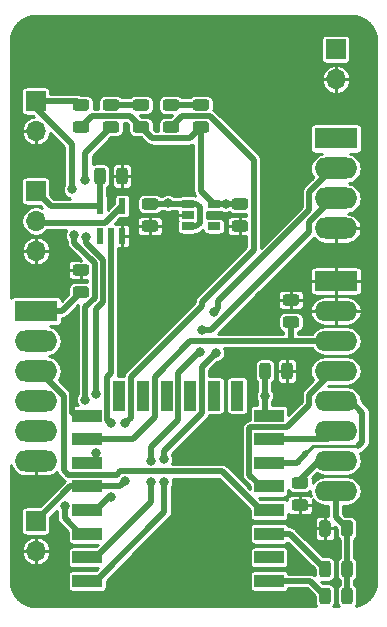
<source format=gbr>
G04 #@! TF.GenerationSoftware,KiCad,Pcbnew,5.1.7-a382d34a8~88~ubuntu20.04.1*
G04 #@! TF.CreationDate,2021-04-17T07:34:17-07:00*
G04 #@! TF.ProjectId,esp8266-wiz550io,65737038-3236-4362-9d77-697a35353069,Feb2021*
G04 #@! TF.SameCoordinates,Original*
G04 #@! TF.FileFunction,Copper,L1,Top*
G04 #@! TF.FilePolarity,Positive*
%FSLAX46Y46*%
G04 Gerber Fmt 4.6, Leading zero omitted, Abs format (unit mm)*
G04 Created by KiCad (PCBNEW 5.1.7-a382d34a8~88~ubuntu20.04.1) date 2021-04-17 07:34:17*
%MOMM*%
%LPD*%
G01*
G04 APERTURE LIST*
G04 #@! TA.AperFunction,SMDPad,CuDef*
%ADD10R,1.100000X2.500000*%
G04 #@! TD*
G04 #@! TA.AperFunction,SMDPad,CuDef*
%ADD11R,2.500000X1.100000*%
G04 #@! TD*
G04 #@! TA.AperFunction,ComponentPad*
%ADD12O,1.700000X1.700000*%
G04 #@! TD*
G04 #@! TA.AperFunction,ComponentPad*
%ADD13R,1.700000X1.700000*%
G04 #@! TD*
G04 #@! TA.AperFunction,SMDPad,CuDef*
%ADD14R,1.060000X0.650000*%
G04 #@! TD*
G04 #@! TA.AperFunction,SMDPad,CuDef*
%ADD15R,0.558800X1.320800*%
G04 #@! TD*
G04 #@! TA.AperFunction,ComponentPad*
%ADD16O,3.600000X1.800000*%
G04 #@! TD*
G04 #@! TA.AperFunction,ComponentPad*
%ADD17R,3.600000X1.800000*%
G04 #@! TD*
G04 #@! TA.AperFunction,ComponentPad*
%ADD18O,3.600000X1.700000*%
G04 #@! TD*
G04 #@! TA.AperFunction,ComponentPad*
%ADD19R,3.600000X1.700000*%
G04 #@! TD*
G04 #@! TA.AperFunction,ViaPad*
%ADD20C,0.800000*%
G04 #@! TD*
G04 #@! TA.AperFunction,Conductor*
%ADD21C,0.500000*%
G04 #@! TD*
G04 #@! TA.AperFunction,Conductor*
%ADD22C,0.250000*%
G04 #@! TD*
G04 #@! TA.AperFunction,Conductor*
%ADD23C,0.254000*%
G04 #@! TD*
G04 #@! TA.AperFunction,Conductor*
%ADD24C,0.100000*%
G04 #@! TD*
G04 APERTURE END LIST*
D10*
G04 #@! TO.P,U1,22*
G04 #@! TO.N,N/C*
X57860000Y-57960000D03*
G04 #@! TO.P,U1,21*
X59860000Y-57960000D03*
G04 #@! TO.P,U1,20*
X61860000Y-57960000D03*
G04 #@! TO.P,U1,19*
X63860000Y-57960000D03*
G04 #@! TO.P,U1,18*
X65860000Y-57960000D03*
G04 #@! TO.P,U1,17*
X67860000Y-57960000D03*
D11*
G04 #@! TO.P,U1,16*
G04 #@! TO.N,/TXD*
X55150000Y-73660000D03*
G04 #@! TO.P,U1,15*
G04 #@! TO.N,/RXD*
X55150000Y-71660000D03*
G04 #@! TO.P,U1,14*
G04 #@! TO.N,/GPIO5*
X55150000Y-69660000D03*
G04 #@! TO.P,U1,13*
G04 #@! TO.N,/GPIO4*
X55150000Y-67660000D03*
G04 #@! TO.P,U1,12*
G04 #@! TO.N,/GPIO0*
X55150000Y-65660000D03*
G04 #@! TO.P,U1,11*
G04 #@! TO.N,/GPIO2*
X55150000Y-63660000D03*
G04 #@! TO.P,U1,10*
G04 #@! TO.N,/WIZ_CS*
X55150000Y-61660000D03*
G04 #@! TO.P,U1,9*
G04 #@! TO.N,GND*
X55150000Y-59660000D03*
G04 #@! TO.P,U1,8*
G04 #@! TO.N,+3V3*
X70550000Y-59660000D03*
G04 #@! TO.P,U1,7*
G04 #@! TO.N,/MOSI*
X70550000Y-61660000D03*
G04 #@! TO.P,U1,6*
G04 #@! TO.N,/MISO*
X70550000Y-63660000D03*
G04 #@! TO.P,U1,5*
G04 #@! TO.N,/SCK*
X70550000Y-65660000D03*
G04 #@! TO.P,U1,4*
G04 #@! TO.N,/WIZ_RESET*
X70550000Y-67660000D03*
G04 #@! TO.P,U1,3*
G04 #@! TO.N,/CH_PD*
X70550000Y-69660000D03*
G04 #@! TO.P,U1,2*
G04 #@! TO.N,Net-(U1-Pad2)*
X70550000Y-71660000D03*
G04 #@! TO.P,U1,1*
G04 #@! TO.N,/REST*
X70550000Y-73660000D03*
G04 #@! TD*
D12*
G04 #@! TO.P,J7,2*
G04 #@! TO.N,GND*
X76200000Y-31175000D03*
D13*
G04 #@! TO.P,J7,1*
G04 #@! TO.N,+5V*
X76200000Y-28635000D03*
G04 #@! TD*
G04 #@! TO.P,C7,2*
G04 #@! TO.N,GND*
G04 #@! TA.AperFunction,SMDPad,CuDef*
G36*
G01*
X57600000Y-39826250D02*
X57600000Y-38913750D01*
G75*
G02*
X57843750Y-38670000I243750J0D01*
G01*
X58331250Y-38670000D01*
G75*
G02*
X58575000Y-38913750I0J-243750D01*
G01*
X58575000Y-39826250D01*
G75*
G02*
X58331250Y-40070000I-243750J0D01*
G01*
X57843750Y-40070000D01*
G75*
G02*
X57600000Y-39826250I0J243750D01*
G01*
G37*
G04 #@! TD.AperFunction*
G04 #@! TO.P,C7,1*
G04 #@! TO.N,+5V*
G04 #@! TA.AperFunction,SMDPad,CuDef*
G36*
G01*
X55725000Y-39826250D02*
X55725000Y-38913750D01*
G75*
G02*
X55968750Y-38670000I243750J0D01*
G01*
X56456250Y-38670000D01*
G75*
G02*
X56700000Y-38913750I0J-243750D01*
G01*
X56700000Y-39826250D01*
G75*
G02*
X56456250Y-40070000I-243750J0D01*
G01*
X55968750Y-40070000D01*
G75*
G02*
X55725000Y-39826250I0J243750D01*
G01*
G37*
G04 #@! TD.AperFunction*
G04 #@! TD*
G04 #@! TO.P,C4,2*
G04 #@! TO.N,GND*
G04 #@! TA.AperFunction,SMDPad,CuDef*
G36*
G01*
X67615750Y-43122000D02*
X68528250Y-43122000D01*
G75*
G02*
X68772000Y-43365750I0J-243750D01*
G01*
X68772000Y-43853250D01*
G75*
G02*
X68528250Y-44097000I-243750J0D01*
G01*
X67615750Y-44097000D01*
G75*
G02*
X67372000Y-43853250I0J243750D01*
G01*
X67372000Y-43365750D01*
G75*
G02*
X67615750Y-43122000I243750J0D01*
G01*
G37*
G04 #@! TD.AperFunction*
G04 #@! TO.P,C4,1*
G04 #@! TO.N,+3V3*
G04 #@! TA.AperFunction,SMDPad,CuDef*
G36*
G01*
X67615750Y-41247000D02*
X68528250Y-41247000D01*
G75*
G02*
X68772000Y-41490750I0J-243750D01*
G01*
X68772000Y-41978250D01*
G75*
G02*
X68528250Y-42222000I-243750J0D01*
G01*
X67615750Y-42222000D01*
G75*
G02*
X67372000Y-41978250I0J243750D01*
G01*
X67372000Y-41490750D01*
G75*
G02*
X67615750Y-41247000I243750J0D01*
G01*
G37*
G04 #@! TD.AperFunction*
G04 #@! TD*
G04 #@! TO.P,C3,2*
G04 #@! TO.N,GND*
G04 #@! TA.AperFunction,SMDPad,CuDef*
G36*
G01*
X59995750Y-43122000D02*
X60908250Y-43122000D01*
G75*
G02*
X61152000Y-43365750I0J-243750D01*
G01*
X61152000Y-43853250D01*
G75*
G02*
X60908250Y-44097000I-243750J0D01*
G01*
X59995750Y-44097000D01*
G75*
G02*
X59752000Y-43853250I0J243750D01*
G01*
X59752000Y-43365750D01*
G75*
G02*
X59995750Y-43122000I243750J0D01*
G01*
G37*
G04 #@! TD.AperFunction*
G04 #@! TO.P,C3,1*
G04 #@! TO.N,+5V*
G04 #@! TA.AperFunction,SMDPad,CuDef*
G36*
G01*
X59995750Y-41247000D02*
X60908250Y-41247000D01*
G75*
G02*
X61152000Y-41490750I0J-243750D01*
G01*
X61152000Y-41978250D01*
G75*
G02*
X60908250Y-42222000I-243750J0D01*
G01*
X59995750Y-42222000D01*
G75*
G02*
X59752000Y-41978250I0J243750D01*
G01*
X59752000Y-41490750D01*
G75*
G02*
X59995750Y-41247000I243750J0D01*
G01*
G37*
G04 #@! TD.AperFunction*
G04 #@! TD*
G04 #@! TO.P,C6,2*
G04 #@! TO.N,GND*
G04 #@! TA.AperFunction,SMDPad,CuDef*
G36*
G01*
X75750000Y-68758750D02*
X75750000Y-69671250D01*
G75*
G02*
X75506250Y-69915000I-243750J0D01*
G01*
X75018750Y-69915000D01*
G75*
G02*
X74775000Y-69671250I0J243750D01*
G01*
X74775000Y-68758750D01*
G75*
G02*
X75018750Y-68515000I243750J0D01*
G01*
X75506250Y-68515000D01*
G75*
G02*
X75750000Y-68758750I0J-243750D01*
G01*
G37*
G04 #@! TD.AperFunction*
G04 #@! TO.P,C6,1*
G04 #@! TO.N,+3V3*
G04 #@! TA.AperFunction,SMDPad,CuDef*
G36*
G01*
X77625000Y-68758750D02*
X77625000Y-69671250D01*
G75*
G02*
X77381250Y-69915000I-243750J0D01*
G01*
X76893750Y-69915000D01*
G75*
G02*
X76650000Y-69671250I0J243750D01*
G01*
X76650000Y-68758750D01*
G75*
G02*
X76893750Y-68515000I243750J0D01*
G01*
X77381250Y-68515000D01*
G75*
G02*
X77625000Y-68758750I0J-243750D01*
G01*
G37*
G04 #@! TD.AperFunction*
G04 #@! TD*
G04 #@! TO.P,C5,2*
G04 #@! TO.N,GND*
G04 #@! TA.AperFunction,SMDPad,CuDef*
G36*
G01*
X55066250Y-47810000D02*
X54153750Y-47810000D01*
G75*
G02*
X53910000Y-47566250I0J243750D01*
G01*
X53910000Y-47078750D01*
G75*
G02*
X54153750Y-46835000I243750J0D01*
G01*
X55066250Y-46835000D01*
G75*
G02*
X55310000Y-47078750I0J-243750D01*
G01*
X55310000Y-47566250D01*
G75*
G02*
X55066250Y-47810000I-243750J0D01*
G01*
G37*
G04 #@! TD.AperFunction*
G04 #@! TO.P,C5,1*
G04 #@! TO.N,+3V3*
G04 #@! TA.AperFunction,SMDPad,CuDef*
G36*
G01*
X55066250Y-49685000D02*
X54153750Y-49685000D01*
G75*
G02*
X53910000Y-49441250I0J243750D01*
G01*
X53910000Y-48953750D01*
G75*
G02*
X54153750Y-48710000I243750J0D01*
G01*
X55066250Y-48710000D01*
G75*
G02*
X55310000Y-48953750I0J-243750D01*
G01*
X55310000Y-49441250D01*
G75*
G02*
X55066250Y-49685000I-243750J0D01*
G01*
G37*
G04 #@! TD.AperFunction*
G04 #@! TD*
D14*
G04 #@! TO.P,U3,5*
G04 #@! TO.N,+3V3*
X65870000Y-41722000D03*
G04 #@! TO.P,U3,4*
G04 #@! TO.N,Net-(U3-Pad4)*
X65870000Y-43622000D03*
G04 #@! TO.P,U3,3*
G04 #@! TO.N,+5V*
X63670000Y-43622000D03*
G04 #@! TO.P,U3,2*
G04 #@! TO.N,GND*
X63670000Y-42672000D03*
G04 #@! TO.P,U3,1*
G04 #@! TO.N,+5V*
X63670000Y-41722000D03*
G04 #@! TD*
D15*
G04 #@! TO.P,U2,5*
G04 #@! TO.N,+5V*
X56210200Y-41910000D03*
G04 #@! TO.P,U2,4*
G04 #@! TO.N,/LED_DATA_5V*
X58089800Y-41910000D03*
G04 #@! TO.P,U2,3*
G04 #@! TO.N,GND*
X58089800Y-44450000D03*
G04 #@! TO.P,U2,2*
G04 #@! TO.N,/GPIO4*
X57150000Y-44450000D03*
G04 #@! TO.P,U2,1*
G04 #@! TO.N,Net-(U2-Pad1)*
X56210200Y-44450000D03*
G04 #@! TD*
G04 #@! TO.P,R6,2*
G04 #@! TO.N,GND*
G04 #@! TA.AperFunction,SMDPad,CuDef*
G36*
G01*
X72846250Y-50350000D02*
X71933750Y-50350000D01*
G75*
G02*
X71690000Y-50106250I0J243750D01*
G01*
X71690000Y-49618750D01*
G75*
G02*
X71933750Y-49375000I243750J0D01*
G01*
X72846250Y-49375000D01*
G75*
G02*
X73090000Y-49618750I0J-243750D01*
G01*
X73090000Y-50106250D01*
G75*
G02*
X72846250Y-50350000I-243750J0D01*
G01*
G37*
G04 #@! TD.AperFunction*
G04 #@! TO.P,R6,1*
G04 #@! TO.N,/WIZ_CS*
G04 #@! TA.AperFunction,SMDPad,CuDef*
G36*
G01*
X72846250Y-52225000D02*
X71933750Y-52225000D01*
G75*
G02*
X71690000Y-51981250I0J243750D01*
G01*
X71690000Y-51493750D01*
G75*
G02*
X71933750Y-51250000I243750J0D01*
G01*
X72846250Y-51250000D01*
G75*
G02*
X73090000Y-51493750I0J-243750D01*
G01*
X73090000Y-51981250D01*
G75*
G02*
X72846250Y-52225000I-243750J0D01*
G01*
G37*
G04 #@! TD.AperFunction*
G04 #@! TD*
G04 #@! TO.P,R5,2*
G04 #@! TO.N,/GPIO0*
G04 #@! TA.AperFunction,SMDPad,CuDef*
G36*
G01*
X61773750Y-34740000D02*
X62686250Y-34740000D01*
G75*
G02*
X62930000Y-34983750I0J-243750D01*
G01*
X62930000Y-35471250D01*
G75*
G02*
X62686250Y-35715000I-243750J0D01*
G01*
X61773750Y-35715000D01*
G75*
G02*
X61530000Y-35471250I0J243750D01*
G01*
X61530000Y-34983750D01*
G75*
G02*
X61773750Y-34740000I243750J0D01*
G01*
G37*
G04 #@! TD.AperFunction*
G04 #@! TO.P,R5,1*
G04 #@! TO.N,Net-(D2-Pad1)*
G04 #@! TA.AperFunction,SMDPad,CuDef*
G36*
G01*
X61773750Y-32865000D02*
X62686250Y-32865000D01*
G75*
G02*
X62930000Y-33108750I0J-243750D01*
G01*
X62930000Y-33596250D01*
G75*
G02*
X62686250Y-33840000I-243750J0D01*
G01*
X61773750Y-33840000D01*
G75*
G02*
X61530000Y-33596250I0J243750D01*
G01*
X61530000Y-33108750D01*
G75*
G02*
X61773750Y-32865000I243750J0D01*
G01*
G37*
G04 #@! TD.AperFunction*
G04 #@! TD*
G04 #@! TO.P,R4,2*
G04 #@! TO.N,/GPIO2*
G04 #@! TA.AperFunction,SMDPad,CuDef*
G36*
G01*
X56693750Y-34740000D02*
X57606250Y-34740000D01*
G75*
G02*
X57850000Y-34983750I0J-243750D01*
G01*
X57850000Y-35471250D01*
G75*
G02*
X57606250Y-35715000I-243750J0D01*
G01*
X56693750Y-35715000D01*
G75*
G02*
X56450000Y-35471250I0J243750D01*
G01*
X56450000Y-34983750D01*
G75*
G02*
X56693750Y-34740000I243750J0D01*
G01*
G37*
G04 #@! TD.AperFunction*
G04 #@! TO.P,R4,1*
G04 #@! TO.N,Net-(D1-Pad1)*
G04 #@! TA.AperFunction,SMDPad,CuDef*
G36*
G01*
X56693750Y-32865000D02*
X57606250Y-32865000D01*
G75*
G02*
X57850000Y-33108750I0J-243750D01*
G01*
X57850000Y-33596250D01*
G75*
G02*
X57606250Y-33840000I-243750J0D01*
G01*
X56693750Y-33840000D01*
G75*
G02*
X56450000Y-33596250I0J243750D01*
G01*
X56450000Y-33108750D01*
G75*
G02*
X56693750Y-32865000I243750J0D01*
G01*
G37*
G04 #@! TD.AperFunction*
G04 #@! TD*
G04 #@! TO.P,R3,2*
G04 #@! TO.N,/REST*
G04 #@! TA.AperFunction,SMDPad,CuDef*
G36*
G01*
X75750000Y-74473750D02*
X75750000Y-75386250D01*
G75*
G02*
X75506250Y-75630000I-243750J0D01*
G01*
X75018750Y-75630000D01*
G75*
G02*
X74775000Y-75386250I0J243750D01*
G01*
X74775000Y-74473750D01*
G75*
G02*
X75018750Y-74230000I243750J0D01*
G01*
X75506250Y-74230000D01*
G75*
G02*
X75750000Y-74473750I0J-243750D01*
G01*
G37*
G04 #@! TD.AperFunction*
G04 #@! TO.P,R3,1*
G04 #@! TO.N,+3V3*
G04 #@! TA.AperFunction,SMDPad,CuDef*
G36*
G01*
X77625000Y-74473750D02*
X77625000Y-75386250D01*
G75*
G02*
X77381250Y-75630000I-243750J0D01*
G01*
X76893750Y-75630000D01*
G75*
G02*
X76650000Y-75386250I0J243750D01*
G01*
X76650000Y-74473750D01*
G75*
G02*
X76893750Y-74230000I243750J0D01*
G01*
X77381250Y-74230000D01*
G75*
G02*
X77625000Y-74473750I0J-243750D01*
G01*
G37*
G04 #@! TD.AperFunction*
G04 #@! TD*
G04 #@! TO.P,R2,2*
G04 #@! TO.N,/CH_PD*
G04 #@! TA.AperFunction,SMDPad,CuDef*
G36*
G01*
X75750000Y-72187750D02*
X75750000Y-73100250D01*
G75*
G02*
X75506250Y-73344000I-243750J0D01*
G01*
X75018750Y-73344000D01*
G75*
G02*
X74775000Y-73100250I0J243750D01*
G01*
X74775000Y-72187750D01*
G75*
G02*
X75018750Y-71944000I243750J0D01*
G01*
X75506250Y-71944000D01*
G75*
G02*
X75750000Y-72187750I0J-243750D01*
G01*
G37*
G04 #@! TD.AperFunction*
G04 #@! TO.P,R2,1*
G04 #@! TO.N,+3V3*
G04 #@! TA.AperFunction,SMDPad,CuDef*
G36*
G01*
X77625000Y-72187750D02*
X77625000Y-73100250D01*
G75*
G02*
X77381250Y-73344000I-243750J0D01*
G01*
X76893750Y-73344000D01*
G75*
G02*
X76650000Y-73100250I0J243750D01*
G01*
X76650000Y-72187750D01*
G75*
G02*
X76893750Y-71944000I243750J0D01*
G01*
X77381250Y-71944000D01*
G75*
G02*
X77625000Y-72187750I0J-243750D01*
G01*
G37*
G04 #@! TD.AperFunction*
G04 #@! TD*
G04 #@! TO.P,R1,2*
G04 #@! TO.N,/GPIO5*
G04 #@! TA.AperFunction,SMDPad,CuDef*
G36*
G01*
X55066250Y-33840000D02*
X54153750Y-33840000D01*
G75*
G02*
X53910000Y-33596250I0J243750D01*
G01*
X53910000Y-33108750D01*
G75*
G02*
X54153750Y-32865000I243750J0D01*
G01*
X55066250Y-32865000D01*
G75*
G02*
X55310000Y-33108750I0J-243750D01*
G01*
X55310000Y-33596250D01*
G75*
G02*
X55066250Y-33840000I-243750J0D01*
G01*
G37*
G04 #@! TD.AperFunction*
G04 #@! TO.P,R1,1*
G04 #@! TO.N,+3V3*
G04 #@! TA.AperFunction,SMDPad,CuDef*
G36*
G01*
X55066250Y-35715000D02*
X54153750Y-35715000D01*
G75*
G02*
X53910000Y-35471250I0J243750D01*
G01*
X53910000Y-34983750D01*
G75*
G02*
X54153750Y-34740000I243750J0D01*
G01*
X55066250Y-34740000D01*
G75*
G02*
X55310000Y-34983750I0J-243750D01*
G01*
X55310000Y-35471250D01*
G75*
G02*
X55066250Y-35715000I-243750J0D01*
G01*
G37*
G04 #@! TD.AperFunction*
G04 #@! TD*
D12*
G04 #@! TO.P,J6,3*
G04 #@! TO.N,GND*
X50800000Y-45720000D03*
G04 #@! TO.P,J6,2*
G04 #@! TO.N,/LED_DATA_5V*
X50800000Y-43180000D03*
D13*
G04 #@! TO.P,J6,1*
G04 #@! TO.N,+5V*
X50800000Y-40640000D03*
G04 #@! TD*
D12*
G04 #@! TO.P,J5,2*
G04 #@! TO.N,GND*
X50800000Y-71120000D03*
D13*
G04 #@! TO.P,J5,1*
G04 #@! TO.N,/GPIO0*
X50800000Y-68580000D03*
G04 #@! TD*
D16*
G04 #@! TO.P,J4,6*
G04 #@! TO.N,GND*
X50800000Y-63500000D03*
G04 #@! TO.P,J4,5*
G04 #@! TO.N,Net-(J4-Pad5)*
X50800000Y-60960000D03*
G04 #@! TO.P,J4,4*
G04 #@! TO.N,Net-(J4-Pad4)*
X50800000Y-58420000D03*
G04 #@! TO.P,J4,3*
G04 #@! TO.N,/WIZ_RESET*
X50800000Y-55880000D03*
G04 #@! TO.P,J4,2*
G04 #@! TO.N,Net-(J4-Pad2)*
X50800000Y-53340000D03*
D17*
G04 #@! TO.P,J4,1*
G04 #@! TO.N,+3V3*
X50800000Y-50800000D03*
G04 #@! TD*
D18*
G04 #@! TO.P,J3,8*
G04 #@! TO.N,+3V3*
X76200000Y-66040000D03*
G04 #@! TO.P,J3,7*
X76200000Y-63500000D03*
G04 #@! TO.P,J3,6*
G04 #@! TO.N,/MOSI*
X76200000Y-60960000D03*
G04 #@! TO.P,J3,5*
G04 #@! TO.N,/MISO*
X76200000Y-58420000D03*
G04 #@! TO.P,J3,4*
G04 #@! TO.N,/SCK*
X76200000Y-55880000D03*
G04 #@! TO.P,J3,3*
G04 #@! TO.N,/WIZ_CS*
X76200000Y-53340000D03*
G04 #@! TO.P,J3,2*
G04 #@! TO.N,GND*
X76200000Y-50800000D03*
D19*
G04 #@! TO.P,J3,1*
X76200000Y-48260000D03*
G04 #@! TD*
D16*
G04 #@! TO.P,J2,4*
G04 #@! TO.N,GND*
X76200000Y-43815000D03*
G04 #@! TO.P,J2,3*
G04 #@! TO.N,/RXD*
X76200000Y-41275000D03*
G04 #@! TO.P,J2,2*
G04 #@! TO.N,/TXD*
X76200000Y-38735000D03*
D17*
G04 #@! TO.P,J2,1*
G04 #@! TO.N,+3V3*
X76200000Y-36195000D03*
G04 #@! TD*
D12*
G04 #@! TO.P,J1,2*
G04 #@! TO.N,GND*
X50800000Y-35560000D03*
D13*
G04 #@! TO.P,J1,1*
G04 #@! TO.N,/GPIO5*
X50800000Y-33020000D03*
G04 #@! TD*
G04 #@! TO.P,D2,2*
G04 #@! TO.N,+3V3*
G04 #@! TA.AperFunction,SMDPad,CuDef*
G36*
G01*
X64313750Y-34740000D02*
X65226250Y-34740000D01*
G75*
G02*
X65470000Y-34983750I0J-243750D01*
G01*
X65470000Y-35471250D01*
G75*
G02*
X65226250Y-35715000I-243750J0D01*
G01*
X64313750Y-35715000D01*
G75*
G02*
X64070000Y-35471250I0J243750D01*
G01*
X64070000Y-34983750D01*
G75*
G02*
X64313750Y-34740000I243750J0D01*
G01*
G37*
G04 #@! TD.AperFunction*
G04 #@! TO.P,D2,1*
G04 #@! TO.N,Net-(D2-Pad1)*
G04 #@! TA.AperFunction,SMDPad,CuDef*
G36*
G01*
X64313750Y-32865000D02*
X65226250Y-32865000D01*
G75*
G02*
X65470000Y-33108750I0J-243750D01*
G01*
X65470000Y-33596250D01*
G75*
G02*
X65226250Y-33840000I-243750J0D01*
G01*
X64313750Y-33840000D01*
G75*
G02*
X64070000Y-33596250I0J243750D01*
G01*
X64070000Y-33108750D01*
G75*
G02*
X64313750Y-32865000I243750J0D01*
G01*
G37*
G04 #@! TD.AperFunction*
G04 #@! TD*
G04 #@! TO.P,D1,2*
G04 #@! TO.N,+3V3*
G04 #@! TA.AperFunction,SMDPad,CuDef*
G36*
G01*
X59233750Y-34740000D02*
X60146250Y-34740000D01*
G75*
G02*
X60390000Y-34983750I0J-243750D01*
G01*
X60390000Y-35471250D01*
G75*
G02*
X60146250Y-35715000I-243750J0D01*
G01*
X59233750Y-35715000D01*
G75*
G02*
X58990000Y-35471250I0J243750D01*
G01*
X58990000Y-34983750D01*
G75*
G02*
X59233750Y-34740000I243750J0D01*
G01*
G37*
G04 #@! TD.AperFunction*
G04 #@! TO.P,D1,1*
G04 #@! TO.N,Net-(D1-Pad1)*
G04 #@! TA.AperFunction,SMDPad,CuDef*
G36*
G01*
X59233750Y-32865000D02*
X60146250Y-32865000D01*
G75*
G02*
X60390000Y-33108750I0J-243750D01*
G01*
X60390000Y-33596250D01*
G75*
G02*
X60146250Y-33840000I-243750J0D01*
G01*
X59233750Y-33840000D01*
G75*
G02*
X58990000Y-33596250I0J243750D01*
G01*
X58990000Y-33108750D01*
G75*
G02*
X59233750Y-32865000I243750J0D01*
G01*
G37*
G04 #@! TD.AperFunction*
G04 #@! TD*
G04 #@! TO.P,C2,2*
G04 #@! TO.N,GND*
G04 #@! TA.AperFunction,SMDPad,CuDef*
G36*
G01*
X72695750Y-66744000D02*
X73608250Y-66744000D01*
G75*
G02*
X73852000Y-66987750I0J-243750D01*
G01*
X73852000Y-67475250D01*
G75*
G02*
X73608250Y-67719000I-243750J0D01*
G01*
X72695750Y-67719000D01*
G75*
G02*
X72452000Y-67475250I0J243750D01*
G01*
X72452000Y-66987750D01*
G75*
G02*
X72695750Y-66744000I243750J0D01*
G01*
G37*
G04 #@! TD.AperFunction*
G04 #@! TO.P,C2,1*
G04 #@! TO.N,+3V3*
G04 #@! TA.AperFunction,SMDPad,CuDef*
G36*
G01*
X72695750Y-64869000D02*
X73608250Y-64869000D01*
G75*
G02*
X73852000Y-65112750I0J-243750D01*
G01*
X73852000Y-65600250D01*
G75*
G02*
X73608250Y-65844000I-243750J0D01*
G01*
X72695750Y-65844000D01*
G75*
G02*
X72452000Y-65600250I0J243750D01*
G01*
X72452000Y-65112750D01*
G75*
G02*
X72695750Y-64869000I243750J0D01*
G01*
G37*
G04 #@! TD.AperFunction*
G04 #@! TD*
G04 #@! TO.P,C1,2*
G04 #@! TO.N,GND*
G04 #@! TA.AperFunction,SMDPad,CuDef*
G36*
G01*
X71570000Y-56336250D02*
X71570000Y-55423750D01*
G75*
G02*
X71813750Y-55180000I243750J0D01*
G01*
X72301250Y-55180000D01*
G75*
G02*
X72545000Y-55423750I0J-243750D01*
G01*
X72545000Y-56336250D01*
G75*
G02*
X72301250Y-56580000I-243750J0D01*
G01*
X71813750Y-56580000D01*
G75*
G02*
X71570000Y-56336250I0J243750D01*
G01*
G37*
G04 #@! TD.AperFunction*
G04 #@! TO.P,C1,1*
G04 #@! TO.N,+3V3*
G04 #@! TA.AperFunction,SMDPad,CuDef*
G36*
G01*
X69695000Y-56336250D02*
X69695000Y-55423750D01*
G75*
G02*
X69938750Y-55180000I243750J0D01*
G01*
X70426250Y-55180000D01*
G75*
G02*
X70670000Y-55423750I0J-243750D01*
G01*
X70670000Y-56336250D01*
G75*
G02*
X70426250Y-56580000I-243750J0D01*
G01*
X69938750Y-56580000D01*
G75*
G02*
X69695000Y-56336250I0J243750D01*
G01*
G37*
G04 #@! TD.AperFunction*
G04 #@! TD*
D20*
G04 #@! TO.N,GND*
X73660000Y-55880000D03*
X72390000Y-48260000D03*
X62230000Y-44450000D03*
X53848000Y-57150000D03*
G04 #@! TO.N,+3V3*
X66868000Y-41722000D03*
X70182500Y-57990500D03*
G04 #@! TO.N,+5V*
X61976000Y-41656000D03*
G04 #@! TO.N,/GPIO5*
X53242541Y-67339541D03*
X54038500Y-44386500D03*
X53848000Y-40513000D03*
X54985571Y-58295714D03*
G04 #@! TO.N,/RXD*
X60515500Y-65278000D03*
X60515500Y-63500000D03*
X64706500Y-54292500D03*
X64872490Y-52387500D03*
G04 #@! TO.N,/TXD*
X61658500Y-65278000D03*
X61658500Y-63373000D03*
X66040000Y-54356000D03*
X65849500Y-50927000D03*
G04 #@! TO.N,/GPIO0*
X58356500Y-60325000D03*
X58356500Y-65214500D03*
G04 #@! TO.N,/GPIO4*
X57150000Y-60325000D03*
X57150000Y-66548000D03*
G04 #@! TO.N,/GPIO2*
X54991000Y-39687500D03*
X55029740Y-44518665D03*
X55880000Y-57848500D03*
X55880000Y-62810002D03*
G04 #@! TD*
D21*
G04 #@! TO.N,GND*
X53848000Y-57150000D02*
X53848000Y-59436000D01*
X55626000Y-59436000D02*
X55850000Y-59660000D01*
X53848000Y-59436000D02*
X55626000Y-59436000D01*
G04 #@! TO.N,+3V3*
X54610000Y-35227500D02*
X55547500Y-34290000D01*
X58752500Y-34290000D02*
X59690000Y-35227500D01*
X55547500Y-34290000D02*
X58752500Y-34290000D01*
X74754500Y-63500000D02*
X73152000Y-65102500D01*
X76200000Y-63500000D02*
X74754500Y-63500000D01*
X76200000Y-68277500D02*
X77137500Y-69215000D01*
X76200000Y-66040000D02*
X76200000Y-68277500D01*
X70182500Y-59327500D02*
X69850000Y-59660000D01*
X53007500Y-50800000D02*
X54610000Y-49197500D01*
X50800000Y-50800000D02*
X53007500Y-50800000D01*
X68059500Y-41722000D02*
X68072000Y-41734500D01*
X64770000Y-40622000D02*
X65870000Y-41722000D01*
X64770000Y-35227500D02*
X64770000Y-40622000D01*
X77137500Y-69215000D02*
X77137500Y-72644000D01*
X77137500Y-72644000D02*
X77137500Y-74930000D01*
X63832490Y-36165010D02*
X64770000Y-35227500D01*
X60627510Y-36165010D02*
X63832490Y-36165010D01*
X59690000Y-35227500D02*
X60627510Y-36165010D01*
X66868000Y-41722000D02*
X68059500Y-41722000D01*
X65870000Y-41722000D02*
X66868000Y-41722000D01*
X70182500Y-57990500D02*
X70182500Y-59327500D01*
X70182500Y-55880000D02*
X70182500Y-57990500D01*
G04 #@! TO.N,+5V*
X56212500Y-41907700D02*
X56210200Y-41910000D01*
X56212500Y-39370000D02*
X56212500Y-41907700D01*
X64385002Y-41722000D02*
X63670000Y-41722000D01*
X64650001Y-41986999D02*
X64385002Y-41722000D01*
X64650001Y-43357001D02*
X64650001Y-41986999D01*
X64385002Y-43622000D02*
X64650001Y-43357001D01*
X63670000Y-43622000D02*
X64385002Y-43622000D01*
X50800000Y-40640000D02*
X52070000Y-41910000D01*
X52070000Y-41910000D02*
X56210200Y-41910000D01*
X62042000Y-41722000D02*
X61976000Y-41656000D01*
X63670000Y-41722000D02*
X62042000Y-41722000D01*
X61897500Y-41734500D02*
X61976000Y-41656000D01*
X60452000Y-41734500D02*
X61897500Y-41734500D01*
G04 #@! TO.N,Net-(D1-Pad1)*
X59690000Y-33352500D02*
X57150000Y-33352500D01*
G04 #@! TO.N,Net-(D2-Pad1)*
X64770000Y-33352500D02*
X62230000Y-33352500D01*
G04 #@! TO.N,/GPIO5*
X54277500Y-33020000D02*
X54610000Y-33352500D01*
X50800000Y-33020000D02*
X54277500Y-33020000D01*
X53242541Y-68362543D02*
X53242541Y-67339541D01*
X54539998Y-69660000D02*
X53242541Y-68362543D01*
X55850000Y-69660000D02*
X54539998Y-69660000D01*
X50800000Y-33635998D02*
X50800000Y-33020000D01*
X53848000Y-36683998D02*
X50800000Y-33635998D01*
X53848000Y-40513000D02*
X53848000Y-36683998D01*
X55760010Y-49728616D02*
X55760010Y-46739577D01*
X54985571Y-58295714D02*
X54985571Y-50503055D01*
X54985571Y-50503055D02*
X55760010Y-49728616D01*
X54038500Y-45018067D02*
X54038500Y-44386500D01*
X55760010Y-46739577D02*
X54038500Y-45018067D01*
G04 #@! TO.N,/RXD*
X60515500Y-66994500D02*
X60515500Y-65278000D01*
X55850000Y-71660000D02*
X60515500Y-66994500D01*
X60515500Y-63500000D02*
X60515500Y-62357000D01*
X62860000Y-60012500D02*
X62860000Y-56075500D01*
X60515500Y-62357000D02*
X62860000Y-60012500D01*
X64643000Y-54292500D02*
X64706500Y-54292500D01*
X62860000Y-56075500D02*
X64643000Y-54292500D01*
X73915511Y-43290286D02*
X73915511Y-44118991D01*
X73915511Y-44118991D02*
X65647002Y-52387500D01*
X76200000Y-41275000D02*
X75930797Y-41275000D01*
X75930797Y-41275000D02*
X73915511Y-43290286D01*
X65647002Y-52387500D02*
X64872490Y-52387500D01*
G04 #@! TO.N,/TXD*
X61658500Y-67851500D02*
X61658500Y-65278000D01*
X55850000Y-73660000D02*
X61658500Y-67851500D01*
X61658500Y-63373000D02*
X61658500Y-62674500D01*
X64860000Y-55536000D02*
X66040000Y-54356000D01*
X64860000Y-59473000D02*
X64860000Y-55536000D01*
X61658500Y-62674500D02*
X64860000Y-59473000D01*
X75930798Y-38735000D02*
X76200000Y-38735000D01*
X73949990Y-40715808D02*
X75930798Y-38735000D01*
X66249499Y-50527001D02*
X66249499Y-49966334D01*
X66249499Y-49966334D02*
X73949990Y-42265843D01*
X73949990Y-42265843D02*
X73949990Y-40715808D01*
X65849500Y-50927000D02*
X66249499Y-50527001D01*
G04 #@! TO.N,/MOSI*
X75500000Y-61660000D02*
X76200000Y-60960000D01*
X69850000Y-61660000D02*
X75500000Y-61660000D01*
G04 #@! TO.N,/MISO*
X69850000Y-63660000D02*
X72865000Y-63660000D01*
X72865000Y-63660000D02*
X73660000Y-62865000D01*
D22*
X74289990Y-62235010D02*
X78099990Y-62235010D01*
X73660000Y-62865000D02*
X74289990Y-62235010D01*
X78099990Y-62235010D02*
X78105000Y-62230000D01*
D21*
X78450010Y-61884990D02*
X78450010Y-59400010D01*
X78105000Y-62230000D02*
X78450010Y-61884990D01*
X77470000Y-58420000D02*
X76200000Y-58420000D01*
X78450010Y-59400010D02*
X77470000Y-58420000D01*
G04 #@! TO.N,/SCK*
X68940000Y-60660000D02*
X72055000Y-60660000D01*
X68849999Y-60750001D02*
X68940000Y-60660000D01*
X68849999Y-64659999D02*
X68849999Y-60750001D01*
X69850000Y-65660000D02*
X68849999Y-64659999D01*
X75951509Y-55880000D02*
X76200000Y-55880000D01*
X73949990Y-58765010D02*
X73949990Y-57881519D01*
X73949990Y-57881519D02*
X75951509Y-55880000D01*
X72055000Y-60660000D02*
X73949990Y-58765010D01*
G04 #@! TO.N,/WIZ_CS*
X60860000Y-56349998D02*
X63869998Y-53340000D01*
X60860000Y-59790000D02*
X60860000Y-56349998D01*
X58990000Y-61660000D02*
X60860000Y-59790000D01*
X55850000Y-61660000D02*
X58990000Y-61660000D01*
X72390000Y-51737500D02*
X72390000Y-53340000D01*
X72390000Y-53340000D02*
X76200000Y-53340000D01*
X63869998Y-53340000D02*
X72390000Y-53340000D01*
G04 #@! TO.N,/WIZ_RESET*
X50800000Y-55880000D02*
X51069202Y-55880000D01*
X57652998Y-64660000D02*
X57948499Y-64364499D01*
X51069202Y-55880000D02*
X53147989Y-57958787D01*
X53147989Y-57958787D02*
X53147989Y-64267991D01*
X53147989Y-64267991D02*
X53539998Y-64660000D01*
X53539998Y-64660000D02*
X57652998Y-64660000D01*
X57948499Y-64364499D02*
X66554499Y-64364499D01*
X66554499Y-64364499D02*
X69850000Y-67660000D01*
G04 #@! TO.N,/GPIO0*
X53720000Y-65660000D02*
X55850000Y-65660000D01*
X50800000Y-68580000D02*
X53720000Y-65660000D01*
X57911000Y-65660000D02*
X55850000Y-65660000D01*
X58356500Y-65214500D02*
X57911000Y-65660000D01*
X62230000Y-35227500D02*
X63167500Y-34290000D01*
X65513626Y-34290000D02*
X69222010Y-37998384D01*
X69222010Y-45661488D02*
X64872499Y-50010999D01*
X58860000Y-59821500D02*
X58356500Y-60325000D01*
X69222010Y-37998384D02*
X69222010Y-45661488D01*
X64872499Y-50010999D02*
X64872499Y-50337499D01*
X64872499Y-50337499D02*
X58860000Y-56349998D01*
X58860000Y-56349998D02*
X58860000Y-59821500D01*
X63167500Y-34290000D02*
X65513626Y-34290000D01*
G04 #@! TO.N,/CH_PD*
X72278500Y-69660000D02*
X69850000Y-69660000D01*
X75262500Y-72644000D02*
X72278500Y-69660000D01*
G04 #@! TO.N,/REST*
X73992500Y-73660000D02*
X75262500Y-74930000D01*
X69850000Y-73660000D02*
X73992500Y-73660000D01*
G04 #@! TO.N,/GPIO4*
X57160032Y-44460032D02*
X57160032Y-56049966D01*
X57150000Y-44450000D02*
X57160032Y-44460032D01*
X56859999Y-60034999D02*
X57150000Y-60325000D01*
X56859999Y-56349999D02*
X56859999Y-60034999D01*
X57160032Y-56049966D02*
X56859999Y-56349999D01*
X56962000Y-66548000D02*
X55850000Y-67660000D01*
X57150000Y-66548000D02*
X56962000Y-66548000D01*
G04 #@! TO.N,/GPIO2*
X54991000Y-37386500D02*
X57150000Y-35227500D01*
X54991000Y-39687500D02*
X54991000Y-37386500D01*
X56460021Y-46449623D02*
X55029740Y-45019342D01*
X55880000Y-57848500D02*
X55880000Y-50598590D01*
X55029740Y-45019342D02*
X55029740Y-44518665D01*
X55880000Y-50598590D02*
X56460021Y-50018570D01*
X56460021Y-50018570D02*
X56460021Y-46449623D01*
X55850000Y-62840002D02*
X55880000Y-62810002D01*
X55850000Y-63660000D02*
X55850000Y-62840002D01*
G04 #@! TO.N,/LED_DATA_5V*
X50959599Y-43339599D02*
X50800000Y-43180000D01*
X56660201Y-43339599D02*
X50959599Y-43339599D01*
X58089800Y-41910000D02*
X56660201Y-43339599D01*
G04 #@! TD*
D23*
G04 #@! TO.N,GND*
X50800500Y-63499500D02*
X50820500Y-63499500D01*
X50820500Y-63500500D01*
X50800500Y-63500500D01*
X50800500Y-64781000D01*
X51700500Y-64781000D01*
X51950401Y-64756288D01*
X52190679Y-64683298D01*
X52412101Y-64564835D01*
X52545425Y-64455331D01*
X52562200Y-64510632D01*
X52620793Y-64620251D01*
X52679886Y-64692256D01*
X52679889Y-64692259D01*
X52699647Y-64716334D01*
X52723722Y-64736092D01*
X53071888Y-65084258D01*
X53091655Y-65108343D01*
X53187737Y-65187196D01*
X53260022Y-65225834D01*
X53251899Y-65235732D01*
X51140475Y-67347157D01*
X49950000Y-67347157D01*
X49875311Y-67354513D01*
X49803492Y-67376299D01*
X49737304Y-67411678D01*
X49679289Y-67459289D01*
X49631678Y-67517304D01*
X49596299Y-67583492D01*
X49574513Y-67655311D01*
X49567157Y-67730000D01*
X49567157Y-69430000D01*
X49574513Y-69504689D01*
X49596299Y-69576508D01*
X49631678Y-69642696D01*
X49679289Y-69700711D01*
X49737304Y-69748322D01*
X49803492Y-69783701D01*
X49875311Y-69805487D01*
X49950000Y-69812843D01*
X51650000Y-69812843D01*
X51724689Y-69805487D01*
X51796508Y-69783701D01*
X51862696Y-69748322D01*
X51920711Y-69700711D01*
X51968322Y-69642696D01*
X52003701Y-69576508D01*
X52025487Y-69504689D01*
X52032843Y-69430000D01*
X52032843Y-68239525D01*
X52555418Y-67716951D01*
X52611542Y-67800946D01*
X52611541Y-68331552D01*
X52608489Y-68362543D01*
X52611541Y-68393533D01*
X52611541Y-68393540D01*
X52620671Y-68486240D01*
X52656752Y-68605184D01*
X52715345Y-68714803D01*
X52794198Y-68810886D01*
X52818278Y-68830648D01*
X53517157Y-69529528D01*
X53517157Y-70210000D01*
X53524513Y-70284689D01*
X53546299Y-70356508D01*
X53581678Y-70422696D01*
X53629289Y-70480711D01*
X53687304Y-70528322D01*
X53753492Y-70563701D01*
X53825311Y-70585487D01*
X53900000Y-70592843D01*
X56024789Y-70592843D01*
X55890475Y-70727157D01*
X53900000Y-70727157D01*
X53825311Y-70734513D01*
X53753492Y-70756299D01*
X53687304Y-70791678D01*
X53629289Y-70839289D01*
X53581678Y-70897304D01*
X53546299Y-70963492D01*
X53524513Y-71035311D01*
X53517157Y-71110000D01*
X53517157Y-72210000D01*
X53524513Y-72284689D01*
X53546299Y-72356508D01*
X53581678Y-72422696D01*
X53629289Y-72480711D01*
X53687304Y-72528322D01*
X53753492Y-72563701D01*
X53825311Y-72585487D01*
X53900000Y-72592843D01*
X56024789Y-72592843D01*
X55890475Y-72727157D01*
X53900000Y-72727157D01*
X53825311Y-72734513D01*
X53753492Y-72756299D01*
X53687304Y-72791678D01*
X53629289Y-72839289D01*
X53581678Y-72897304D01*
X53546299Y-72963492D01*
X53524513Y-73035311D01*
X53517157Y-73110000D01*
X53517157Y-74210000D01*
X53524513Y-74284689D01*
X53546299Y-74356508D01*
X53581678Y-74422696D01*
X53629289Y-74480711D01*
X53687304Y-74528322D01*
X53753492Y-74563701D01*
X53825311Y-74585487D01*
X53900000Y-74592843D01*
X56400000Y-74592843D01*
X56474689Y-74585487D01*
X56546508Y-74563701D01*
X56612696Y-74528322D01*
X56670711Y-74480711D01*
X56718322Y-74422696D01*
X56753701Y-74356508D01*
X56775487Y-74284689D01*
X56782843Y-74210000D01*
X56782843Y-73619525D01*
X59292368Y-71110000D01*
X68917157Y-71110000D01*
X68917157Y-72210000D01*
X68924513Y-72284689D01*
X68946299Y-72356508D01*
X68981678Y-72422696D01*
X69029289Y-72480711D01*
X69087304Y-72528322D01*
X69153492Y-72563701D01*
X69225311Y-72585487D01*
X69300000Y-72592843D01*
X71800000Y-72592843D01*
X71874689Y-72585487D01*
X71946508Y-72563701D01*
X72012696Y-72528322D01*
X72070711Y-72480711D01*
X72118322Y-72422696D01*
X72153701Y-72356508D01*
X72175487Y-72284689D01*
X72182843Y-72210000D01*
X72182843Y-71110000D01*
X72175487Y-71035311D01*
X72153701Y-70963492D01*
X72118322Y-70897304D01*
X72070711Y-70839289D01*
X72012696Y-70791678D01*
X71946508Y-70756299D01*
X71874689Y-70734513D01*
X71800000Y-70727157D01*
X69300000Y-70727157D01*
X69225311Y-70734513D01*
X69153492Y-70756299D01*
X69087304Y-70791678D01*
X69029289Y-70839289D01*
X68981678Y-70897304D01*
X68946299Y-70963492D01*
X68924513Y-71035311D01*
X68917157Y-71110000D01*
X59292368Y-71110000D01*
X62082764Y-68319604D01*
X62106843Y-68299843D01*
X62185696Y-68203761D01*
X62244289Y-68094142D01*
X62280370Y-67975198D01*
X62289500Y-67882498D01*
X62289500Y-67882489D01*
X62292552Y-67851501D01*
X62289500Y-67820513D01*
X62289500Y-65739405D01*
X62350613Y-65647942D01*
X62409487Y-65505809D01*
X62439500Y-65354922D01*
X62439500Y-65201078D01*
X62409487Y-65050191D01*
X62386833Y-64995499D01*
X66293131Y-64995499D01*
X68917157Y-67619526D01*
X68917157Y-68210000D01*
X68924513Y-68284689D01*
X68946299Y-68356508D01*
X68981678Y-68422696D01*
X69029289Y-68480711D01*
X69087304Y-68528322D01*
X69153492Y-68563701D01*
X69225311Y-68585487D01*
X69300000Y-68592843D01*
X71800000Y-68592843D01*
X71874689Y-68585487D01*
X71946508Y-68563701D01*
X72012696Y-68528322D01*
X72028929Y-68515000D01*
X74392157Y-68515000D01*
X74394000Y-69119250D01*
X74489250Y-69214500D01*
X75262000Y-69214500D01*
X75262000Y-68229250D01*
X75166750Y-68134000D01*
X74775000Y-68132157D01*
X74700311Y-68139513D01*
X74628492Y-68161299D01*
X74562304Y-68196678D01*
X74504289Y-68244289D01*
X74456678Y-68302304D01*
X74421299Y-68368492D01*
X74399513Y-68440311D01*
X74392157Y-68515000D01*
X72028929Y-68515000D01*
X72070711Y-68480711D01*
X72118322Y-68422696D01*
X72153701Y-68356508D01*
X72175487Y-68284689D01*
X72182843Y-68210000D01*
X72182843Y-67990986D01*
X72239304Y-68037322D01*
X72305492Y-68072701D01*
X72377311Y-68094487D01*
X72452000Y-68101843D01*
X73056250Y-68100000D01*
X73151500Y-68004750D01*
X73151500Y-67232000D01*
X73152500Y-67232000D01*
X73152500Y-68004750D01*
X73247750Y-68100000D01*
X73852000Y-68101843D01*
X73926689Y-68094487D01*
X73998508Y-68072701D01*
X74064696Y-68037322D01*
X74122711Y-67989711D01*
X74170322Y-67931696D01*
X74205701Y-67865508D01*
X74227487Y-67793689D01*
X74234843Y-67719000D01*
X74233000Y-67327250D01*
X74137750Y-67232000D01*
X73152500Y-67232000D01*
X73151500Y-67232000D01*
X73131500Y-67232000D01*
X73131500Y-67231000D01*
X73151500Y-67231000D01*
X73151500Y-66458250D01*
X73056250Y-66363000D01*
X72452000Y-66361157D01*
X72377311Y-66368513D01*
X72305492Y-66390299D01*
X72239304Y-66425678D01*
X72181289Y-66473289D01*
X72133678Y-66531304D01*
X72098299Y-66597492D01*
X72076513Y-66669311D01*
X72069157Y-66744000D01*
X72069601Y-66838378D01*
X72012696Y-66791678D01*
X71946508Y-66756299D01*
X71874689Y-66734513D01*
X71800000Y-66727157D01*
X69809526Y-66727157D01*
X69675212Y-66592843D01*
X71800000Y-66592843D01*
X71874689Y-66585487D01*
X71946508Y-66563701D01*
X72012696Y-66528322D01*
X72070711Y-66480711D01*
X72118322Y-66422696D01*
X72153701Y-66356508D01*
X72175487Y-66284689D01*
X72182843Y-66210000D01*
X72182843Y-65958219D01*
X72252682Y-66043318D01*
X72347634Y-66121243D01*
X72455963Y-66179146D01*
X72573508Y-66214803D01*
X72695750Y-66226843D01*
X73608250Y-66226843D01*
X73730492Y-66214803D01*
X73848037Y-66179146D01*
X73956366Y-66121243D01*
X74016209Y-66072131D01*
X74036812Y-66281318D01*
X74085876Y-66443059D01*
X74064696Y-66425678D01*
X73998508Y-66390299D01*
X73926689Y-66368513D01*
X73852000Y-66361157D01*
X73247750Y-66363000D01*
X73152500Y-66458250D01*
X73152500Y-67231000D01*
X74137750Y-67231000D01*
X74233000Y-67135750D01*
X74234843Y-66744000D01*
X74234783Y-66743390D01*
X74375340Y-66914660D01*
X74562784Y-67068491D01*
X74776637Y-67182798D01*
X75008682Y-67253188D01*
X75189528Y-67271000D01*
X75569001Y-67271000D01*
X75569001Y-68133009D01*
X75358250Y-68134000D01*
X75263000Y-68229250D01*
X75263000Y-69214500D01*
X76035750Y-69214500D01*
X76131000Y-69119250D01*
X76131056Y-69100924D01*
X76267157Y-69237026D01*
X76267157Y-69671250D01*
X76279197Y-69793492D01*
X76314854Y-69911037D01*
X76372757Y-70019366D01*
X76450682Y-70114318D01*
X76506500Y-70160127D01*
X76506501Y-71698873D01*
X76450682Y-71744682D01*
X76372757Y-71839634D01*
X76314854Y-71947963D01*
X76279197Y-72065508D01*
X76267157Y-72187750D01*
X76267157Y-73100250D01*
X76279197Y-73222492D01*
X76314854Y-73340037D01*
X76372757Y-73448366D01*
X76450682Y-73543318D01*
X76506500Y-73589127D01*
X76506501Y-73984873D01*
X76450682Y-74030682D01*
X76372757Y-74125634D01*
X76314854Y-74233963D01*
X76279197Y-74351508D01*
X76267157Y-74473750D01*
X76267157Y-75386250D01*
X76279197Y-75508492D01*
X76314854Y-75626037D01*
X76372757Y-75734366D01*
X76421697Y-75794000D01*
X75978303Y-75794000D01*
X76027243Y-75734366D01*
X76085146Y-75626037D01*
X76120803Y-75508492D01*
X76132843Y-75386250D01*
X76132843Y-74473750D01*
X76120803Y-74351508D01*
X76085146Y-74233963D01*
X76027243Y-74125634D01*
X75949318Y-74030682D01*
X75854366Y-73952757D01*
X75746037Y-73894854D01*
X75628492Y-73859197D01*
X75506250Y-73847157D01*
X75072025Y-73847157D01*
X74944387Y-73719519D01*
X75018750Y-73726843D01*
X75506250Y-73726843D01*
X75628492Y-73714803D01*
X75746037Y-73679146D01*
X75854366Y-73621243D01*
X75949318Y-73543318D01*
X76027243Y-73448366D01*
X76085146Y-73340037D01*
X76120803Y-73222492D01*
X76132843Y-73100250D01*
X76132843Y-72187750D01*
X76120803Y-72065508D01*
X76085146Y-71947963D01*
X76027243Y-71839634D01*
X75949318Y-71744682D01*
X75854366Y-71666757D01*
X75746037Y-71608854D01*
X75628492Y-71573197D01*
X75506250Y-71561157D01*
X75072026Y-71561157D01*
X73425869Y-69915000D01*
X74392157Y-69915000D01*
X74399513Y-69989689D01*
X74421299Y-70061508D01*
X74456678Y-70127696D01*
X74504289Y-70185711D01*
X74562304Y-70233322D01*
X74628492Y-70268701D01*
X74700311Y-70290487D01*
X74775000Y-70297843D01*
X75166750Y-70296000D01*
X75262000Y-70200750D01*
X75262000Y-69215500D01*
X75263000Y-69215500D01*
X75263000Y-70200750D01*
X75358250Y-70296000D01*
X75750000Y-70297843D01*
X75824689Y-70290487D01*
X75896508Y-70268701D01*
X75962696Y-70233322D01*
X76020711Y-70185711D01*
X76068322Y-70127696D01*
X76103701Y-70061508D01*
X76125487Y-69989689D01*
X76132843Y-69915000D01*
X76131000Y-69310750D01*
X76035750Y-69215500D01*
X75263000Y-69215500D01*
X75262000Y-69215500D01*
X74489250Y-69215500D01*
X74394000Y-69310750D01*
X74392157Y-69915000D01*
X73425869Y-69915000D01*
X72746605Y-69235737D01*
X72726843Y-69211657D01*
X72630761Y-69132804D01*
X72521142Y-69074211D01*
X72402198Y-69038130D01*
X72309498Y-69029000D01*
X72309490Y-69029000D01*
X72278500Y-69025948D01*
X72247510Y-69029000D01*
X72173573Y-69029000D01*
X72153701Y-68963492D01*
X72118322Y-68897304D01*
X72070711Y-68839289D01*
X72012696Y-68791678D01*
X71946508Y-68756299D01*
X71874689Y-68734513D01*
X71800000Y-68727157D01*
X69300000Y-68727157D01*
X69225311Y-68734513D01*
X69153492Y-68756299D01*
X69087304Y-68791678D01*
X69029289Y-68839289D01*
X68981678Y-68897304D01*
X68946299Y-68963492D01*
X68924513Y-69035311D01*
X68917157Y-69110000D01*
X68917157Y-70210000D01*
X68924513Y-70284689D01*
X68946299Y-70356508D01*
X68981678Y-70422696D01*
X69029289Y-70480711D01*
X69087304Y-70528322D01*
X69153492Y-70563701D01*
X69225311Y-70585487D01*
X69300000Y-70592843D01*
X71800000Y-70592843D01*
X71874689Y-70585487D01*
X71946508Y-70563701D01*
X72012696Y-70528322D01*
X72070711Y-70480711D01*
X72118322Y-70422696D01*
X72128948Y-70402816D01*
X74392157Y-72666026D01*
X74392157Y-73100250D01*
X74399813Y-73177985D01*
X74344761Y-73132804D01*
X74235142Y-73074211D01*
X74116198Y-73038130D01*
X74023498Y-73029000D01*
X74023490Y-73029000D01*
X73992500Y-73025948D01*
X73961510Y-73029000D01*
X72173573Y-73029000D01*
X72153701Y-72963492D01*
X72118322Y-72897304D01*
X72070711Y-72839289D01*
X72012696Y-72791678D01*
X71946508Y-72756299D01*
X71874689Y-72734513D01*
X71800000Y-72727157D01*
X69300000Y-72727157D01*
X69225311Y-72734513D01*
X69153492Y-72756299D01*
X69087304Y-72791678D01*
X69029289Y-72839289D01*
X68981678Y-72897304D01*
X68946299Y-72963492D01*
X68924513Y-73035311D01*
X68917157Y-73110000D01*
X68917157Y-74210000D01*
X68924513Y-74284689D01*
X68946299Y-74356508D01*
X68981678Y-74422696D01*
X69029289Y-74480711D01*
X69087304Y-74528322D01*
X69153492Y-74563701D01*
X69225311Y-74585487D01*
X69300000Y-74592843D01*
X71800000Y-74592843D01*
X71874689Y-74585487D01*
X71946508Y-74563701D01*
X72012696Y-74528322D01*
X72070711Y-74480711D01*
X72118322Y-74422696D01*
X72153701Y-74356508D01*
X72173573Y-74291000D01*
X73731132Y-74291000D01*
X74392157Y-74952026D01*
X74392157Y-75386250D01*
X74404197Y-75508492D01*
X74439854Y-75626037D01*
X74497757Y-75734366D01*
X74546697Y-75794000D01*
X50819854Y-75794000D01*
X50385885Y-75751449D01*
X49987536Y-75631181D01*
X49620138Y-75435831D01*
X49297685Y-75172845D01*
X49032446Y-74852226D01*
X48834539Y-74486204D01*
X48711494Y-74088708D01*
X48666000Y-73655863D01*
X48666000Y-71313065D01*
X49584234Y-71313065D01*
X49602896Y-71406885D01*
X49681866Y-71634916D01*
X49803806Y-71843159D01*
X49964029Y-72023611D01*
X50156378Y-72169338D01*
X50373461Y-72274740D01*
X50606935Y-72335766D01*
X50799500Y-72255750D01*
X50799500Y-71120500D01*
X50800500Y-71120500D01*
X50800500Y-72255750D01*
X50993065Y-72335766D01*
X51226539Y-72274740D01*
X51443622Y-72169338D01*
X51635971Y-72023611D01*
X51796194Y-71843159D01*
X51918134Y-71634916D01*
X51997104Y-71406885D01*
X52015766Y-71313065D01*
X51935750Y-71120500D01*
X50800500Y-71120500D01*
X50799500Y-71120500D01*
X49664250Y-71120500D01*
X49584234Y-71313065D01*
X48666000Y-71313065D01*
X48666000Y-70926935D01*
X49584234Y-70926935D01*
X49664250Y-71119500D01*
X50799500Y-71119500D01*
X50799500Y-69984250D01*
X50800500Y-69984250D01*
X50800500Y-71119500D01*
X51935750Y-71119500D01*
X52015766Y-70926935D01*
X51997104Y-70833115D01*
X51918134Y-70605084D01*
X51796194Y-70396841D01*
X51635971Y-70216389D01*
X51443622Y-70070662D01*
X51226539Y-69965260D01*
X50993065Y-69904234D01*
X50800500Y-69984250D01*
X50799500Y-69984250D01*
X50606935Y-69904234D01*
X50373461Y-69965260D01*
X50156378Y-70070662D01*
X49964029Y-70216389D01*
X49803806Y-70396841D01*
X49681866Y-70605084D01*
X49602896Y-70833115D01*
X49584234Y-70926935D01*
X48666000Y-70926935D01*
X48666000Y-63823644D01*
X48716319Y-63989756D01*
X48834610Y-64211270D01*
X48993843Y-64405450D01*
X49187899Y-64564835D01*
X49409321Y-64683298D01*
X49649599Y-64756288D01*
X49899500Y-64781000D01*
X50799500Y-64781000D01*
X50799500Y-63500500D01*
X50779500Y-63500500D01*
X50779500Y-63499500D01*
X50799500Y-63499500D01*
X50799500Y-63479500D01*
X50800500Y-63479500D01*
X50800500Y-63499500D01*
G04 #@! TA.AperFunction,Conductor*
D24*
G36*
X50800500Y-63499500D02*
G01*
X50820500Y-63499500D01*
X50820500Y-63500500D01*
X50800500Y-63500500D01*
X50800500Y-64781000D01*
X51700500Y-64781000D01*
X51950401Y-64756288D01*
X52190679Y-64683298D01*
X52412101Y-64564835D01*
X52545425Y-64455331D01*
X52562200Y-64510632D01*
X52620793Y-64620251D01*
X52679886Y-64692256D01*
X52679889Y-64692259D01*
X52699647Y-64716334D01*
X52723722Y-64736092D01*
X53071888Y-65084258D01*
X53091655Y-65108343D01*
X53187737Y-65187196D01*
X53260022Y-65225834D01*
X53251899Y-65235732D01*
X51140475Y-67347157D01*
X49950000Y-67347157D01*
X49875311Y-67354513D01*
X49803492Y-67376299D01*
X49737304Y-67411678D01*
X49679289Y-67459289D01*
X49631678Y-67517304D01*
X49596299Y-67583492D01*
X49574513Y-67655311D01*
X49567157Y-67730000D01*
X49567157Y-69430000D01*
X49574513Y-69504689D01*
X49596299Y-69576508D01*
X49631678Y-69642696D01*
X49679289Y-69700711D01*
X49737304Y-69748322D01*
X49803492Y-69783701D01*
X49875311Y-69805487D01*
X49950000Y-69812843D01*
X51650000Y-69812843D01*
X51724689Y-69805487D01*
X51796508Y-69783701D01*
X51862696Y-69748322D01*
X51920711Y-69700711D01*
X51968322Y-69642696D01*
X52003701Y-69576508D01*
X52025487Y-69504689D01*
X52032843Y-69430000D01*
X52032843Y-68239525D01*
X52555418Y-67716951D01*
X52611542Y-67800946D01*
X52611541Y-68331552D01*
X52608489Y-68362543D01*
X52611541Y-68393533D01*
X52611541Y-68393540D01*
X52620671Y-68486240D01*
X52656752Y-68605184D01*
X52715345Y-68714803D01*
X52794198Y-68810886D01*
X52818278Y-68830648D01*
X53517157Y-69529528D01*
X53517157Y-70210000D01*
X53524513Y-70284689D01*
X53546299Y-70356508D01*
X53581678Y-70422696D01*
X53629289Y-70480711D01*
X53687304Y-70528322D01*
X53753492Y-70563701D01*
X53825311Y-70585487D01*
X53900000Y-70592843D01*
X56024789Y-70592843D01*
X55890475Y-70727157D01*
X53900000Y-70727157D01*
X53825311Y-70734513D01*
X53753492Y-70756299D01*
X53687304Y-70791678D01*
X53629289Y-70839289D01*
X53581678Y-70897304D01*
X53546299Y-70963492D01*
X53524513Y-71035311D01*
X53517157Y-71110000D01*
X53517157Y-72210000D01*
X53524513Y-72284689D01*
X53546299Y-72356508D01*
X53581678Y-72422696D01*
X53629289Y-72480711D01*
X53687304Y-72528322D01*
X53753492Y-72563701D01*
X53825311Y-72585487D01*
X53900000Y-72592843D01*
X56024789Y-72592843D01*
X55890475Y-72727157D01*
X53900000Y-72727157D01*
X53825311Y-72734513D01*
X53753492Y-72756299D01*
X53687304Y-72791678D01*
X53629289Y-72839289D01*
X53581678Y-72897304D01*
X53546299Y-72963492D01*
X53524513Y-73035311D01*
X53517157Y-73110000D01*
X53517157Y-74210000D01*
X53524513Y-74284689D01*
X53546299Y-74356508D01*
X53581678Y-74422696D01*
X53629289Y-74480711D01*
X53687304Y-74528322D01*
X53753492Y-74563701D01*
X53825311Y-74585487D01*
X53900000Y-74592843D01*
X56400000Y-74592843D01*
X56474689Y-74585487D01*
X56546508Y-74563701D01*
X56612696Y-74528322D01*
X56670711Y-74480711D01*
X56718322Y-74422696D01*
X56753701Y-74356508D01*
X56775487Y-74284689D01*
X56782843Y-74210000D01*
X56782843Y-73619525D01*
X59292368Y-71110000D01*
X68917157Y-71110000D01*
X68917157Y-72210000D01*
X68924513Y-72284689D01*
X68946299Y-72356508D01*
X68981678Y-72422696D01*
X69029289Y-72480711D01*
X69087304Y-72528322D01*
X69153492Y-72563701D01*
X69225311Y-72585487D01*
X69300000Y-72592843D01*
X71800000Y-72592843D01*
X71874689Y-72585487D01*
X71946508Y-72563701D01*
X72012696Y-72528322D01*
X72070711Y-72480711D01*
X72118322Y-72422696D01*
X72153701Y-72356508D01*
X72175487Y-72284689D01*
X72182843Y-72210000D01*
X72182843Y-71110000D01*
X72175487Y-71035311D01*
X72153701Y-70963492D01*
X72118322Y-70897304D01*
X72070711Y-70839289D01*
X72012696Y-70791678D01*
X71946508Y-70756299D01*
X71874689Y-70734513D01*
X71800000Y-70727157D01*
X69300000Y-70727157D01*
X69225311Y-70734513D01*
X69153492Y-70756299D01*
X69087304Y-70791678D01*
X69029289Y-70839289D01*
X68981678Y-70897304D01*
X68946299Y-70963492D01*
X68924513Y-71035311D01*
X68917157Y-71110000D01*
X59292368Y-71110000D01*
X62082764Y-68319604D01*
X62106843Y-68299843D01*
X62185696Y-68203761D01*
X62244289Y-68094142D01*
X62280370Y-67975198D01*
X62289500Y-67882498D01*
X62289500Y-67882489D01*
X62292552Y-67851501D01*
X62289500Y-67820513D01*
X62289500Y-65739405D01*
X62350613Y-65647942D01*
X62409487Y-65505809D01*
X62439500Y-65354922D01*
X62439500Y-65201078D01*
X62409487Y-65050191D01*
X62386833Y-64995499D01*
X66293131Y-64995499D01*
X68917157Y-67619526D01*
X68917157Y-68210000D01*
X68924513Y-68284689D01*
X68946299Y-68356508D01*
X68981678Y-68422696D01*
X69029289Y-68480711D01*
X69087304Y-68528322D01*
X69153492Y-68563701D01*
X69225311Y-68585487D01*
X69300000Y-68592843D01*
X71800000Y-68592843D01*
X71874689Y-68585487D01*
X71946508Y-68563701D01*
X72012696Y-68528322D01*
X72028929Y-68515000D01*
X74392157Y-68515000D01*
X74394000Y-69119250D01*
X74489250Y-69214500D01*
X75262000Y-69214500D01*
X75262000Y-68229250D01*
X75166750Y-68134000D01*
X74775000Y-68132157D01*
X74700311Y-68139513D01*
X74628492Y-68161299D01*
X74562304Y-68196678D01*
X74504289Y-68244289D01*
X74456678Y-68302304D01*
X74421299Y-68368492D01*
X74399513Y-68440311D01*
X74392157Y-68515000D01*
X72028929Y-68515000D01*
X72070711Y-68480711D01*
X72118322Y-68422696D01*
X72153701Y-68356508D01*
X72175487Y-68284689D01*
X72182843Y-68210000D01*
X72182843Y-67990986D01*
X72239304Y-68037322D01*
X72305492Y-68072701D01*
X72377311Y-68094487D01*
X72452000Y-68101843D01*
X73056250Y-68100000D01*
X73151500Y-68004750D01*
X73151500Y-67232000D01*
X73152500Y-67232000D01*
X73152500Y-68004750D01*
X73247750Y-68100000D01*
X73852000Y-68101843D01*
X73926689Y-68094487D01*
X73998508Y-68072701D01*
X74064696Y-68037322D01*
X74122711Y-67989711D01*
X74170322Y-67931696D01*
X74205701Y-67865508D01*
X74227487Y-67793689D01*
X74234843Y-67719000D01*
X74233000Y-67327250D01*
X74137750Y-67232000D01*
X73152500Y-67232000D01*
X73151500Y-67232000D01*
X73131500Y-67232000D01*
X73131500Y-67231000D01*
X73151500Y-67231000D01*
X73151500Y-66458250D01*
X73056250Y-66363000D01*
X72452000Y-66361157D01*
X72377311Y-66368513D01*
X72305492Y-66390299D01*
X72239304Y-66425678D01*
X72181289Y-66473289D01*
X72133678Y-66531304D01*
X72098299Y-66597492D01*
X72076513Y-66669311D01*
X72069157Y-66744000D01*
X72069601Y-66838378D01*
X72012696Y-66791678D01*
X71946508Y-66756299D01*
X71874689Y-66734513D01*
X71800000Y-66727157D01*
X69809526Y-66727157D01*
X69675212Y-66592843D01*
X71800000Y-66592843D01*
X71874689Y-66585487D01*
X71946508Y-66563701D01*
X72012696Y-66528322D01*
X72070711Y-66480711D01*
X72118322Y-66422696D01*
X72153701Y-66356508D01*
X72175487Y-66284689D01*
X72182843Y-66210000D01*
X72182843Y-65958219D01*
X72252682Y-66043318D01*
X72347634Y-66121243D01*
X72455963Y-66179146D01*
X72573508Y-66214803D01*
X72695750Y-66226843D01*
X73608250Y-66226843D01*
X73730492Y-66214803D01*
X73848037Y-66179146D01*
X73956366Y-66121243D01*
X74016209Y-66072131D01*
X74036812Y-66281318D01*
X74085876Y-66443059D01*
X74064696Y-66425678D01*
X73998508Y-66390299D01*
X73926689Y-66368513D01*
X73852000Y-66361157D01*
X73247750Y-66363000D01*
X73152500Y-66458250D01*
X73152500Y-67231000D01*
X74137750Y-67231000D01*
X74233000Y-67135750D01*
X74234843Y-66744000D01*
X74234783Y-66743390D01*
X74375340Y-66914660D01*
X74562784Y-67068491D01*
X74776637Y-67182798D01*
X75008682Y-67253188D01*
X75189528Y-67271000D01*
X75569001Y-67271000D01*
X75569001Y-68133009D01*
X75358250Y-68134000D01*
X75263000Y-68229250D01*
X75263000Y-69214500D01*
X76035750Y-69214500D01*
X76131000Y-69119250D01*
X76131056Y-69100924D01*
X76267157Y-69237026D01*
X76267157Y-69671250D01*
X76279197Y-69793492D01*
X76314854Y-69911037D01*
X76372757Y-70019366D01*
X76450682Y-70114318D01*
X76506500Y-70160127D01*
X76506501Y-71698873D01*
X76450682Y-71744682D01*
X76372757Y-71839634D01*
X76314854Y-71947963D01*
X76279197Y-72065508D01*
X76267157Y-72187750D01*
X76267157Y-73100250D01*
X76279197Y-73222492D01*
X76314854Y-73340037D01*
X76372757Y-73448366D01*
X76450682Y-73543318D01*
X76506500Y-73589127D01*
X76506501Y-73984873D01*
X76450682Y-74030682D01*
X76372757Y-74125634D01*
X76314854Y-74233963D01*
X76279197Y-74351508D01*
X76267157Y-74473750D01*
X76267157Y-75386250D01*
X76279197Y-75508492D01*
X76314854Y-75626037D01*
X76372757Y-75734366D01*
X76421697Y-75794000D01*
X75978303Y-75794000D01*
X76027243Y-75734366D01*
X76085146Y-75626037D01*
X76120803Y-75508492D01*
X76132843Y-75386250D01*
X76132843Y-74473750D01*
X76120803Y-74351508D01*
X76085146Y-74233963D01*
X76027243Y-74125634D01*
X75949318Y-74030682D01*
X75854366Y-73952757D01*
X75746037Y-73894854D01*
X75628492Y-73859197D01*
X75506250Y-73847157D01*
X75072025Y-73847157D01*
X74944387Y-73719519D01*
X75018750Y-73726843D01*
X75506250Y-73726843D01*
X75628492Y-73714803D01*
X75746037Y-73679146D01*
X75854366Y-73621243D01*
X75949318Y-73543318D01*
X76027243Y-73448366D01*
X76085146Y-73340037D01*
X76120803Y-73222492D01*
X76132843Y-73100250D01*
X76132843Y-72187750D01*
X76120803Y-72065508D01*
X76085146Y-71947963D01*
X76027243Y-71839634D01*
X75949318Y-71744682D01*
X75854366Y-71666757D01*
X75746037Y-71608854D01*
X75628492Y-71573197D01*
X75506250Y-71561157D01*
X75072026Y-71561157D01*
X73425869Y-69915000D01*
X74392157Y-69915000D01*
X74399513Y-69989689D01*
X74421299Y-70061508D01*
X74456678Y-70127696D01*
X74504289Y-70185711D01*
X74562304Y-70233322D01*
X74628492Y-70268701D01*
X74700311Y-70290487D01*
X74775000Y-70297843D01*
X75166750Y-70296000D01*
X75262000Y-70200750D01*
X75262000Y-69215500D01*
X75263000Y-69215500D01*
X75263000Y-70200750D01*
X75358250Y-70296000D01*
X75750000Y-70297843D01*
X75824689Y-70290487D01*
X75896508Y-70268701D01*
X75962696Y-70233322D01*
X76020711Y-70185711D01*
X76068322Y-70127696D01*
X76103701Y-70061508D01*
X76125487Y-69989689D01*
X76132843Y-69915000D01*
X76131000Y-69310750D01*
X76035750Y-69215500D01*
X75263000Y-69215500D01*
X75262000Y-69215500D01*
X74489250Y-69215500D01*
X74394000Y-69310750D01*
X74392157Y-69915000D01*
X73425869Y-69915000D01*
X72746605Y-69235737D01*
X72726843Y-69211657D01*
X72630761Y-69132804D01*
X72521142Y-69074211D01*
X72402198Y-69038130D01*
X72309498Y-69029000D01*
X72309490Y-69029000D01*
X72278500Y-69025948D01*
X72247510Y-69029000D01*
X72173573Y-69029000D01*
X72153701Y-68963492D01*
X72118322Y-68897304D01*
X72070711Y-68839289D01*
X72012696Y-68791678D01*
X71946508Y-68756299D01*
X71874689Y-68734513D01*
X71800000Y-68727157D01*
X69300000Y-68727157D01*
X69225311Y-68734513D01*
X69153492Y-68756299D01*
X69087304Y-68791678D01*
X69029289Y-68839289D01*
X68981678Y-68897304D01*
X68946299Y-68963492D01*
X68924513Y-69035311D01*
X68917157Y-69110000D01*
X68917157Y-70210000D01*
X68924513Y-70284689D01*
X68946299Y-70356508D01*
X68981678Y-70422696D01*
X69029289Y-70480711D01*
X69087304Y-70528322D01*
X69153492Y-70563701D01*
X69225311Y-70585487D01*
X69300000Y-70592843D01*
X71800000Y-70592843D01*
X71874689Y-70585487D01*
X71946508Y-70563701D01*
X72012696Y-70528322D01*
X72070711Y-70480711D01*
X72118322Y-70422696D01*
X72128948Y-70402816D01*
X74392157Y-72666026D01*
X74392157Y-73100250D01*
X74399813Y-73177985D01*
X74344761Y-73132804D01*
X74235142Y-73074211D01*
X74116198Y-73038130D01*
X74023498Y-73029000D01*
X74023490Y-73029000D01*
X73992500Y-73025948D01*
X73961510Y-73029000D01*
X72173573Y-73029000D01*
X72153701Y-72963492D01*
X72118322Y-72897304D01*
X72070711Y-72839289D01*
X72012696Y-72791678D01*
X71946508Y-72756299D01*
X71874689Y-72734513D01*
X71800000Y-72727157D01*
X69300000Y-72727157D01*
X69225311Y-72734513D01*
X69153492Y-72756299D01*
X69087304Y-72791678D01*
X69029289Y-72839289D01*
X68981678Y-72897304D01*
X68946299Y-72963492D01*
X68924513Y-73035311D01*
X68917157Y-73110000D01*
X68917157Y-74210000D01*
X68924513Y-74284689D01*
X68946299Y-74356508D01*
X68981678Y-74422696D01*
X69029289Y-74480711D01*
X69087304Y-74528322D01*
X69153492Y-74563701D01*
X69225311Y-74585487D01*
X69300000Y-74592843D01*
X71800000Y-74592843D01*
X71874689Y-74585487D01*
X71946508Y-74563701D01*
X72012696Y-74528322D01*
X72070711Y-74480711D01*
X72118322Y-74422696D01*
X72153701Y-74356508D01*
X72173573Y-74291000D01*
X73731132Y-74291000D01*
X74392157Y-74952026D01*
X74392157Y-75386250D01*
X74404197Y-75508492D01*
X74439854Y-75626037D01*
X74497757Y-75734366D01*
X74546697Y-75794000D01*
X50819854Y-75794000D01*
X50385885Y-75751449D01*
X49987536Y-75631181D01*
X49620138Y-75435831D01*
X49297685Y-75172845D01*
X49032446Y-74852226D01*
X48834539Y-74486204D01*
X48711494Y-74088708D01*
X48666000Y-73655863D01*
X48666000Y-71313065D01*
X49584234Y-71313065D01*
X49602896Y-71406885D01*
X49681866Y-71634916D01*
X49803806Y-71843159D01*
X49964029Y-72023611D01*
X50156378Y-72169338D01*
X50373461Y-72274740D01*
X50606935Y-72335766D01*
X50799500Y-72255750D01*
X50799500Y-71120500D01*
X50800500Y-71120500D01*
X50800500Y-72255750D01*
X50993065Y-72335766D01*
X51226539Y-72274740D01*
X51443622Y-72169338D01*
X51635971Y-72023611D01*
X51796194Y-71843159D01*
X51918134Y-71634916D01*
X51997104Y-71406885D01*
X52015766Y-71313065D01*
X51935750Y-71120500D01*
X50800500Y-71120500D01*
X50799500Y-71120500D01*
X49664250Y-71120500D01*
X49584234Y-71313065D01*
X48666000Y-71313065D01*
X48666000Y-70926935D01*
X49584234Y-70926935D01*
X49664250Y-71119500D01*
X50799500Y-71119500D01*
X50799500Y-69984250D01*
X50800500Y-69984250D01*
X50800500Y-71119500D01*
X51935750Y-71119500D01*
X52015766Y-70926935D01*
X51997104Y-70833115D01*
X51918134Y-70605084D01*
X51796194Y-70396841D01*
X51635971Y-70216389D01*
X51443622Y-70070662D01*
X51226539Y-69965260D01*
X50993065Y-69904234D01*
X50800500Y-69984250D01*
X50799500Y-69984250D01*
X50606935Y-69904234D01*
X50373461Y-69965260D01*
X50156378Y-70070662D01*
X49964029Y-70216389D01*
X49803806Y-70396841D01*
X49681866Y-70605084D01*
X49602896Y-70833115D01*
X49584234Y-70926935D01*
X48666000Y-70926935D01*
X48666000Y-63823644D01*
X48716319Y-63989756D01*
X48834610Y-64211270D01*
X48993843Y-64405450D01*
X49187899Y-64564835D01*
X49409321Y-64683298D01*
X49649599Y-64756288D01*
X49899500Y-64781000D01*
X50799500Y-64781000D01*
X50799500Y-63500500D01*
X50779500Y-63500500D01*
X50779500Y-63499500D01*
X50799500Y-63499500D01*
X50799500Y-63479500D01*
X50800500Y-63479500D01*
X50800500Y-63499500D01*
G37*
G04 #@! TD.AperFunction*
D23*
X77884115Y-25848551D02*
X78282462Y-25968819D01*
X78649864Y-26164170D01*
X78972317Y-26427157D01*
X79237553Y-26747773D01*
X79435460Y-27113795D01*
X79558506Y-27511291D01*
X79604000Y-27944137D01*
X79604001Y-73640136D01*
X79561449Y-74074115D01*
X79441181Y-74472464D01*
X79245831Y-74839862D01*
X78982845Y-75162315D01*
X78662226Y-75427554D01*
X78296204Y-75625461D01*
X77898708Y-75748506D01*
X77889877Y-75749434D01*
X77902243Y-75734366D01*
X77960146Y-75626037D01*
X77995803Y-75508492D01*
X78007843Y-75386250D01*
X78007843Y-74473750D01*
X77995803Y-74351508D01*
X77960146Y-74233963D01*
X77902243Y-74125634D01*
X77824318Y-74030682D01*
X77768500Y-73984873D01*
X77768500Y-73589127D01*
X77824318Y-73543318D01*
X77902243Y-73448366D01*
X77960146Y-73340037D01*
X77995803Y-73222492D01*
X78007843Y-73100250D01*
X78007843Y-72187750D01*
X77995803Y-72065508D01*
X77960146Y-71947963D01*
X77902243Y-71839634D01*
X77824318Y-71744682D01*
X77768500Y-71698873D01*
X77768500Y-70160127D01*
X77824318Y-70114318D01*
X77902243Y-70019366D01*
X77960146Y-69911037D01*
X77995803Y-69793492D01*
X78007843Y-69671250D01*
X78007843Y-68758750D01*
X77995803Y-68636508D01*
X77960146Y-68518963D01*
X77902243Y-68410634D01*
X77824318Y-68315682D01*
X77729366Y-68237757D01*
X77621037Y-68179854D01*
X77503492Y-68144197D01*
X77381250Y-68132157D01*
X76947025Y-68132157D01*
X76831000Y-68016132D01*
X76831000Y-67271000D01*
X77210472Y-67271000D01*
X77391318Y-67253188D01*
X77623363Y-67182798D01*
X77837216Y-67068491D01*
X78024660Y-66914660D01*
X78178491Y-66727216D01*
X78292798Y-66513363D01*
X78363188Y-66281318D01*
X78386956Y-66040000D01*
X78363188Y-65798682D01*
X78292798Y-65566637D01*
X78178491Y-65352784D01*
X78024660Y-65165340D01*
X77837216Y-65011509D01*
X77623363Y-64897202D01*
X77391318Y-64826812D01*
X77210472Y-64809000D01*
X75189528Y-64809000D01*
X75008682Y-64826812D01*
X74776637Y-64897202D01*
X74562784Y-65011509D01*
X74375340Y-65165340D01*
X74234843Y-65336536D01*
X74234843Y-65112750D01*
X74222803Y-64990508D01*
X74207339Y-64939530D01*
X74599013Y-64547856D01*
X74776637Y-64642798D01*
X75008682Y-64713188D01*
X75189528Y-64731000D01*
X77210472Y-64731000D01*
X77391318Y-64713188D01*
X77623363Y-64642798D01*
X77837216Y-64528491D01*
X78024660Y-64374660D01*
X78178491Y-64187216D01*
X78292798Y-63973363D01*
X78363188Y-63741318D01*
X78386956Y-63500000D01*
X78363188Y-63258682D01*
X78292798Y-63026637D01*
X78200849Y-62854613D01*
X78228697Y-62851870D01*
X78347641Y-62815789D01*
X78457260Y-62757196D01*
X78529265Y-62698103D01*
X78874274Y-62353094D01*
X78898353Y-62333333D01*
X78977206Y-62237251D01*
X79035799Y-62127632D01*
X79071880Y-62008688D01*
X79081010Y-61915988D01*
X79081010Y-61915981D01*
X79084062Y-61884990D01*
X79081010Y-61854000D01*
X79081010Y-59430997D01*
X79084062Y-59400009D01*
X79081010Y-59369021D01*
X79081010Y-59369012D01*
X79071880Y-59276312D01*
X79035799Y-59157368D01*
X78977206Y-59047749D01*
X78898353Y-58951667D01*
X78874273Y-58931905D01*
X78384751Y-58442383D01*
X78386956Y-58420000D01*
X78363188Y-58178682D01*
X78292798Y-57946637D01*
X78178491Y-57732784D01*
X78024660Y-57545340D01*
X77837216Y-57391509D01*
X77623363Y-57277202D01*
X77391318Y-57206812D01*
X77210472Y-57189000D01*
X75534878Y-57189000D01*
X75612878Y-57111000D01*
X77210472Y-57111000D01*
X77391318Y-57093188D01*
X77623363Y-57022798D01*
X77837216Y-56908491D01*
X78024660Y-56754660D01*
X78178491Y-56567216D01*
X78292798Y-56353363D01*
X78363188Y-56121318D01*
X78386956Y-55880000D01*
X78363188Y-55638682D01*
X78292798Y-55406637D01*
X78178491Y-55192784D01*
X78024660Y-55005340D01*
X77837216Y-54851509D01*
X77623363Y-54737202D01*
X77391318Y-54666812D01*
X77210472Y-54649000D01*
X75189528Y-54649000D01*
X75008682Y-54666812D01*
X74776637Y-54737202D01*
X74562784Y-54851509D01*
X74375340Y-55005340D01*
X74221509Y-55192784D01*
X74107202Y-55406637D01*
X74036812Y-55638682D01*
X74013044Y-55880000D01*
X74036812Y-56121318D01*
X74107202Y-56353363D01*
X74221509Y-56567216D01*
X74289309Y-56649831D01*
X73525723Y-57413418D01*
X73501648Y-57433176D01*
X73481890Y-57457251D01*
X73481887Y-57457254D01*
X73422794Y-57529259D01*
X73364201Y-57638878D01*
X73328120Y-57757822D01*
X73323176Y-57808025D01*
X73318990Y-57850521D01*
X73318990Y-57850529D01*
X73315938Y-57881519D01*
X73318990Y-57912509D01*
X73318990Y-58503641D01*
X72182843Y-59639789D01*
X72182843Y-59110000D01*
X72175487Y-59035311D01*
X72153701Y-58963492D01*
X72118322Y-58897304D01*
X72070711Y-58839289D01*
X72012696Y-58791678D01*
X71946508Y-58756299D01*
X71874689Y-58734513D01*
X71800000Y-58727157D01*
X70813500Y-58727157D01*
X70813500Y-58451905D01*
X70874613Y-58360442D01*
X70933487Y-58218309D01*
X70963500Y-58067422D01*
X70963500Y-57913578D01*
X70933487Y-57762691D01*
X70874613Y-57620558D01*
X70813500Y-57529095D01*
X70813500Y-56825127D01*
X70869318Y-56779318D01*
X70947243Y-56684366D01*
X71003027Y-56580000D01*
X71187157Y-56580000D01*
X71194513Y-56654689D01*
X71216299Y-56726508D01*
X71251678Y-56792696D01*
X71299289Y-56850711D01*
X71357304Y-56898322D01*
X71423492Y-56933701D01*
X71495311Y-56955487D01*
X71570000Y-56962843D01*
X71961750Y-56961000D01*
X72057000Y-56865750D01*
X72057000Y-55880500D01*
X72058000Y-55880500D01*
X72058000Y-56865750D01*
X72153250Y-56961000D01*
X72545000Y-56962843D01*
X72619689Y-56955487D01*
X72691508Y-56933701D01*
X72757696Y-56898322D01*
X72815711Y-56850711D01*
X72863322Y-56792696D01*
X72898701Y-56726508D01*
X72920487Y-56654689D01*
X72927843Y-56580000D01*
X72926000Y-55975750D01*
X72830750Y-55880500D01*
X72058000Y-55880500D01*
X72057000Y-55880500D01*
X71284250Y-55880500D01*
X71189000Y-55975750D01*
X71187157Y-56580000D01*
X71003027Y-56580000D01*
X71005146Y-56576037D01*
X71040803Y-56458492D01*
X71052843Y-56336250D01*
X71052843Y-55423750D01*
X71040803Y-55301508D01*
X71005146Y-55183963D01*
X71003028Y-55180000D01*
X71187157Y-55180000D01*
X71189000Y-55784250D01*
X71284250Y-55879500D01*
X72057000Y-55879500D01*
X72057000Y-54894250D01*
X72058000Y-54894250D01*
X72058000Y-55879500D01*
X72830750Y-55879500D01*
X72926000Y-55784250D01*
X72927843Y-55180000D01*
X72920487Y-55105311D01*
X72898701Y-55033492D01*
X72863322Y-54967304D01*
X72815711Y-54909289D01*
X72757696Y-54861678D01*
X72691508Y-54826299D01*
X72619689Y-54804513D01*
X72545000Y-54797157D01*
X72153250Y-54799000D01*
X72058000Y-54894250D01*
X72057000Y-54894250D01*
X71961750Y-54799000D01*
X71570000Y-54797157D01*
X71495311Y-54804513D01*
X71423492Y-54826299D01*
X71357304Y-54861678D01*
X71299289Y-54909289D01*
X71251678Y-54967304D01*
X71216299Y-55033492D01*
X71194513Y-55105311D01*
X71187157Y-55180000D01*
X71003028Y-55180000D01*
X70947243Y-55075634D01*
X70869318Y-54980682D01*
X70774366Y-54902757D01*
X70666037Y-54844854D01*
X70548492Y-54809197D01*
X70426250Y-54797157D01*
X69938750Y-54797157D01*
X69816508Y-54809197D01*
X69698963Y-54844854D01*
X69590634Y-54902757D01*
X69495682Y-54980682D01*
X69417757Y-55075634D01*
X69359854Y-55183963D01*
X69324197Y-55301508D01*
X69312157Y-55423750D01*
X69312157Y-56336250D01*
X69324197Y-56458492D01*
X69359854Y-56576037D01*
X69417757Y-56684366D01*
X69495682Y-56779318D01*
X69551500Y-56825127D01*
X69551501Y-57529094D01*
X69490387Y-57620558D01*
X69431513Y-57762691D01*
X69401500Y-57913578D01*
X69401500Y-58067422D01*
X69431513Y-58218309D01*
X69490387Y-58360442D01*
X69551500Y-58451905D01*
X69551501Y-58727157D01*
X69300000Y-58727157D01*
X69225311Y-58734513D01*
X69153492Y-58756299D01*
X69087304Y-58791678D01*
X69029289Y-58839289D01*
X68981678Y-58897304D01*
X68946299Y-58963492D01*
X68924513Y-59035311D01*
X68917157Y-59110000D01*
X68917157Y-60028197D01*
X68909002Y-60029000D01*
X68816302Y-60038130D01*
X68697358Y-60074211D01*
X68587739Y-60132804D01*
X68491657Y-60211657D01*
X68471897Y-60235735D01*
X68425732Y-60281900D01*
X68401657Y-60301658D01*
X68381899Y-60325733D01*
X68381896Y-60325736D01*
X68322803Y-60397741D01*
X68264210Y-60507360D01*
X68228129Y-60626304D01*
X68215947Y-60750001D01*
X68219000Y-60781001D01*
X68218999Y-64629009D01*
X68215947Y-64659999D01*
X68218999Y-64690989D01*
X68218999Y-64690996D01*
X68228129Y-64783696D01*
X68264210Y-64902640D01*
X68322803Y-65012259D01*
X68401656Y-65108342D01*
X68425735Y-65128103D01*
X68917157Y-65619526D01*
X68917157Y-65834788D01*
X67022604Y-63940236D01*
X67002842Y-63916156D01*
X66906760Y-63837303D01*
X66797141Y-63778710D01*
X66678197Y-63742629D01*
X66585497Y-63733499D01*
X66585489Y-63733499D01*
X66554499Y-63730447D01*
X66523509Y-63733499D01*
X62354524Y-63733499D01*
X62409487Y-63600809D01*
X62439500Y-63449922D01*
X62439500Y-63296078D01*
X62409487Y-63145191D01*
X62350613Y-63003058D01*
X62299222Y-62926146D01*
X65284269Y-59941100D01*
X65308343Y-59921343D01*
X65387196Y-59825261D01*
X65445789Y-59715642D01*
X65481870Y-59596698D01*
X65482250Y-59592843D01*
X66410000Y-59592843D01*
X66484689Y-59585487D01*
X66556508Y-59563701D01*
X66622696Y-59528322D01*
X66680711Y-59480711D01*
X66728322Y-59422696D01*
X66763701Y-59356508D01*
X66785487Y-59284689D01*
X66792843Y-59210000D01*
X66792843Y-56710000D01*
X66927157Y-56710000D01*
X66927157Y-59210000D01*
X66934513Y-59284689D01*
X66956299Y-59356508D01*
X66991678Y-59422696D01*
X67039289Y-59480711D01*
X67097304Y-59528322D01*
X67163492Y-59563701D01*
X67235311Y-59585487D01*
X67310000Y-59592843D01*
X68410000Y-59592843D01*
X68484689Y-59585487D01*
X68556508Y-59563701D01*
X68622696Y-59528322D01*
X68680711Y-59480711D01*
X68728322Y-59422696D01*
X68763701Y-59356508D01*
X68785487Y-59284689D01*
X68792843Y-59210000D01*
X68792843Y-56710000D01*
X68785487Y-56635311D01*
X68763701Y-56563492D01*
X68728322Y-56497304D01*
X68680711Y-56439289D01*
X68622696Y-56391678D01*
X68556508Y-56356299D01*
X68484689Y-56334513D01*
X68410000Y-56327157D01*
X67310000Y-56327157D01*
X67235311Y-56334513D01*
X67163492Y-56356299D01*
X67097304Y-56391678D01*
X67039289Y-56439289D01*
X66991678Y-56497304D01*
X66956299Y-56563492D01*
X66934513Y-56635311D01*
X66927157Y-56710000D01*
X66792843Y-56710000D01*
X66785487Y-56635311D01*
X66763701Y-56563492D01*
X66728322Y-56497304D01*
X66680711Y-56439289D01*
X66622696Y-56391678D01*
X66556508Y-56356299D01*
X66484689Y-56334513D01*
X66410000Y-56327157D01*
X65491000Y-56327157D01*
X65491000Y-55797368D01*
X66159922Y-55128447D01*
X66267809Y-55106987D01*
X66409942Y-55048113D01*
X66537859Y-54962642D01*
X66646642Y-54853859D01*
X66732113Y-54725942D01*
X66790987Y-54583809D01*
X66821000Y-54432922D01*
X66821000Y-54279078D01*
X66790987Y-54128191D01*
X66732113Y-53986058D01*
X66722052Y-53971000D01*
X72359002Y-53971000D01*
X72390000Y-53974053D01*
X72420998Y-53971000D01*
X74191461Y-53971000D01*
X74221509Y-54027216D01*
X74375340Y-54214660D01*
X74562784Y-54368491D01*
X74776637Y-54482798D01*
X75008682Y-54553188D01*
X75189528Y-54571000D01*
X77210472Y-54571000D01*
X77391318Y-54553188D01*
X77623363Y-54482798D01*
X77837216Y-54368491D01*
X78024660Y-54214660D01*
X78178491Y-54027216D01*
X78292798Y-53813363D01*
X78363188Y-53581318D01*
X78386956Y-53340000D01*
X78363188Y-53098682D01*
X78292798Y-52866637D01*
X78178491Y-52652784D01*
X78024660Y-52465340D01*
X77837216Y-52311509D01*
X77623363Y-52197202D01*
X77391318Y-52126812D01*
X77210472Y-52109000D01*
X75189528Y-52109000D01*
X75008682Y-52126812D01*
X74776637Y-52197202D01*
X74562784Y-52311509D01*
X74375340Y-52465340D01*
X74221509Y-52652784D01*
X74191461Y-52709000D01*
X73021000Y-52709000D01*
X73021000Y-52579875D01*
X73086037Y-52560146D01*
X73194366Y-52502243D01*
X73289318Y-52424318D01*
X73367243Y-52329366D01*
X73425146Y-52221037D01*
X73460803Y-52103492D01*
X73472843Y-51981250D01*
X73472843Y-51493750D01*
X73460803Y-51371508D01*
X73425146Y-51253963D01*
X73367243Y-51145634D01*
X73289318Y-51050682D01*
X73219112Y-50993065D01*
X74034234Y-50993065D01*
X74042556Y-51039665D01*
X74112513Y-51270621D01*
X74226183Y-51483491D01*
X74379198Y-51670095D01*
X74565677Y-51823261D01*
X74778454Y-51937104D01*
X75009353Y-52007249D01*
X75249500Y-52031000D01*
X76199500Y-52031000D01*
X76199500Y-50800500D01*
X76200500Y-50800500D01*
X76200500Y-52031000D01*
X77150500Y-52031000D01*
X77390647Y-52007249D01*
X77621546Y-51937104D01*
X77834323Y-51823261D01*
X78020802Y-51670095D01*
X78173817Y-51483491D01*
X78287487Y-51270621D01*
X78357444Y-51039665D01*
X78365766Y-50993065D01*
X78285750Y-50800500D01*
X76200500Y-50800500D01*
X76199500Y-50800500D01*
X74114250Y-50800500D01*
X74034234Y-50993065D01*
X73219112Y-50993065D01*
X73194366Y-50972757D01*
X73086037Y-50914854D01*
X72968492Y-50879197D01*
X72846250Y-50867157D01*
X71933750Y-50867157D01*
X71811508Y-50879197D01*
X71693963Y-50914854D01*
X71585634Y-50972757D01*
X71490682Y-51050682D01*
X71412757Y-51145634D01*
X71354854Y-51253963D01*
X71319197Y-51371508D01*
X71307157Y-51493750D01*
X71307157Y-51981250D01*
X71319197Y-52103492D01*
X71354854Y-52221037D01*
X71412757Y-52329366D01*
X71490682Y-52424318D01*
X71585634Y-52502243D01*
X71693963Y-52560146D01*
X71759001Y-52579875D01*
X71759001Y-52709000D01*
X66217870Y-52709000D01*
X68576870Y-50350000D01*
X71307157Y-50350000D01*
X71314513Y-50424689D01*
X71336299Y-50496508D01*
X71371678Y-50562696D01*
X71419289Y-50620711D01*
X71477304Y-50668322D01*
X71543492Y-50703701D01*
X71615311Y-50725487D01*
X71690000Y-50732843D01*
X72294250Y-50731000D01*
X72389500Y-50635750D01*
X72389500Y-49863000D01*
X72390500Y-49863000D01*
X72390500Y-50635750D01*
X72485750Y-50731000D01*
X73090000Y-50732843D01*
X73164689Y-50725487D01*
X73236508Y-50703701D01*
X73302696Y-50668322D01*
X73360711Y-50620711D01*
X73372016Y-50606935D01*
X74034234Y-50606935D01*
X74114250Y-50799500D01*
X76199500Y-50799500D01*
X76199500Y-49569000D01*
X76200500Y-49569000D01*
X76200500Y-50799500D01*
X78285750Y-50799500D01*
X78365766Y-50606935D01*
X78357444Y-50560335D01*
X78287487Y-50329379D01*
X78173817Y-50116509D01*
X78020802Y-49929905D01*
X77834323Y-49776739D01*
X77621546Y-49662896D01*
X77390647Y-49592751D01*
X77150500Y-49569000D01*
X76200500Y-49569000D01*
X76199500Y-49569000D01*
X75249500Y-49569000D01*
X75009353Y-49592751D01*
X74778454Y-49662896D01*
X74565677Y-49776739D01*
X74379198Y-49929905D01*
X74226183Y-50116509D01*
X74112513Y-50329379D01*
X74042556Y-50560335D01*
X74034234Y-50606935D01*
X73372016Y-50606935D01*
X73408322Y-50562696D01*
X73443701Y-50496508D01*
X73465487Y-50424689D01*
X73472843Y-50350000D01*
X73471000Y-49958250D01*
X73375750Y-49863000D01*
X72390500Y-49863000D01*
X72389500Y-49863000D01*
X71404250Y-49863000D01*
X71309000Y-49958250D01*
X71307157Y-50350000D01*
X68576870Y-50350000D01*
X69551870Y-49375000D01*
X71307157Y-49375000D01*
X71309000Y-49766750D01*
X71404250Y-49862000D01*
X72389500Y-49862000D01*
X72389500Y-49089250D01*
X72390500Y-49089250D01*
X72390500Y-49862000D01*
X73375750Y-49862000D01*
X73471000Y-49766750D01*
X73472843Y-49375000D01*
X73465487Y-49300311D01*
X73443701Y-49228492D01*
X73408322Y-49162304D01*
X73365398Y-49110000D01*
X74017157Y-49110000D01*
X74024513Y-49184689D01*
X74046299Y-49256508D01*
X74081678Y-49322696D01*
X74129289Y-49380711D01*
X74187304Y-49428322D01*
X74253492Y-49463701D01*
X74325311Y-49485487D01*
X74400000Y-49492843D01*
X76104250Y-49491000D01*
X76199500Y-49395750D01*
X76199500Y-48260500D01*
X76200500Y-48260500D01*
X76200500Y-49395750D01*
X76295750Y-49491000D01*
X78000000Y-49492843D01*
X78074689Y-49485487D01*
X78146508Y-49463701D01*
X78212696Y-49428322D01*
X78270711Y-49380711D01*
X78318322Y-49322696D01*
X78353701Y-49256508D01*
X78375487Y-49184689D01*
X78382843Y-49110000D01*
X78381000Y-48355750D01*
X78285750Y-48260500D01*
X76200500Y-48260500D01*
X76199500Y-48260500D01*
X74114250Y-48260500D01*
X74019000Y-48355750D01*
X74017157Y-49110000D01*
X73365398Y-49110000D01*
X73360711Y-49104289D01*
X73302696Y-49056678D01*
X73236508Y-49021299D01*
X73164689Y-48999513D01*
X73090000Y-48992157D01*
X72485750Y-48994000D01*
X72390500Y-49089250D01*
X72389500Y-49089250D01*
X72294250Y-48994000D01*
X71690000Y-48992157D01*
X71615311Y-48999513D01*
X71543492Y-49021299D01*
X71477304Y-49056678D01*
X71419289Y-49104289D01*
X71371678Y-49162304D01*
X71336299Y-49228492D01*
X71314513Y-49300311D01*
X71307157Y-49375000D01*
X69551870Y-49375000D01*
X71516870Y-47410000D01*
X74017157Y-47410000D01*
X74019000Y-48164250D01*
X74114250Y-48259500D01*
X76199500Y-48259500D01*
X76199500Y-47124250D01*
X76200500Y-47124250D01*
X76200500Y-48259500D01*
X78285750Y-48259500D01*
X78381000Y-48164250D01*
X78382843Y-47410000D01*
X78375487Y-47335311D01*
X78353701Y-47263492D01*
X78318322Y-47197304D01*
X78270711Y-47139289D01*
X78212696Y-47091678D01*
X78146508Y-47056299D01*
X78074689Y-47034513D01*
X78000000Y-47027157D01*
X76295750Y-47029000D01*
X76200500Y-47124250D01*
X76199500Y-47124250D01*
X76104250Y-47029000D01*
X74400000Y-47027157D01*
X74325311Y-47034513D01*
X74253492Y-47056299D01*
X74187304Y-47091678D01*
X74129289Y-47139289D01*
X74081678Y-47197304D01*
X74046299Y-47263492D01*
X74024513Y-47335311D01*
X74017157Y-47410000D01*
X71516870Y-47410000D01*
X74309399Y-44617472D01*
X74393843Y-44720450D01*
X74587899Y-44879835D01*
X74809321Y-44998298D01*
X75049599Y-45071288D01*
X75299500Y-45096000D01*
X76199500Y-45096000D01*
X76199500Y-43815500D01*
X76200500Y-43815500D01*
X76200500Y-45096000D01*
X77100500Y-45096000D01*
X77350401Y-45071288D01*
X77590679Y-44998298D01*
X77812101Y-44879835D01*
X78006157Y-44720450D01*
X78165390Y-44526270D01*
X78283681Y-44304756D01*
X78356484Y-44064421D01*
X78365151Y-44015886D01*
X78285750Y-43815500D01*
X76200500Y-43815500D01*
X76199500Y-43815500D01*
X76179500Y-43815500D01*
X76179500Y-43814500D01*
X76199500Y-43814500D01*
X76199500Y-43794500D01*
X76200500Y-43794500D01*
X76200500Y-43814500D01*
X78285750Y-43814500D01*
X78365151Y-43614114D01*
X78356484Y-43565579D01*
X78283681Y-43325244D01*
X78165390Y-43103730D01*
X78006157Y-42909550D01*
X77812101Y-42750165D01*
X77590679Y-42631702D01*
X77350401Y-42558712D01*
X77243114Y-42548103D01*
X77351120Y-42537465D01*
X77592589Y-42464216D01*
X77815129Y-42345266D01*
X78010186Y-42185186D01*
X78170266Y-41990129D01*
X78289216Y-41767589D01*
X78362465Y-41526120D01*
X78387198Y-41275000D01*
X78362465Y-41023880D01*
X78289216Y-40782411D01*
X78170266Y-40559871D01*
X78010186Y-40364814D01*
X77815129Y-40204734D01*
X77592589Y-40085784D01*
X77351120Y-40012535D01*
X77274615Y-40005000D01*
X77351120Y-39997465D01*
X77592589Y-39924216D01*
X77815129Y-39805266D01*
X78010186Y-39645186D01*
X78170266Y-39450129D01*
X78289216Y-39227589D01*
X78362465Y-38986120D01*
X78387198Y-38735000D01*
X78362465Y-38483880D01*
X78289216Y-38242411D01*
X78170266Y-38019871D01*
X78010186Y-37824814D01*
X77815129Y-37664734D01*
X77592589Y-37545784D01*
X77368618Y-37477843D01*
X78000000Y-37477843D01*
X78074689Y-37470487D01*
X78146508Y-37448701D01*
X78212696Y-37413322D01*
X78270711Y-37365711D01*
X78318322Y-37307696D01*
X78353701Y-37241508D01*
X78375487Y-37169689D01*
X78382843Y-37095000D01*
X78382843Y-35295000D01*
X78375487Y-35220311D01*
X78353701Y-35148492D01*
X78318322Y-35082304D01*
X78270711Y-35024289D01*
X78212696Y-34976678D01*
X78146508Y-34941299D01*
X78074689Y-34919513D01*
X78000000Y-34912157D01*
X74400000Y-34912157D01*
X74325311Y-34919513D01*
X74253492Y-34941299D01*
X74187304Y-34976678D01*
X74129289Y-35024289D01*
X74081678Y-35082304D01*
X74046299Y-35148492D01*
X74024513Y-35220311D01*
X74017157Y-35295000D01*
X74017157Y-37095000D01*
X74024513Y-37169689D01*
X74046299Y-37241508D01*
X74081678Y-37307696D01*
X74129289Y-37365711D01*
X74187304Y-37413322D01*
X74253492Y-37448701D01*
X74325311Y-37470487D01*
X74400000Y-37477843D01*
X75031382Y-37477843D01*
X74807411Y-37545784D01*
X74584871Y-37664734D01*
X74389814Y-37824814D01*
X74229734Y-38019871D01*
X74110784Y-38242411D01*
X74037535Y-38483880D01*
X74012802Y-38735000D01*
X74037535Y-38986120D01*
X74110784Y-39227589D01*
X74229734Y-39450129D01*
X74271910Y-39501520D01*
X73525723Y-40247707D01*
X73501648Y-40267465D01*
X73481890Y-40291540D01*
X73481887Y-40291543D01*
X73422794Y-40363548D01*
X73364201Y-40473167D01*
X73328120Y-40592111D01*
X73315938Y-40715808D01*
X73318991Y-40746808D01*
X73318990Y-42004474D01*
X69853010Y-45470454D01*
X69853010Y-38029374D01*
X69856062Y-37998384D01*
X69853010Y-37967393D01*
X69853010Y-37967386D01*
X69843880Y-37874686D01*
X69807799Y-37755742D01*
X69749206Y-37646123D01*
X69670353Y-37550041D01*
X69646279Y-37530284D01*
X65981731Y-33865737D01*
X65961969Y-33841657D01*
X65865887Y-33762804D01*
X65832736Y-33745084D01*
X65840803Y-33718492D01*
X65852843Y-33596250D01*
X65852843Y-33108750D01*
X65840803Y-32986508D01*
X65805146Y-32868963D01*
X65747243Y-32760634D01*
X65669318Y-32665682D01*
X65574366Y-32587757D01*
X65466037Y-32529854D01*
X65348492Y-32494197D01*
X65226250Y-32482157D01*
X64313750Y-32482157D01*
X64191508Y-32494197D01*
X64073963Y-32529854D01*
X63965634Y-32587757D01*
X63870682Y-32665682D01*
X63824873Y-32721500D01*
X63175127Y-32721500D01*
X63129318Y-32665682D01*
X63034366Y-32587757D01*
X62926037Y-32529854D01*
X62808492Y-32494197D01*
X62686250Y-32482157D01*
X61773750Y-32482157D01*
X61651508Y-32494197D01*
X61533963Y-32529854D01*
X61425634Y-32587757D01*
X61330682Y-32665682D01*
X61252757Y-32760634D01*
X61194854Y-32868963D01*
X61159197Y-32986508D01*
X61147157Y-33108750D01*
X61147157Y-33596250D01*
X61159197Y-33718492D01*
X61194854Y-33836037D01*
X61252757Y-33944366D01*
X61330682Y-34039318D01*
X61425634Y-34117243D01*
X61533963Y-34175146D01*
X61651508Y-34210803D01*
X61773750Y-34222843D01*
X62342288Y-34222843D01*
X62207975Y-34357157D01*
X61773750Y-34357157D01*
X61651508Y-34369197D01*
X61533963Y-34404854D01*
X61425634Y-34462757D01*
X61330682Y-34540682D01*
X61252757Y-34635634D01*
X61194854Y-34743963D01*
X61159197Y-34861508D01*
X61147157Y-34983750D01*
X61147157Y-35471250D01*
X61153338Y-35534010D01*
X60888879Y-35534010D01*
X60772843Y-35417974D01*
X60772843Y-34983750D01*
X60760803Y-34861508D01*
X60725146Y-34743963D01*
X60667243Y-34635634D01*
X60589318Y-34540682D01*
X60494366Y-34462757D01*
X60386037Y-34404854D01*
X60268492Y-34369197D01*
X60146250Y-34357157D01*
X59712026Y-34357157D01*
X59577711Y-34222843D01*
X60146250Y-34222843D01*
X60268492Y-34210803D01*
X60386037Y-34175146D01*
X60494366Y-34117243D01*
X60589318Y-34039318D01*
X60667243Y-33944366D01*
X60725146Y-33836037D01*
X60760803Y-33718492D01*
X60772843Y-33596250D01*
X60772843Y-33108750D01*
X60760803Y-32986508D01*
X60725146Y-32868963D01*
X60667243Y-32760634D01*
X60589318Y-32665682D01*
X60494366Y-32587757D01*
X60386037Y-32529854D01*
X60268492Y-32494197D01*
X60146250Y-32482157D01*
X59233750Y-32482157D01*
X59111508Y-32494197D01*
X58993963Y-32529854D01*
X58885634Y-32587757D01*
X58790682Y-32665682D01*
X58744873Y-32721500D01*
X58095127Y-32721500D01*
X58049318Y-32665682D01*
X57954366Y-32587757D01*
X57846037Y-32529854D01*
X57728492Y-32494197D01*
X57606250Y-32482157D01*
X56693750Y-32482157D01*
X56571508Y-32494197D01*
X56453963Y-32529854D01*
X56345634Y-32587757D01*
X56250682Y-32665682D01*
X56172757Y-32760634D01*
X56114854Y-32868963D01*
X56079197Y-32986508D01*
X56067157Y-33108750D01*
X56067157Y-33596250D01*
X56073337Y-33659000D01*
X55686663Y-33659000D01*
X55692843Y-33596250D01*
X55692843Y-33108750D01*
X55680803Y-32986508D01*
X55645146Y-32868963D01*
X55587243Y-32760634D01*
X55509318Y-32665682D01*
X55414366Y-32587757D01*
X55306037Y-32529854D01*
X55188492Y-32494197D01*
X55066250Y-32482157D01*
X54609842Y-32482157D01*
X54520142Y-32434211D01*
X54401198Y-32398130D01*
X54308498Y-32389000D01*
X54308490Y-32389000D01*
X54277500Y-32385948D01*
X54246510Y-32389000D01*
X52032843Y-32389000D01*
X52032843Y-32170000D01*
X52025487Y-32095311D01*
X52003701Y-32023492D01*
X51968322Y-31957304D01*
X51920711Y-31899289D01*
X51862696Y-31851678D01*
X51796508Y-31816299D01*
X51724689Y-31794513D01*
X51650000Y-31787157D01*
X49950000Y-31787157D01*
X49875311Y-31794513D01*
X49803492Y-31816299D01*
X49737304Y-31851678D01*
X49679289Y-31899289D01*
X49631678Y-31957304D01*
X49596299Y-32023492D01*
X49574513Y-32095311D01*
X49567157Y-32170000D01*
X49567157Y-33870000D01*
X49574513Y-33944689D01*
X49596299Y-34016508D01*
X49631678Y-34082696D01*
X49679289Y-34140711D01*
X49737304Y-34188322D01*
X49803492Y-34223701D01*
X49875311Y-34245487D01*
X49950000Y-34252843D01*
X50524477Y-34252843D01*
X50622219Y-34350585D01*
X50606935Y-34344234D01*
X50373461Y-34405260D01*
X50156378Y-34510662D01*
X49964029Y-34656389D01*
X49803806Y-34836841D01*
X49681866Y-35045084D01*
X49602896Y-35273115D01*
X49584234Y-35366935D01*
X49664250Y-35559500D01*
X50799500Y-35559500D01*
X50799500Y-35539500D01*
X50800500Y-35539500D01*
X50800500Y-35559500D01*
X50820500Y-35559500D01*
X50820500Y-35560500D01*
X50800500Y-35560500D01*
X50800500Y-36695750D01*
X50993065Y-36775766D01*
X51226539Y-36714740D01*
X51443622Y-36609338D01*
X51635971Y-36463611D01*
X51796194Y-36283159D01*
X51918134Y-36074916D01*
X51997104Y-35846885D01*
X52015766Y-35753065D01*
X52009416Y-35737782D01*
X53217001Y-36945368D01*
X53217000Y-40051595D01*
X53155887Y-40143058D01*
X53097013Y-40285191D01*
X53067000Y-40436078D01*
X53067000Y-40589922D01*
X53097013Y-40740809D01*
X53155887Y-40882942D01*
X53241358Y-41010859D01*
X53350141Y-41119642D01*
X53478058Y-41205113D01*
X53620191Y-41263987D01*
X53695667Y-41279000D01*
X52331369Y-41279000D01*
X52032843Y-40980474D01*
X52032843Y-39790000D01*
X52025487Y-39715311D01*
X52003701Y-39643492D01*
X51968322Y-39577304D01*
X51920711Y-39519289D01*
X51862696Y-39471678D01*
X51796508Y-39436299D01*
X51724689Y-39414513D01*
X51650000Y-39407157D01*
X49950000Y-39407157D01*
X49875311Y-39414513D01*
X49803492Y-39436299D01*
X49737304Y-39471678D01*
X49679289Y-39519289D01*
X49631678Y-39577304D01*
X49596299Y-39643492D01*
X49574513Y-39715311D01*
X49567157Y-39790000D01*
X49567157Y-41490000D01*
X49574513Y-41564689D01*
X49596299Y-41636508D01*
X49631678Y-41702696D01*
X49679289Y-41760711D01*
X49737304Y-41808322D01*
X49803492Y-41843701D01*
X49875311Y-41865487D01*
X49950000Y-41872843D01*
X51140474Y-41872843D01*
X51338091Y-42070460D01*
X51159069Y-41996307D01*
X50921243Y-41949000D01*
X50678757Y-41949000D01*
X50440931Y-41996307D01*
X50216903Y-42089102D01*
X50015283Y-42223820D01*
X49843820Y-42395283D01*
X49709102Y-42596903D01*
X49616307Y-42820931D01*
X49569000Y-43058757D01*
X49569000Y-43301243D01*
X49616307Y-43539069D01*
X49709102Y-43763097D01*
X49843820Y-43964717D01*
X50015283Y-44136180D01*
X50216903Y-44270898D01*
X50440931Y-44363693D01*
X50678757Y-44411000D01*
X50921243Y-44411000D01*
X51159069Y-44363693D01*
X51383097Y-44270898D01*
X51584717Y-44136180D01*
X51750298Y-43970599D01*
X53377096Y-43970599D01*
X53346387Y-44016558D01*
X53287513Y-44158691D01*
X53257500Y-44309578D01*
X53257500Y-44463422D01*
X53287513Y-44614309D01*
X53346387Y-44756442D01*
X53407500Y-44847905D01*
X53407500Y-44987077D01*
X53404448Y-45018067D01*
X53407500Y-45049057D01*
X53407500Y-45049064D01*
X53416630Y-45141764D01*
X53452711Y-45260708D01*
X53511304Y-45370327D01*
X53590157Y-45466410D01*
X53614237Y-45486172D01*
X54609498Y-46481434D01*
X54609498Y-46549248D01*
X54514250Y-46454000D01*
X53910000Y-46452157D01*
X53835311Y-46459513D01*
X53763492Y-46481299D01*
X53697304Y-46516678D01*
X53639289Y-46564289D01*
X53591678Y-46622304D01*
X53556299Y-46688492D01*
X53534513Y-46760311D01*
X53527157Y-46835000D01*
X53529000Y-47226750D01*
X53624250Y-47322000D01*
X54609500Y-47322000D01*
X54609500Y-47302000D01*
X54610500Y-47302000D01*
X54610500Y-47322000D01*
X54630500Y-47322000D01*
X54630500Y-47323000D01*
X54610500Y-47323000D01*
X54610500Y-48095750D01*
X54705750Y-48191000D01*
X55129011Y-48192291D01*
X55129010Y-48333338D01*
X55066250Y-48327157D01*
X54153750Y-48327157D01*
X54031508Y-48339197D01*
X53913963Y-48374854D01*
X53805634Y-48432757D01*
X53710682Y-48510682D01*
X53632757Y-48605634D01*
X53574854Y-48713963D01*
X53539197Y-48831508D01*
X53527157Y-48953750D01*
X53527157Y-49387974D01*
X52982843Y-49932289D01*
X52982843Y-49900000D01*
X52975487Y-49825311D01*
X52953701Y-49753492D01*
X52918322Y-49687304D01*
X52870711Y-49629289D01*
X52812696Y-49581678D01*
X52746508Y-49546299D01*
X52674689Y-49524513D01*
X52600000Y-49517157D01*
X49000000Y-49517157D01*
X48925311Y-49524513D01*
X48853492Y-49546299D01*
X48787304Y-49581678D01*
X48729289Y-49629289D01*
X48681678Y-49687304D01*
X48666000Y-49716635D01*
X48666000Y-47810000D01*
X53527157Y-47810000D01*
X53534513Y-47884689D01*
X53556299Y-47956508D01*
X53591678Y-48022696D01*
X53639289Y-48080711D01*
X53697304Y-48128322D01*
X53763492Y-48163701D01*
X53835311Y-48185487D01*
X53910000Y-48192843D01*
X54514250Y-48191000D01*
X54609500Y-48095750D01*
X54609500Y-47323000D01*
X53624250Y-47323000D01*
X53529000Y-47418250D01*
X53527157Y-47810000D01*
X48666000Y-47810000D01*
X48666000Y-45913065D01*
X49584234Y-45913065D01*
X49602896Y-46006885D01*
X49681866Y-46234916D01*
X49803806Y-46443159D01*
X49964029Y-46623611D01*
X50156378Y-46769338D01*
X50373461Y-46874740D01*
X50606935Y-46935766D01*
X50799500Y-46855750D01*
X50799500Y-45720500D01*
X50800500Y-45720500D01*
X50800500Y-46855750D01*
X50993065Y-46935766D01*
X51226539Y-46874740D01*
X51443622Y-46769338D01*
X51635971Y-46623611D01*
X51796194Y-46443159D01*
X51918134Y-46234916D01*
X51997104Y-46006885D01*
X52015766Y-45913065D01*
X51935750Y-45720500D01*
X50800500Y-45720500D01*
X50799500Y-45720500D01*
X49664250Y-45720500D01*
X49584234Y-45913065D01*
X48666000Y-45913065D01*
X48666000Y-45526935D01*
X49584234Y-45526935D01*
X49664250Y-45719500D01*
X50799500Y-45719500D01*
X50799500Y-44584250D01*
X50800500Y-44584250D01*
X50800500Y-45719500D01*
X51935750Y-45719500D01*
X52015766Y-45526935D01*
X51997104Y-45433115D01*
X51918134Y-45205084D01*
X51796194Y-44996841D01*
X51635971Y-44816389D01*
X51443622Y-44670662D01*
X51226539Y-44565260D01*
X50993065Y-44504234D01*
X50800500Y-44584250D01*
X50799500Y-44584250D01*
X50606935Y-44504234D01*
X50373461Y-44565260D01*
X50156378Y-44670662D01*
X49964029Y-44816389D01*
X49803806Y-44996841D01*
X49681866Y-45205084D01*
X49602896Y-45433115D01*
X49584234Y-45526935D01*
X48666000Y-45526935D01*
X48666000Y-35753065D01*
X49584234Y-35753065D01*
X49602896Y-35846885D01*
X49681866Y-36074916D01*
X49803806Y-36283159D01*
X49964029Y-36463611D01*
X50156378Y-36609338D01*
X50373461Y-36714740D01*
X50606935Y-36775766D01*
X50799500Y-36695750D01*
X50799500Y-35560500D01*
X49664250Y-35560500D01*
X49584234Y-35753065D01*
X48666000Y-35753065D01*
X48666000Y-31368065D01*
X74984234Y-31368065D01*
X75002896Y-31461885D01*
X75081866Y-31689916D01*
X75203806Y-31898159D01*
X75364029Y-32078611D01*
X75556378Y-32224338D01*
X75773461Y-32329740D01*
X76006935Y-32390766D01*
X76199500Y-32310750D01*
X76199500Y-31175500D01*
X76200500Y-31175500D01*
X76200500Y-32310750D01*
X76393065Y-32390766D01*
X76626539Y-32329740D01*
X76843622Y-32224338D01*
X77035971Y-32078611D01*
X77196194Y-31898159D01*
X77318134Y-31689916D01*
X77397104Y-31461885D01*
X77415766Y-31368065D01*
X77335750Y-31175500D01*
X76200500Y-31175500D01*
X76199500Y-31175500D01*
X75064250Y-31175500D01*
X74984234Y-31368065D01*
X48666000Y-31368065D01*
X48666000Y-30981935D01*
X74984234Y-30981935D01*
X75064250Y-31174500D01*
X76199500Y-31174500D01*
X76199500Y-30039250D01*
X76200500Y-30039250D01*
X76200500Y-31174500D01*
X77335750Y-31174500D01*
X77415766Y-30981935D01*
X77397104Y-30888115D01*
X77318134Y-30660084D01*
X77196194Y-30451841D01*
X77035971Y-30271389D01*
X76843622Y-30125662D01*
X76626539Y-30020260D01*
X76393065Y-29959234D01*
X76200500Y-30039250D01*
X76199500Y-30039250D01*
X76006935Y-29959234D01*
X75773461Y-30020260D01*
X75556378Y-30125662D01*
X75364029Y-30271389D01*
X75203806Y-30451841D01*
X75081866Y-30660084D01*
X75002896Y-30888115D01*
X74984234Y-30981935D01*
X48666000Y-30981935D01*
X48666000Y-27959854D01*
X48683144Y-27785000D01*
X74967157Y-27785000D01*
X74967157Y-29485000D01*
X74974513Y-29559689D01*
X74996299Y-29631508D01*
X75031678Y-29697696D01*
X75079289Y-29755711D01*
X75137304Y-29803322D01*
X75203492Y-29838701D01*
X75275311Y-29860487D01*
X75350000Y-29867843D01*
X77050000Y-29867843D01*
X77124689Y-29860487D01*
X77196508Y-29838701D01*
X77262696Y-29803322D01*
X77320711Y-29755711D01*
X77368322Y-29697696D01*
X77403701Y-29631508D01*
X77425487Y-29559689D01*
X77432843Y-29485000D01*
X77432843Y-27785000D01*
X77425487Y-27710311D01*
X77403701Y-27638492D01*
X77368322Y-27572304D01*
X77320711Y-27514289D01*
X77262696Y-27466678D01*
X77196508Y-27431299D01*
X77124689Y-27409513D01*
X77050000Y-27402157D01*
X75350000Y-27402157D01*
X75275311Y-27409513D01*
X75203492Y-27431299D01*
X75137304Y-27466678D01*
X75079289Y-27514289D01*
X75031678Y-27572304D01*
X74996299Y-27638492D01*
X74974513Y-27710311D01*
X74967157Y-27785000D01*
X48683144Y-27785000D01*
X48708551Y-27525885D01*
X48828819Y-27127538D01*
X49024170Y-26760136D01*
X49287157Y-26437683D01*
X49607773Y-26172447D01*
X49973795Y-25974540D01*
X50371291Y-25851494D01*
X50804137Y-25806000D01*
X77450146Y-25806000D01*
X77884115Y-25848551D01*
G04 #@! TA.AperFunction,Conductor*
D24*
G36*
X77884115Y-25848551D02*
G01*
X78282462Y-25968819D01*
X78649864Y-26164170D01*
X78972317Y-26427157D01*
X79237553Y-26747773D01*
X79435460Y-27113795D01*
X79558506Y-27511291D01*
X79604000Y-27944137D01*
X79604001Y-73640136D01*
X79561449Y-74074115D01*
X79441181Y-74472464D01*
X79245831Y-74839862D01*
X78982845Y-75162315D01*
X78662226Y-75427554D01*
X78296204Y-75625461D01*
X77898708Y-75748506D01*
X77889877Y-75749434D01*
X77902243Y-75734366D01*
X77960146Y-75626037D01*
X77995803Y-75508492D01*
X78007843Y-75386250D01*
X78007843Y-74473750D01*
X77995803Y-74351508D01*
X77960146Y-74233963D01*
X77902243Y-74125634D01*
X77824318Y-74030682D01*
X77768500Y-73984873D01*
X77768500Y-73589127D01*
X77824318Y-73543318D01*
X77902243Y-73448366D01*
X77960146Y-73340037D01*
X77995803Y-73222492D01*
X78007843Y-73100250D01*
X78007843Y-72187750D01*
X77995803Y-72065508D01*
X77960146Y-71947963D01*
X77902243Y-71839634D01*
X77824318Y-71744682D01*
X77768500Y-71698873D01*
X77768500Y-70160127D01*
X77824318Y-70114318D01*
X77902243Y-70019366D01*
X77960146Y-69911037D01*
X77995803Y-69793492D01*
X78007843Y-69671250D01*
X78007843Y-68758750D01*
X77995803Y-68636508D01*
X77960146Y-68518963D01*
X77902243Y-68410634D01*
X77824318Y-68315682D01*
X77729366Y-68237757D01*
X77621037Y-68179854D01*
X77503492Y-68144197D01*
X77381250Y-68132157D01*
X76947025Y-68132157D01*
X76831000Y-68016132D01*
X76831000Y-67271000D01*
X77210472Y-67271000D01*
X77391318Y-67253188D01*
X77623363Y-67182798D01*
X77837216Y-67068491D01*
X78024660Y-66914660D01*
X78178491Y-66727216D01*
X78292798Y-66513363D01*
X78363188Y-66281318D01*
X78386956Y-66040000D01*
X78363188Y-65798682D01*
X78292798Y-65566637D01*
X78178491Y-65352784D01*
X78024660Y-65165340D01*
X77837216Y-65011509D01*
X77623363Y-64897202D01*
X77391318Y-64826812D01*
X77210472Y-64809000D01*
X75189528Y-64809000D01*
X75008682Y-64826812D01*
X74776637Y-64897202D01*
X74562784Y-65011509D01*
X74375340Y-65165340D01*
X74234843Y-65336536D01*
X74234843Y-65112750D01*
X74222803Y-64990508D01*
X74207339Y-64939530D01*
X74599013Y-64547856D01*
X74776637Y-64642798D01*
X75008682Y-64713188D01*
X75189528Y-64731000D01*
X77210472Y-64731000D01*
X77391318Y-64713188D01*
X77623363Y-64642798D01*
X77837216Y-64528491D01*
X78024660Y-64374660D01*
X78178491Y-64187216D01*
X78292798Y-63973363D01*
X78363188Y-63741318D01*
X78386956Y-63500000D01*
X78363188Y-63258682D01*
X78292798Y-63026637D01*
X78200849Y-62854613D01*
X78228697Y-62851870D01*
X78347641Y-62815789D01*
X78457260Y-62757196D01*
X78529265Y-62698103D01*
X78874274Y-62353094D01*
X78898353Y-62333333D01*
X78977206Y-62237251D01*
X79035799Y-62127632D01*
X79071880Y-62008688D01*
X79081010Y-61915988D01*
X79081010Y-61915981D01*
X79084062Y-61884990D01*
X79081010Y-61854000D01*
X79081010Y-59430997D01*
X79084062Y-59400009D01*
X79081010Y-59369021D01*
X79081010Y-59369012D01*
X79071880Y-59276312D01*
X79035799Y-59157368D01*
X78977206Y-59047749D01*
X78898353Y-58951667D01*
X78874273Y-58931905D01*
X78384751Y-58442383D01*
X78386956Y-58420000D01*
X78363188Y-58178682D01*
X78292798Y-57946637D01*
X78178491Y-57732784D01*
X78024660Y-57545340D01*
X77837216Y-57391509D01*
X77623363Y-57277202D01*
X77391318Y-57206812D01*
X77210472Y-57189000D01*
X75534878Y-57189000D01*
X75612878Y-57111000D01*
X77210472Y-57111000D01*
X77391318Y-57093188D01*
X77623363Y-57022798D01*
X77837216Y-56908491D01*
X78024660Y-56754660D01*
X78178491Y-56567216D01*
X78292798Y-56353363D01*
X78363188Y-56121318D01*
X78386956Y-55880000D01*
X78363188Y-55638682D01*
X78292798Y-55406637D01*
X78178491Y-55192784D01*
X78024660Y-55005340D01*
X77837216Y-54851509D01*
X77623363Y-54737202D01*
X77391318Y-54666812D01*
X77210472Y-54649000D01*
X75189528Y-54649000D01*
X75008682Y-54666812D01*
X74776637Y-54737202D01*
X74562784Y-54851509D01*
X74375340Y-55005340D01*
X74221509Y-55192784D01*
X74107202Y-55406637D01*
X74036812Y-55638682D01*
X74013044Y-55880000D01*
X74036812Y-56121318D01*
X74107202Y-56353363D01*
X74221509Y-56567216D01*
X74289309Y-56649831D01*
X73525723Y-57413418D01*
X73501648Y-57433176D01*
X73481890Y-57457251D01*
X73481887Y-57457254D01*
X73422794Y-57529259D01*
X73364201Y-57638878D01*
X73328120Y-57757822D01*
X73323176Y-57808025D01*
X73318990Y-57850521D01*
X73318990Y-57850529D01*
X73315938Y-57881519D01*
X73318990Y-57912509D01*
X73318990Y-58503641D01*
X72182843Y-59639789D01*
X72182843Y-59110000D01*
X72175487Y-59035311D01*
X72153701Y-58963492D01*
X72118322Y-58897304D01*
X72070711Y-58839289D01*
X72012696Y-58791678D01*
X71946508Y-58756299D01*
X71874689Y-58734513D01*
X71800000Y-58727157D01*
X70813500Y-58727157D01*
X70813500Y-58451905D01*
X70874613Y-58360442D01*
X70933487Y-58218309D01*
X70963500Y-58067422D01*
X70963500Y-57913578D01*
X70933487Y-57762691D01*
X70874613Y-57620558D01*
X70813500Y-57529095D01*
X70813500Y-56825127D01*
X70869318Y-56779318D01*
X70947243Y-56684366D01*
X71003027Y-56580000D01*
X71187157Y-56580000D01*
X71194513Y-56654689D01*
X71216299Y-56726508D01*
X71251678Y-56792696D01*
X71299289Y-56850711D01*
X71357304Y-56898322D01*
X71423492Y-56933701D01*
X71495311Y-56955487D01*
X71570000Y-56962843D01*
X71961750Y-56961000D01*
X72057000Y-56865750D01*
X72057000Y-55880500D01*
X72058000Y-55880500D01*
X72058000Y-56865750D01*
X72153250Y-56961000D01*
X72545000Y-56962843D01*
X72619689Y-56955487D01*
X72691508Y-56933701D01*
X72757696Y-56898322D01*
X72815711Y-56850711D01*
X72863322Y-56792696D01*
X72898701Y-56726508D01*
X72920487Y-56654689D01*
X72927843Y-56580000D01*
X72926000Y-55975750D01*
X72830750Y-55880500D01*
X72058000Y-55880500D01*
X72057000Y-55880500D01*
X71284250Y-55880500D01*
X71189000Y-55975750D01*
X71187157Y-56580000D01*
X71003027Y-56580000D01*
X71005146Y-56576037D01*
X71040803Y-56458492D01*
X71052843Y-56336250D01*
X71052843Y-55423750D01*
X71040803Y-55301508D01*
X71005146Y-55183963D01*
X71003028Y-55180000D01*
X71187157Y-55180000D01*
X71189000Y-55784250D01*
X71284250Y-55879500D01*
X72057000Y-55879500D01*
X72057000Y-54894250D01*
X72058000Y-54894250D01*
X72058000Y-55879500D01*
X72830750Y-55879500D01*
X72926000Y-55784250D01*
X72927843Y-55180000D01*
X72920487Y-55105311D01*
X72898701Y-55033492D01*
X72863322Y-54967304D01*
X72815711Y-54909289D01*
X72757696Y-54861678D01*
X72691508Y-54826299D01*
X72619689Y-54804513D01*
X72545000Y-54797157D01*
X72153250Y-54799000D01*
X72058000Y-54894250D01*
X72057000Y-54894250D01*
X71961750Y-54799000D01*
X71570000Y-54797157D01*
X71495311Y-54804513D01*
X71423492Y-54826299D01*
X71357304Y-54861678D01*
X71299289Y-54909289D01*
X71251678Y-54967304D01*
X71216299Y-55033492D01*
X71194513Y-55105311D01*
X71187157Y-55180000D01*
X71003028Y-55180000D01*
X70947243Y-55075634D01*
X70869318Y-54980682D01*
X70774366Y-54902757D01*
X70666037Y-54844854D01*
X70548492Y-54809197D01*
X70426250Y-54797157D01*
X69938750Y-54797157D01*
X69816508Y-54809197D01*
X69698963Y-54844854D01*
X69590634Y-54902757D01*
X69495682Y-54980682D01*
X69417757Y-55075634D01*
X69359854Y-55183963D01*
X69324197Y-55301508D01*
X69312157Y-55423750D01*
X69312157Y-56336250D01*
X69324197Y-56458492D01*
X69359854Y-56576037D01*
X69417757Y-56684366D01*
X69495682Y-56779318D01*
X69551500Y-56825127D01*
X69551501Y-57529094D01*
X69490387Y-57620558D01*
X69431513Y-57762691D01*
X69401500Y-57913578D01*
X69401500Y-58067422D01*
X69431513Y-58218309D01*
X69490387Y-58360442D01*
X69551500Y-58451905D01*
X69551501Y-58727157D01*
X69300000Y-58727157D01*
X69225311Y-58734513D01*
X69153492Y-58756299D01*
X69087304Y-58791678D01*
X69029289Y-58839289D01*
X68981678Y-58897304D01*
X68946299Y-58963492D01*
X68924513Y-59035311D01*
X68917157Y-59110000D01*
X68917157Y-60028197D01*
X68909002Y-60029000D01*
X68816302Y-60038130D01*
X68697358Y-60074211D01*
X68587739Y-60132804D01*
X68491657Y-60211657D01*
X68471897Y-60235735D01*
X68425732Y-60281900D01*
X68401657Y-60301658D01*
X68381899Y-60325733D01*
X68381896Y-60325736D01*
X68322803Y-60397741D01*
X68264210Y-60507360D01*
X68228129Y-60626304D01*
X68215947Y-60750001D01*
X68219000Y-60781001D01*
X68218999Y-64629009D01*
X68215947Y-64659999D01*
X68218999Y-64690989D01*
X68218999Y-64690996D01*
X68228129Y-64783696D01*
X68264210Y-64902640D01*
X68322803Y-65012259D01*
X68401656Y-65108342D01*
X68425735Y-65128103D01*
X68917157Y-65619526D01*
X68917157Y-65834788D01*
X67022604Y-63940236D01*
X67002842Y-63916156D01*
X66906760Y-63837303D01*
X66797141Y-63778710D01*
X66678197Y-63742629D01*
X66585497Y-63733499D01*
X66585489Y-63733499D01*
X66554499Y-63730447D01*
X66523509Y-63733499D01*
X62354524Y-63733499D01*
X62409487Y-63600809D01*
X62439500Y-63449922D01*
X62439500Y-63296078D01*
X62409487Y-63145191D01*
X62350613Y-63003058D01*
X62299222Y-62926146D01*
X65284269Y-59941100D01*
X65308343Y-59921343D01*
X65387196Y-59825261D01*
X65445789Y-59715642D01*
X65481870Y-59596698D01*
X65482250Y-59592843D01*
X66410000Y-59592843D01*
X66484689Y-59585487D01*
X66556508Y-59563701D01*
X66622696Y-59528322D01*
X66680711Y-59480711D01*
X66728322Y-59422696D01*
X66763701Y-59356508D01*
X66785487Y-59284689D01*
X66792843Y-59210000D01*
X66792843Y-56710000D01*
X66927157Y-56710000D01*
X66927157Y-59210000D01*
X66934513Y-59284689D01*
X66956299Y-59356508D01*
X66991678Y-59422696D01*
X67039289Y-59480711D01*
X67097304Y-59528322D01*
X67163492Y-59563701D01*
X67235311Y-59585487D01*
X67310000Y-59592843D01*
X68410000Y-59592843D01*
X68484689Y-59585487D01*
X68556508Y-59563701D01*
X68622696Y-59528322D01*
X68680711Y-59480711D01*
X68728322Y-59422696D01*
X68763701Y-59356508D01*
X68785487Y-59284689D01*
X68792843Y-59210000D01*
X68792843Y-56710000D01*
X68785487Y-56635311D01*
X68763701Y-56563492D01*
X68728322Y-56497304D01*
X68680711Y-56439289D01*
X68622696Y-56391678D01*
X68556508Y-56356299D01*
X68484689Y-56334513D01*
X68410000Y-56327157D01*
X67310000Y-56327157D01*
X67235311Y-56334513D01*
X67163492Y-56356299D01*
X67097304Y-56391678D01*
X67039289Y-56439289D01*
X66991678Y-56497304D01*
X66956299Y-56563492D01*
X66934513Y-56635311D01*
X66927157Y-56710000D01*
X66792843Y-56710000D01*
X66785487Y-56635311D01*
X66763701Y-56563492D01*
X66728322Y-56497304D01*
X66680711Y-56439289D01*
X66622696Y-56391678D01*
X66556508Y-56356299D01*
X66484689Y-56334513D01*
X66410000Y-56327157D01*
X65491000Y-56327157D01*
X65491000Y-55797368D01*
X66159922Y-55128447D01*
X66267809Y-55106987D01*
X66409942Y-55048113D01*
X66537859Y-54962642D01*
X66646642Y-54853859D01*
X66732113Y-54725942D01*
X66790987Y-54583809D01*
X66821000Y-54432922D01*
X66821000Y-54279078D01*
X66790987Y-54128191D01*
X66732113Y-53986058D01*
X66722052Y-53971000D01*
X72359002Y-53971000D01*
X72390000Y-53974053D01*
X72420998Y-53971000D01*
X74191461Y-53971000D01*
X74221509Y-54027216D01*
X74375340Y-54214660D01*
X74562784Y-54368491D01*
X74776637Y-54482798D01*
X75008682Y-54553188D01*
X75189528Y-54571000D01*
X77210472Y-54571000D01*
X77391318Y-54553188D01*
X77623363Y-54482798D01*
X77837216Y-54368491D01*
X78024660Y-54214660D01*
X78178491Y-54027216D01*
X78292798Y-53813363D01*
X78363188Y-53581318D01*
X78386956Y-53340000D01*
X78363188Y-53098682D01*
X78292798Y-52866637D01*
X78178491Y-52652784D01*
X78024660Y-52465340D01*
X77837216Y-52311509D01*
X77623363Y-52197202D01*
X77391318Y-52126812D01*
X77210472Y-52109000D01*
X75189528Y-52109000D01*
X75008682Y-52126812D01*
X74776637Y-52197202D01*
X74562784Y-52311509D01*
X74375340Y-52465340D01*
X74221509Y-52652784D01*
X74191461Y-52709000D01*
X73021000Y-52709000D01*
X73021000Y-52579875D01*
X73086037Y-52560146D01*
X73194366Y-52502243D01*
X73289318Y-52424318D01*
X73367243Y-52329366D01*
X73425146Y-52221037D01*
X73460803Y-52103492D01*
X73472843Y-51981250D01*
X73472843Y-51493750D01*
X73460803Y-51371508D01*
X73425146Y-51253963D01*
X73367243Y-51145634D01*
X73289318Y-51050682D01*
X73219112Y-50993065D01*
X74034234Y-50993065D01*
X74042556Y-51039665D01*
X74112513Y-51270621D01*
X74226183Y-51483491D01*
X74379198Y-51670095D01*
X74565677Y-51823261D01*
X74778454Y-51937104D01*
X75009353Y-52007249D01*
X75249500Y-52031000D01*
X76199500Y-52031000D01*
X76199500Y-50800500D01*
X76200500Y-50800500D01*
X76200500Y-52031000D01*
X77150500Y-52031000D01*
X77390647Y-52007249D01*
X77621546Y-51937104D01*
X77834323Y-51823261D01*
X78020802Y-51670095D01*
X78173817Y-51483491D01*
X78287487Y-51270621D01*
X78357444Y-51039665D01*
X78365766Y-50993065D01*
X78285750Y-50800500D01*
X76200500Y-50800500D01*
X76199500Y-50800500D01*
X74114250Y-50800500D01*
X74034234Y-50993065D01*
X73219112Y-50993065D01*
X73194366Y-50972757D01*
X73086037Y-50914854D01*
X72968492Y-50879197D01*
X72846250Y-50867157D01*
X71933750Y-50867157D01*
X71811508Y-50879197D01*
X71693963Y-50914854D01*
X71585634Y-50972757D01*
X71490682Y-51050682D01*
X71412757Y-51145634D01*
X71354854Y-51253963D01*
X71319197Y-51371508D01*
X71307157Y-51493750D01*
X71307157Y-51981250D01*
X71319197Y-52103492D01*
X71354854Y-52221037D01*
X71412757Y-52329366D01*
X71490682Y-52424318D01*
X71585634Y-52502243D01*
X71693963Y-52560146D01*
X71759001Y-52579875D01*
X71759001Y-52709000D01*
X66217870Y-52709000D01*
X68576870Y-50350000D01*
X71307157Y-50350000D01*
X71314513Y-50424689D01*
X71336299Y-50496508D01*
X71371678Y-50562696D01*
X71419289Y-50620711D01*
X71477304Y-50668322D01*
X71543492Y-50703701D01*
X71615311Y-50725487D01*
X71690000Y-50732843D01*
X72294250Y-50731000D01*
X72389500Y-50635750D01*
X72389500Y-49863000D01*
X72390500Y-49863000D01*
X72390500Y-50635750D01*
X72485750Y-50731000D01*
X73090000Y-50732843D01*
X73164689Y-50725487D01*
X73236508Y-50703701D01*
X73302696Y-50668322D01*
X73360711Y-50620711D01*
X73372016Y-50606935D01*
X74034234Y-50606935D01*
X74114250Y-50799500D01*
X76199500Y-50799500D01*
X76199500Y-49569000D01*
X76200500Y-49569000D01*
X76200500Y-50799500D01*
X78285750Y-50799500D01*
X78365766Y-50606935D01*
X78357444Y-50560335D01*
X78287487Y-50329379D01*
X78173817Y-50116509D01*
X78020802Y-49929905D01*
X77834323Y-49776739D01*
X77621546Y-49662896D01*
X77390647Y-49592751D01*
X77150500Y-49569000D01*
X76200500Y-49569000D01*
X76199500Y-49569000D01*
X75249500Y-49569000D01*
X75009353Y-49592751D01*
X74778454Y-49662896D01*
X74565677Y-49776739D01*
X74379198Y-49929905D01*
X74226183Y-50116509D01*
X74112513Y-50329379D01*
X74042556Y-50560335D01*
X74034234Y-50606935D01*
X73372016Y-50606935D01*
X73408322Y-50562696D01*
X73443701Y-50496508D01*
X73465487Y-50424689D01*
X73472843Y-50350000D01*
X73471000Y-49958250D01*
X73375750Y-49863000D01*
X72390500Y-49863000D01*
X72389500Y-49863000D01*
X71404250Y-49863000D01*
X71309000Y-49958250D01*
X71307157Y-50350000D01*
X68576870Y-50350000D01*
X69551870Y-49375000D01*
X71307157Y-49375000D01*
X71309000Y-49766750D01*
X71404250Y-49862000D01*
X72389500Y-49862000D01*
X72389500Y-49089250D01*
X72390500Y-49089250D01*
X72390500Y-49862000D01*
X73375750Y-49862000D01*
X73471000Y-49766750D01*
X73472843Y-49375000D01*
X73465487Y-49300311D01*
X73443701Y-49228492D01*
X73408322Y-49162304D01*
X73365398Y-49110000D01*
X74017157Y-49110000D01*
X74024513Y-49184689D01*
X74046299Y-49256508D01*
X74081678Y-49322696D01*
X74129289Y-49380711D01*
X74187304Y-49428322D01*
X74253492Y-49463701D01*
X74325311Y-49485487D01*
X74400000Y-49492843D01*
X76104250Y-49491000D01*
X76199500Y-49395750D01*
X76199500Y-48260500D01*
X76200500Y-48260500D01*
X76200500Y-49395750D01*
X76295750Y-49491000D01*
X78000000Y-49492843D01*
X78074689Y-49485487D01*
X78146508Y-49463701D01*
X78212696Y-49428322D01*
X78270711Y-49380711D01*
X78318322Y-49322696D01*
X78353701Y-49256508D01*
X78375487Y-49184689D01*
X78382843Y-49110000D01*
X78381000Y-48355750D01*
X78285750Y-48260500D01*
X76200500Y-48260500D01*
X76199500Y-48260500D01*
X74114250Y-48260500D01*
X74019000Y-48355750D01*
X74017157Y-49110000D01*
X73365398Y-49110000D01*
X73360711Y-49104289D01*
X73302696Y-49056678D01*
X73236508Y-49021299D01*
X73164689Y-48999513D01*
X73090000Y-48992157D01*
X72485750Y-48994000D01*
X72390500Y-49089250D01*
X72389500Y-49089250D01*
X72294250Y-48994000D01*
X71690000Y-48992157D01*
X71615311Y-48999513D01*
X71543492Y-49021299D01*
X71477304Y-49056678D01*
X71419289Y-49104289D01*
X71371678Y-49162304D01*
X71336299Y-49228492D01*
X71314513Y-49300311D01*
X71307157Y-49375000D01*
X69551870Y-49375000D01*
X71516870Y-47410000D01*
X74017157Y-47410000D01*
X74019000Y-48164250D01*
X74114250Y-48259500D01*
X76199500Y-48259500D01*
X76199500Y-47124250D01*
X76200500Y-47124250D01*
X76200500Y-48259500D01*
X78285750Y-48259500D01*
X78381000Y-48164250D01*
X78382843Y-47410000D01*
X78375487Y-47335311D01*
X78353701Y-47263492D01*
X78318322Y-47197304D01*
X78270711Y-47139289D01*
X78212696Y-47091678D01*
X78146508Y-47056299D01*
X78074689Y-47034513D01*
X78000000Y-47027157D01*
X76295750Y-47029000D01*
X76200500Y-47124250D01*
X76199500Y-47124250D01*
X76104250Y-47029000D01*
X74400000Y-47027157D01*
X74325311Y-47034513D01*
X74253492Y-47056299D01*
X74187304Y-47091678D01*
X74129289Y-47139289D01*
X74081678Y-47197304D01*
X74046299Y-47263492D01*
X74024513Y-47335311D01*
X74017157Y-47410000D01*
X71516870Y-47410000D01*
X74309399Y-44617472D01*
X74393843Y-44720450D01*
X74587899Y-44879835D01*
X74809321Y-44998298D01*
X75049599Y-45071288D01*
X75299500Y-45096000D01*
X76199500Y-45096000D01*
X76199500Y-43815500D01*
X76200500Y-43815500D01*
X76200500Y-45096000D01*
X77100500Y-45096000D01*
X77350401Y-45071288D01*
X77590679Y-44998298D01*
X77812101Y-44879835D01*
X78006157Y-44720450D01*
X78165390Y-44526270D01*
X78283681Y-44304756D01*
X78356484Y-44064421D01*
X78365151Y-44015886D01*
X78285750Y-43815500D01*
X76200500Y-43815500D01*
X76199500Y-43815500D01*
X76179500Y-43815500D01*
X76179500Y-43814500D01*
X76199500Y-43814500D01*
X76199500Y-43794500D01*
X76200500Y-43794500D01*
X76200500Y-43814500D01*
X78285750Y-43814500D01*
X78365151Y-43614114D01*
X78356484Y-43565579D01*
X78283681Y-43325244D01*
X78165390Y-43103730D01*
X78006157Y-42909550D01*
X77812101Y-42750165D01*
X77590679Y-42631702D01*
X77350401Y-42558712D01*
X77243114Y-42548103D01*
X77351120Y-42537465D01*
X77592589Y-42464216D01*
X77815129Y-42345266D01*
X78010186Y-42185186D01*
X78170266Y-41990129D01*
X78289216Y-41767589D01*
X78362465Y-41526120D01*
X78387198Y-41275000D01*
X78362465Y-41023880D01*
X78289216Y-40782411D01*
X78170266Y-40559871D01*
X78010186Y-40364814D01*
X77815129Y-40204734D01*
X77592589Y-40085784D01*
X77351120Y-40012535D01*
X77274615Y-40005000D01*
X77351120Y-39997465D01*
X77592589Y-39924216D01*
X77815129Y-39805266D01*
X78010186Y-39645186D01*
X78170266Y-39450129D01*
X78289216Y-39227589D01*
X78362465Y-38986120D01*
X78387198Y-38735000D01*
X78362465Y-38483880D01*
X78289216Y-38242411D01*
X78170266Y-38019871D01*
X78010186Y-37824814D01*
X77815129Y-37664734D01*
X77592589Y-37545784D01*
X77368618Y-37477843D01*
X78000000Y-37477843D01*
X78074689Y-37470487D01*
X78146508Y-37448701D01*
X78212696Y-37413322D01*
X78270711Y-37365711D01*
X78318322Y-37307696D01*
X78353701Y-37241508D01*
X78375487Y-37169689D01*
X78382843Y-37095000D01*
X78382843Y-35295000D01*
X78375487Y-35220311D01*
X78353701Y-35148492D01*
X78318322Y-35082304D01*
X78270711Y-35024289D01*
X78212696Y-34976678D01*
X78146508Y-34941299D01*
X78074689Y-34919513D01*
X78000000Y-34912157D01*
X74400000Y-34912157D01*
X74325311Y-34919513D01*
X74253492Y-34941299D01*
X74187304Y-34976678D01*
X74129289Y-35024289D01*
X74081678Y-35082304D01*
X74046299Y-35148492D01*
X74024513Y-35220311D01*
X74017157Y-35295000D01*
X74017157Y-37095000D01*
X74024513Y-37169689D01*
X74046299Y-37241508D01*
X74081678Y-37307696D01*
X74129289Y-37365711D01*
X74187304Y-37413322D01*
X74253492Y-37448701D01*
X74325311Y-37470487D01*
X74400000Y-37477843D01*
X75031382Y-37477843D01*
X74807411Y-37545784D01*
X74584871Y-37664734D01*
X74389814Y-37824814D01*
X74229734Y-38019871D01*
X74110784Y-38242411D01*
X74037535Y-38483880D01*
X74012802Y-38735000D01*
X74037535Y-38986120D01*
X74110784Y-39227589D01*
X74229734Y-39450129D01*
X74271910Y-39501520D01*
X73525723Y-40247707D01*
X73501648Y-40267465D01*
X73481890Y-40291540D01*
X73481887Y-40291543D01*
X73422794Y-40363548D01*
X73364201Y-40473167D01*
X73328120Y-40592111D01*
X73315938Y-40715808D01*
X73318991Y-40746808D01*
X73318990Y-42004474D01*
X69853010Y-45470454D01*
X69853010Y-38029374D01*
X69856062Y-37998384D01*
X69853010Y-37967393D01*
X69853010Y-37967386D01*
X69843880Y-37874686D01*
X69807799Y-37755742D01*
X69749206Y-37646123D01*
X69670353Y-37550041D01*
X69646279Y-37530284D01*
X65981731Y-33865737D01*
X65961969Y-33841657D01*
X65865887Y-33762804D01*
X65832736Y-33745084D01*
X65840803Y-33718492D01*
X65852843Y-33596250D01*
X65852843Y-33108750D01*
X65840803Y-32986508D01*
X65805146Y-32868963D01*
X65747243Y-32760634D01*
X65669318Y-32665682D01*
X65574366Y-32587757D01*
X65466037Y-32529854D01*
X65348492Y-32494197D01*
X65226250Y-32482157D01*
X64313750Y-32482157D01*
X64191508Y-32494197D01*
X64073963Y-32529854D01*
X63965634Y-32587757D01*
X63870682Y-32665682D01*
X63824873Y-32721500D01*
X63175127Y-32721500D01*
X63129318Y-32665682D01*
X63034366Y-32587757D01*
X62926037Y-32529854D01*
X62808492Y-32494197D01*
X62686250Y-32482157D01*
X61773750Y-32482157D01*
X61651508Y-32494197D01*
X61533963Y-32529854D01*
X61425634Y-32587757D01*
X61330682Y-32665682D01*
X61252757Y-32760634D01*
X61194854Y-32868963D01*
X61159197Y-32986508D01*
X61147157Y-33108750D01*
X61147157Y-33596250D01*
X61159197Y-33718492D01*
X61194854Y-33836037D01*
X61252757Y-33944366D01*
X61330682Y-34039318D01*
X61425634Y-34117243D01*
X61533963Y-34175146D01*
X61651508Y-34210803D01*
X61773750Y-34222843D01*
X62342288Y-34222843D01*
X62207975Y-34357157D01*
X61773750Y-34357157D01*
X61651508Y-34369197D01*
X61533963Y-34404854D01*
X61425634Y-34462757D01*
X61330682Y-34540682D01*
X61252757Y-34635634D01*
X61194854Y-34743963D01*
X61159197Y-34861508D01*
X61147157Y-34983750D01*
X61147157Y-35471250D01*
X61153338Y-35534010D01*
X60888879Y-35534010D01*
X60772843Y-35417974D01*
X60772843Y-34983750D01*
X60760803Y-34861508D01*
X60725146Y-34743963D01*
X60667243Y-34635634D01*
X60589318Y-34540682D01*
X60494366Y-34462757D01*
X60386037Y-34404854D01*
X60268492Y-34369197D01*
X60146250Y-34357157D01*
X59712026Y-34357157D01*
X59577711Y-34222843D01*
X60146250Y-34222843D01*
X60268492Y-34210803D01*
X60386037Y-34175146D01*
X60494366Y-34117243D01*
X60589318Y-34039318D01*
X60667243Y-33944366D01*
X60725146Y-33836037D01*
X60760803Y-33718492D01*
X60772843Y-33596250D01*
X60772843Y-33108750D01*
X60760803Y-32986508D01*
X60725146Y-32868963D01*
X60667243Y-32760634D01*
X60589318Y-32665682D01*
X60494366Y-32587757D01*
X60386037Y-32529854D01*
X60268492Y-32494197D01*
X60146250Y-32482157D01*
X59233750Y-32482157D01*
X59111508Y-32494197D01*
X58993963Y-32529854D01*
X58885634Y-32587757D01*
X58790682Y-32665682D01*
X58744873Y-32721500D01*
X58095127Y-32721500D01*
X58049318Y-32665682D01*
X57954366Y-32587757D01*
X57846037Y-32529854D01*
X57728492Y-32494197D01*
X57606250Y-32482157D01*
X56693750Y-32482157D01*
X56571508Y-32494197D01*
X56453963Y-32529854D01*
X56345634Y-32587757D01*
X56250682Y-32665682D01*
X56172757Y-32760634D01*
X56114854Y-32868963D01*
X56079197Y-32986508D01*
X56067157Y-33108750D01*
X56067157Y-33596250D01*
X56073337Y-33659000D01*
X55686663Y-33659000D01*
X55692843Y-33596250D01*
X55692843Y-33108750D01*
X55680803Y-32986508D01*
X55645146Y-32868963D01*
X55587243Y-32760634D01*
X55509318Y-32665682D01*
X55414366Y-32587757D01*
X55306037Y-32529854D01*
X55188492Y-32494197D01*
X55066250Y-32482157D01*
X54609842Y-32482157D01*
X54520142Y-32434211D01*
X54401198Y-32398130D01*
X54308498Y-32389000D01*
X54308490Y-32389000D01*
X54277500Y-32385948D01*
X54246510Y-32389000D01*
X52032843Y-32389000D01*
X52032843Y-32170000D01*
X52025487Y-32095311D01*
X52003701Y-32023492D01*
X51968322Y-31957304D01*
X51920711Y-31899289D01*
X51862696Y-31851678D01*
X51796508Y-31816299D01*
X51724689Y-31794513D01*
X51650000Y-31787157D01*
X49950000Y-31787157D01*
X49875311Y-31794513D01*
X49803492Y-31816299D01*
X49737304Y-31851678D01*
X49679289Y-31899289D01*
X49631678Y-31957304D01*
X49596299Y-32023492D01*
X49574513Y-32095311D01*
X49567157Y-32170000D01*
X49567157Y-33870000D01*
X49574513Y-33944689D01*
X49596299Y-34016508D01*
X49631678Y-34082696D01*
X49679289Y-34140711D01*
X49737304Y-34188322D01*
X49803492Y-34223701D01*
X49875311Y-34245487D01*
X49950000Y-34252843D01*
X50524477Y-34252843D01*
X50622219Y-34350585D01*
X50606935Y-34344234D01*
X50373461Y-34405260D01*
X50156378Y-34510662D01*
X49964029Y-34656389D01*
X49803806Y-34836841D01*
X49681866Y-35045084D01*
X49602896Y-35273115D01*
X49584234Y-35366935D01*
X49664250Y-35559500D01*
X50799500Y-35559500D01*
X50799500Y-35539500D01*
X50800500Y-35539500D01*
X50800500Y-35559500D01*
X50820500Y-35559500D01*
X50820500Y-35560500D01*
X50800500Y-35560500D01*
X50800500Y-36695750D01*
X50993065Y-36775766D01*
X51226539Y-36714740D01*
X51443622Y-36609338D01*
X51635971Y-36463611D01*
X51796194Y-36283159D01*
X51918134Y-36074916D01*
X51997104Y-35846885D01*
X52015766Y-35753065D01*
X52009416Y-35737782D01*
X53217001Y-36945368D01*
X53217000Y-40051595D01*
X53155887Y-40143058D01*
X53097013Y-40285191D01*
X53067000Y-40436078D01*
X53067000Y-40589922D01*
X53097013Y-40740809D01*
X53155887Y-40882942D01*
X53241358Y-41010859D01*
X53350141Y-41119642D01*
X53478058Y-41205113D01*
X53620191Y-41263987D01*
X53695667Y-41279000D01*
X52331369Y-41279000D01*
X52032843Y-40980474D01*
X52032843Y-39790000D01*
X52025487Y-39715311D01*
X52003701Y-39643492D01*
X51968322Y-39577304D01*
X51920711Y-39519289D01*
X51862696Y-39471678D01*
X51796508Y-39436299D01*
X51724689Y-39414513D01*
X51650000Y-39407157D01*
X49950000Y-39407157D01*
X49875311Y-39414513D01*
X49803492Y-39436299D01*
X49737304Y-39471678D01*
X49679289Y-39519289D01*
X49631678Y-39577304D01*
X49596299Y-39643492D01*
X49574513Y-39715311D01*
X49567157Y-39790000D01*
X49567157Y-41490000D01*
X49574513Y-41564689D01*
X49596299Y-41636508D01*
X49631678Y-41702696D01*
X49679289Y-41760711D01*
X49737304Y-41808322D01*
X49803492Y-41843701D01*
X49875311Y-41865487D01*
X49950000Y-41872843D01*
X51140474Y-41872843D01*
X51338091Y-42070460D01*
X51159069Y-41996307D01*
X50921243Y-41949000D01*
X50678757Y-41949000D01*
X50440931Y-41996307D01*
X50216903Y-42089102D01*
X50015283Y-42223820D01*
X49843820Y-42395283D01*
X49709102Y-42596903D01*
X49616307Y-42820931D01*
X49569000Y-43058757D01*
X49569000Y-43301243D01*
X49616307Y-43539069D01*
X49709102Y-43763097D01*
X49843820Y-43964717D01*
X50015283Y-44136180D01*
X50216903Y-44270898D01*
X50440931Y-44363693D01*
X50678757Y-44411000D01*
X50921243Y-44411000D01*
X51159069Y-44363693D01*
X51383097Y-44270898D01*
X51584717Y-44136180D01*
X51750298Y-43970599D01*
X53377096Y-43970599D01*
X53346387Y-44016558D01*
X53287513Y-44158691D01*
X53257500Y-44309578D01*
X53257500Y-44463422D01*
X53287513Y-44614309D01*
X53346387Y-44756442D01*
X53407500Y-44847905D01*
X53407500Y-44987077D01*
X53404448Y-45018067D01*
X53407500Y-45049057D01*
X53407500Y-45049064D01*
X53416630Y-45141764D01*
X53452711Y-45260708D01*
X53511304Y-45370327D01*
X53590157Y-45466410D01*
X53614237Y-45486172D01*
X54609498Y-46481434D01*
X54609498Y-46549248D01*
X54514250Y-46454000D01*
X53910000Y-46452157D01*
X53835311Y-46459513D01*
X53763492Y-46481299D01*
X53697304Y-46516678D01*
X53639289Y-46564289D01*
X53591678Y-46622304D01*
X53556299Y-46688492D01*
X53534513Y-46760311D01*
X53527157Y-46835000D01*
X53529000Y-47226750D01*
X53624250Y-47322000D01*
X54609500Y-47322000D01*
X54609500Y-47302000D01*
X54610500Y-47302000D01*
X54610500Y-47322000D01*
X54630500Y-47322000D01*
X54630500Y-47323000D01*
X54610500Y-47323000D01*
X54610500Y-48095750D01*
X54705750Y-48191000D01*
X55129011Y-48192291D01*
X55129010Y-48333338D01*
X55066250Y-48327157D01*
X54153750Y-48327157D01*
X54031508Y-48339197D01*
X53913963Y-48374854D01*
X53805634Y-48432757D01*
X53710682Y-48510682D01*
X53632757Y-48605634D01*
X53574854Y-48713963D01*
X53539197Y-48831508D01*
X53527157Y-48953750D01*
X53527157Y-49387974D01*
X52982843Y-49932289D01*
X52982843Y-49900000D01*
X52975487Y-49825311D01*
X52953701Y-49753492D01*
X52918322Y-49687304D01*
X52870711Y-49629289D01*
X52812696Y-49581678D01*
X52746508Y-49546299D01*
X52674689Y-49524513D01*
X52600000Y-49517157D01*
X49000000Y-49517157D01*
X48925311Y-49524513D01*
X48853492Y-49546299D01*
X48787304Y-49581678D01*
X48729289Y-49629289D01*
X48681678Y-49687304D01*
X48666000Y-49716635D01*
X48666000Y-47810000D01*
X53527157Y-47810000D01*
X53534513Y-47884689D01*
X53556299Y-47956508D01*
X53591678Y-48022696D01*
X53639289Y-48080711D01*
X53697304Y-48128322D01*
X53763492Y-48163701D01*
X53835311Y-48185487D01*
X53910000Y-48192843D01*
X54514250Y-48191000D01*
X54609500Y-48095750D01*
X54609500Y-47323000D01*
X53624250Y-47323000D01*
X53529000Y-47418250D01*
X53527157Y-47810000D01*
X48666000Y-47810000D01*
X48666000Y-45913065D01*
X49584234Y-45913065D01*
X49602896Y-46006885D01*
X49681866Y-46234916D01*
X49803806Y-46443159D01*
X49964029Y-46623611D01*
X50156378Y-46769338D01*
X50373461Y-46874740D01*
X50606935Y-46935766D01*
X50799500Y-46855750D01*
X50799500Y-45720500D01*
X50800500Y-45720500D01*
X50800500Y-46855750D01*
X50993065Y-46935766D01*
X51226539Y-46874740D01*
X51443622Y-46769338D01*
X51635971Y-46623611D01*
X51796194Y-46443159D01*
X51918134Y-46234916D01*
X51997104Y-46006885D01*
X52015766Y-45913065D01*
X51935750Y-45720500D01*
X50800500Y-45720500D01*
X50799500Y-45720500D01*
X49664250Y-45720500D01*
X49584234Y-45913065D01*
X48666000Y-45913065D01*
X48666000Y-45526935D01*
X49584234Y-45526935D01*
X49664250Y-45719500D01*
X50799500Y-45719500D01*
X50799500Y-44584250D01*
X50800500Y-44584250D01*
X50800500Y-45719500D01*
X51935750Y-45719500D01*
X52015766Y-45526935D01*
X51997104Y-45433115D01*
X51918134Y-45205084D01*
X51796194Y-44996841D01*
X51635971Y-44816389D01*
X51443622Y-44670662D01*
X51226539Y-44565260D01*
X50993065Y-44504234D01*
X50800500Y-44584250D01*
X50799500Y-44584250D01*
X50606935Y-44504234D01*
X50373461Y-44565260D01*
X50156378Y-44670662D01*
X49964029Y-44816389D01*
X49803806Y-44996841D01*
X49681866Y-45205084D01*
X49602896Y-45433115D01*
X49584234Y-45526935D01*
X48666000Y-45526935D01*
X48666000Y-35753065D01*
X49584234Y-35753065D01*
X49602896Y-35846885D01*
X49681866Y-36074916D01*
X49803806Y-36283159D01*
X49964029Y-36463611D01*
X50156378Y-36609338D01*
X50373461Y-36714740D01*
X50606935Y-36775766D01*
X50799500Y-36695750D01*
X50799500Y-35560500D01*
X49664250Y-35560500D01*
X49584234Y-35753065D01*
X48666000Y-35753065D01*
X48666000Y-31368065D01*
X74984234Y-31368065D01*
X75002896Y-31461885D01*
X75081866Y-31689916D01*
X75203806Y-31898159D01*
X75364029Y-32078611D01*
X75556378Y-32224338D01*
X75773461Y-32329740D01*
X76006935Y-32390766D01*
X76199500Y-32310750D01*
X76199500Y-31175500D01*
X76200500Y-31175500D01*
X76200500Y-32310750D01*
X76393065Y-32390766D01*
X76626539Y-32329740D01*
X76843622Y-32224338D01*
X77035971Y-32078611D01*
X77196194Y-31898159D01*
X77318134Y-31689916D01*
X77397104Y-31461885D01*
X77415766Y-31368065D01*
X77335750Y-31175500D01*
X76200500Y-31175500D01*
X76199500Y-31175500D01*
X75064250Y-31175500D01*
X74984234Y-31368065D01*
X48666000Y-31368065D01*
X48666000Y-30981935D01*
X74984234Y-30981935D01*
X75064250Y-31174500D01*
X76199500Y-31174500D01*
X76199500Y-30039250D01*
X76200500Y-30039250D01*
X76200500Y-31174500D01*
X77335750Y-31174500D01*
X77415766Y-30981935D01*
X77397104Y-30888115D01*
X77318134Y-30660084D01*
X77196194Y-30451841D01*
X77035971Y-30271389D01*
X76843622Y-30125662D01*
X76626539Y-30020260D01*
X76393065Y-29959234D01*
X76200500Y-30039250D01*
X76199500Y-30039250D01*
X76006935Y-29959234D01*
X75773461Y-30020260D01*
X75556378Y-30125662D01*
X75364029Y-30271389D01*
X75203806Y-30451841D01*
X75081866Y-30660084D01*
X75002896Y-30888115D01*
X74984234Y-30981935D01*
X48666000Y-30981935D01*
X48666000Y-27959854D01*
X48683144Y-27785000D01*
X74967157Y-27785000D01*
X74967157Y-29485000D01*
X74974513Y-29559689D01*
X74996299Y-29631508D01*
X75031678Y-29697696D01*
X75079289Y-29755711D01*
X75137304Y-29803322D01*
X75203492Y-29838701D01*
X75275311Y-29860487D01*
X75350000Y-29867843D01*
X77050000Y-29867843D01*
X77124689Y-29860487D01*
X77196508Y-29838701D01*
X77262696Y-29803322D01*
X77320711Y-29755711D01*
X77368322Y-29697696D01*
X77403701Y-29631508D01*
X77425487Y-29559689D01*
X77432843Y-29485000D01*
X77432843Y-27785000D01*
X77425487Y-27710311D01*
X77403701Y-27638492D01*
X77368322Y-27572304D01*
X77320711Y-27514289D01*
X77262696Y-27466678D01*
X77196508Y-27431299D01*
X77124689Y-27409513D01*
X77050000Y-27402157D01*
X75350000Y-27402157D01*
X75275311Y-27409513D01*
X75203492Y-27431299D01*
X75137304Y-27466678D01*
X75079289Y-27514289D01*
X75031678Y-27572304D01*
X74996299Y-27638492D01*
X74974513Y-27710311D01*
X74967157Y-27785000D01*
X48683144Y-27785000D01*
X48708551Y-27525885D01*
X48828819Y-27127538D01*
X49024170Y-26760136D01*
X49287157Y-26437683D01*
X49607773Y-26172447D01*
X49973795Y-25974540D01*
X50371291Y-25851494D01*
X50804137Y-25806000D01*
X77450146Y-25806000D01*
X77884115Y-25848551D01*
G37*
G04 #@! TD.AperFunction*
D23*
X54363701Y-50379358D02*
X54351519Y-50503055D01*
X54354572Y-50534055D01*
X54354571Y-57834309D01*
X54293458Y-57925772D01*
X54234584Y-58067905D01*
X54204571Y-58218792D01*
X54204571Y-58372636D01*
X54234584Y-58523523D01*
X54293458Y-58665656D01*
X54335016Y-58727852D01*
X53900000Y-58727157D01*
X53825311Y-58734513D01*
X53778989Y-58748565D01*
X53778989Y-57989777D01*
X53782041Y-57958787D01*
X53778989Y-57927796D01*
X53778989Y-57927789D01*
X53769859Y-57835089D01*
X53733778Y-57716145D01*
X53675185Y-57606526D01*
X53616092Y-57534521D01*
X53616090Y-57534519D01*
X53596332Y-57510444D01*
X53572258Y-57490687D01*
X52728090Y-56646520D01*
X52770266Y-56595129D01*
X52889216Y-56372589D01*
X52962465Y-56131120D01*
X52987198Y-55880000D01*
X52962465Y-55628880D01*
X52889216Y-55387411D01*
X52770266Y-55164871D01*
X52610186Y-54969814D01*
X52415129Y-54809734D01*
X52192589Y-54690784D01*
X51951120Y-54617535D01*
X51874615Y-54610000D01*
X51951120Y-54602465D01*
X52192589Y-54529216D01*
X52415129Y-54410266D01*
X52610186Y-54250186D01*
X52770266Y-54055129D01*
X52889216Y-53832589D01*
X52962465Y-53591120D01*
X52987198Y-53340000D01*
X52962465Y-53088880D01*
X52889216Y-52847411D01*
X52770266Y-52624871D01*
X52610186Y-52429814D01*
X52415129Y-52269734D01*
X52192589Y-52150784D01*
X51968618Y-52082843D01*
X52600000Y-52082843D01*
X52674689Y-52075487D01*
X52746508Y-52053701D01*
X52812696Y-52018322D01*
X52870711Y-51970711D01*
X52918322Y-51912696D01*
X52953701Y-51846508D01*
X52975487Y-51774689D01*
X52982843Y-51700000D01*
X52982843Y-51431624D01*
X53007500Y-51434052D01*
X53038490Y-51431000D01*
X53038498Y-51431000D01*
X53131198Y-51421870D01*
X53250142Y-51385789D01*
X53359761Y-51327196D01*
X53455843Y-51248343D01*
X53475605Y-51224263D01*
X54382507Y-50317361D01*
X54363701Y-50379358D01*
G04 #@! TA.AperFunction,Conductor*
D24*
G36*
X54363701Y-50379358D02*
G01*
X54351519Y-50503055D01*
X54354572Y-50534055D01*
X54354571Y-57834309D01*
X54293458Y-57925772D01*
X54234584Y-58067905D01*
X54204571Y-58218792D01*
X54204571Y-58372636D01*
X54234584Y-58523523D01*
X54293458Y-58665656D01*
X54335016Y-58727852D01*
X53900000Y-58727157D01*
X53825311Y-58734513D01*
X53778989Y-58748565D01*
X53778989Y-57989777D01*
X53782041Y-57958787D01*
X53778989Y-57927796D01*
X53778989Y-57927789D01*
X53769859Y-57835089D01*
X53733778Y-57716145D01*
X53675185Y-57606526D01*
X53616092Y-57534521D01*
X53616090Y-57534519D01*
X53596332Y-57510444D01*
X53572258Y-57490687D01*
X52728090Y-56646520D01*
X52770266Y-56595129D01*
X52889216Y-56372589D01*
X52962465Y-56131120D01*
X52987198Y-55880000D01*
X52962465Y-55628880D01*
X52889216Y-55387411D01*
X52770266Y-55164871D01*
X52610186Y-54969814D01*
X52415129Y-54809734D01*
X52192589Y-54690784D01*
X51951120Y-54617535D01*
X51874615Y-54610000D01*
X51951120Y-54602465D01*
X52192589Y-54529216D01*
X52415129Y-54410266D01*
X52610186Y-54250186D01*
X52770266Y-54055129D01*
X52889216Y-53832589D01*
X52962465Y-53591120D01*
X52987198Y-53340000D01*
X52962465Y-53088880D01*
X52889216Y-52847411D01*
X52770266Y-52624871D01*
X52610186Y-52429814D01*
X52415129Y-52269734D01*
X52192589Y-52150784D01*
X51968618Y-52082843D01*
X52600000Y-52082843D01*
X52674689Y-52075487D01*
X52746508Y-52053701D01*
X52812696Y-52018322D01*
X52870711Y-51970711D01*
X52918322Y-51912696D01*
X52953701Y-51846508D01*
X52975487Y-51774689D01*
X52982843Y-51700000D01*
X52982843Y-51431624D01*
X53007500Y-51434052D01*
X53038490Y-51431000D01*
X53038498Y-51431000D01*
X53131198Y-51421870D01*
X53250142Y-51385789D01*
X53359761Y-51327196D01*
X53455843Y-51248343D01*
X53475605Y-51224263D01*
X54382507Y-50317361D01*
X54363701Y-50379358D01*
G37*
G04 #@! TD.AperFunction*
D23*
X58607157Y-35037025D02*
X58607157Y-35471250D01*
X58619197Y-35593492D01*
X58654854Y-35711037D01*
X58712757Y-35819366D01*
X58790682Y-35914318D01*
X58885634Y-35992243D01*
X58993963Y-36050146D01*
X59111508Y-36085803D01*
X59233750Y-36097843D01*
X59667975Y-36097843D01*
X60159409Y-36589278D01*
X60179167Y-36613353D01*
X60203242Y-36633111D01*
X60203244Y-36633113D01*
X60252218Y-36673305D01*
X60275249Y-36692206D01*
X60384868Y-36750799D01*
X60503812Y-36786880D01*
X60596512Y-36796010D01*
X60596521Y-36796010D01*
X60627509Y-36799062D01*
X60658497Y-36796010D01*
X63801500Y-36796010D01*
X63832490Y-36799062D01*
X63863480Y-36796010D01*
X63863488Y-36796010D01*
X63956188Y-36786880D01*
X64075132Y-36750799D01*
X64139000Y-36716660D01*
X64139001Y-40591000D01*
X64135948Y-40622000D01*
X64148130Y-40745697D01*
X64184211Y-40864641D01*
X64242804Y-40974260D01*
X64283869Y-41024298D01*
X64274689Y-41021513D01*
X64200000Y-41014157D01*
X63140000Y-41014157D01*
X63065311Y-41021513D01*
X62993492Y-41043299D01*
X62927304Y-41078678D01*
X62912289Y-41091000D01*
X62515501Y-41091000D01*
X62473859Y-41049358D01*
X62345942Y-40963887D01*
X62203809Y-40905013D01*
X62052922Y-40875000D01*
X61899078Y-40875000D01*
X61748191Y-40905013D01*
X61606058Y-40963887D01*
X61478141Y-41049358D01*
X61423999Y-41103500D01*
X61397127Y-41103500D01*
X61351318Y-41047682D01*
X61256366Y-40969757D01*
X61148037Y-40911854D01*
X61030492Y-40876197D01*
X60908250Y-40864157D01*
X59995750Y-40864157D01*
X59873508Y-40876197D01*
X59755963Y-40911854D01*
X59647634Y-40969757D01*
X59552682Y-41047682D01*
X59474757Y-41142634D01*
X59416854Y-41250963D01*
X59381197Y-41368508D01*
X59369157Y-41490750D01*
X59369157Y-41978250D01*
X59381197Y-42100492D01*
X59416854Y-42218037D01*
X59474757Y-42326366D01*
X59552682Y-42421318D01*
X59647634Y-42499243D01*
X59755963Y-42557146D01*
X59873508Y-42592803D01*
X59995750Y-42604843D01*
X60908250Y-42604843D01*
X61030492Y-42592803D01*
X61148037Y-42557146D01*
X61256366Y-42499243D01*
X61351318Y-42421318D01*
X61397127Y-42365500D01*
X61648034Y-42365500D01*
X61748191Y-42406987D01*
X61899078Y-42437000D01*
X62052922Y-42437000D01*
X62203809Y-42406987D01*
X62334144Y-42353000D01*
X62757205Y-42353000D01*
X62759000Y-42576250D01*
X62854250Y-42671500D01*
X63669500Y-42671500D01*
X63669500Y-42651500D01*
X63670500Y-42651500D01*
X63670500Y-42671500D01*
X63690500Y-42671500D01*
X63690500Y-42672500D01*
X63670500Y-42672500D01*
X63670500Y-42692500D01*
X63669500Y-42692500D01*
X63669500Y-42672500D01*
X62854250Y-42672500D01*
X62759000Y-42767750D01*
X62757157Y-42997000D01*
X62764513Y-43071689D01*
X62786299Y-43143508D01*
X62788166Y-43147000D01*
X62786299Y-43150492D01*
X62764513Y-43222311D01*
X62757157Y-43297000D01*
X62757157Y-43947000D01*
X62764513Y-44021689D01*
X62786299Y-44093508D01*
X62821678Y-44159696D01*
X62869289Y-44217711D01*
X62927304Y-44265322D01*
X62993492Y-44300701D01*
X63065311Y-44322487D01*
X63140000Y-44329843D01*
X64200000Y-44329843D01*
X64274689Y-44322487D01*
X64346508Y-44300701D01*
X64412696Y-44265322D01*
X64429308Y-44251689D01*
X64508700Y-44243870D01*
X64627644Y-44207789D01*
X64737263Y-44149196D01*
X64833345Y-44070343D01*
X64853107Y-44046263D01*
X64957157Y-43942213D01*
X64957157Y-43947000D01*
X64964513Y-44021689D01*
X64986299Y-44093508D01*
X65021678Y-44159696D01*
X65069289Y-44217711D01*
X65127304Y-44265322D01*
X65193492Y-44300701D01*
X65265311Y-44322487D01*
X65340000Y-44329843D01*
X66400000Y-44329843D01*
X66474689Y-44322487D01*
X66546508Y-44300701D01*
X66612696Y-44265322D01*
X66670711Y-44217711D01*
X66718322Y-44159696D01*
X66751834Y-44097000D01*
X66989157Y-44097000D01*
X66996513Y-44171689D01*
X67018299Y-44243508D01*
X67053678Y-44309696D01*
X67101289Y-44367711D01*
X67159304Y-44415322D01*
X67225492Y-44450701D01*
X67297311Y-44472487D01*
X67372000Y-44479843D01*
X67976250Y-44478000D01*
X68071500Y-44382750D01*
X68071500Y-43610000D01*
X67086250Y-43610000D01*
X66991000Y-43705250D01*
X66989157Y-44097000D01*
X66751834Y-44097000D01*
X66753701Y-44093508D01*
X66775487Y-44021689D01*
X66782843Y-43947000D01*
X66782843Y-43297000D01*
X66775487Y-43222311D01*
X66753701Y-43150492D01*
X66738472Y-43122000D01*
X66989157Y-43122000D01*
X66991000Y-43513750D01*
X67086250Y-43609000D01*
X68071500Y-43609000D01*
X68071500Y-42836250D01*
X67976250Y-42741000D01*
X67372000Y-42739157D01*
X67297311Y-42746513D01*
X67225492Y-42768299D01*
X67159304Y-42803678D01*
X67101289Y-42851289D01*
X67053678Y-42909304D01*
X67018299Y-42975492D01*
X66996513Y-43047311D01*
X66989157Y-43122000D01*
X66738472Y-43122000D01*
X66718322Y-43084304D01*
X66670711Y-43026289D01*
X66612696Y-42978678D01*
X66546508Y-42943299D01*
X66474689Y-42921513D01*
X66400000Y-42914157D01*
X65340000Y-42914157D01*
X65281001Y-42919968D01*
X65281001Y-42424032D01*
X65340000Y-42429843D01*
X66400000Y-42429843D01*
X66474689Y-42422487D01*
X66499849Y-42414855D01*
X66640191Y-42472987D01*
X66791078Y-42503000D01*
X66944922Y-42503000D01*
X67095809Y-42472987D01*
X67188737Y-42434494D01*
X67267634Y-42499243D01*
X67375963Y-42557146D01*
X67493508Y-42592803D01*
X67615750Y-42604843D01*
X68528250Y-42604843D01*
X68591011Y-42598662D01*
X68591011Y-42739709D01*
X68167750Y-42741000D01*
X68072500Y-42836250D01*
X68072500Y-43609000D01*
X68092500Y-43609000D01*
X68092500Y-43610000D01*
X68072500Y-43610000D01*
X68072500Y-44382750D01*
X68167750Y-44478000D01*
X68591011Y-44479291D01*
X68591011Y-45400119D01*
X64448236Y-49542894D01*
X64424156Y-49562656D01*
X64345303Y-49658739D01*
X64286710Y-49768358D01*
X64250629Y-49887302D01*
X64241499Y-49980002D01*
X64241499Y-49980009D01*
X64238447Y-50010999D01*
X64241499Y-50041989D01*
X64241499Y-50076130D01*
X58435737Y-55881893D01*
X58411657Y-55901655D01*
X58332804Y-55997738D01*
X58274211Y-56107357D01*
X58238130Y-56226301D01*
X58229000Y-56319001D01*
X58229000Y-56319008D01*
X58228197Y-56327157D01*
X57727354Y-56327157D01*
X57745821Y-56292608D01*
X57781902Y-56173664D01*
X57791032Y-56080964D01*
X57791032Y-56080957D01*
X57794084Y-56049966D01*
X57791032Y-56018976D01*
X57791032Y-45491335D01*
X57810400Y-45493243D01*
X57994050Y-45491400D01*
X58089300Y-45396150D01*
X58089300Y-44450500D01*
X58090300Y-44450500D01*
X58090300Y-45396150D01*
X58185550Y-45491400D01*
X58369200Y-45493243D01*
X58443889Y-45485887D01*
X58515708Y-45464101D01*
X58581896Y-45428722D01*
X58639911Y-45381111D01*
X58687522Y-45323096D01*
X58722901Y-45256908D01*
X58744687Y-45185089D01*
X58752043Y-45110400D01*
X58750200Y-44545750D01*
X58654950Y-44450500D01*
X58090300Y-44450500D01*
X58089300Y-44450500D01*
X58069300Y-44450500D01*
X58069300Y-44449500D01*
X58089300Y-44449500D01*
X58089300Y-43503850D01*
X58090300Y-43503850D01*
X58090300Y-44449500D01*
X58654950Y-44449500D01*
X58750200Y-44354250D01*
X58751039Y-44097000D01*
X59369157Y-44097000D01*
X59376513Y-44171689D01*
X59398299Y-44243508D01*
X59433678Y-44309696D01*
X59481289Y-44367711D01*
X59539304Y-44415322D01*
X59605492Y-44450701D01*
X59677311Y-44472487D01*
X59752000Y-44479843D01*
X60356250Y-44478000D01*
X60451500Y-44382750D01*
X60451500Y-43610000D01*
X60452500Y-43610000D01*
X60452500Y-44382750D01*
X60547750Y-44478000D01*
X61152000Y-44479843D01*
X61226689Y-44472487D01*
X61298508Y-44450701D01*
X61364696Y-44415322D01*
X61422711Y-44367711D01*
X61470322Y-44309696D01*
X61505701Y-44243508D01*
X61527487Y-44171689D01*
X61534843Y-44097000D01*
X61533000Y-43705250D01*
X61437750Y-43610000D01*
X60452500Y-43610000D01*
X60451500Y-43610000D01*
X59466250Y-43610000D01*
X59371000Y-43705250D01*
X59369157Y-44097000D01*
X58751039Y-44097000D01*
X58752043Y-43789600D01*
X58744687Y-43714911D01*
X58722901Y-43643092D01*
X58687522Y-43576904D01*
X58639911Y-43518889D01*
X58581896Y-43471278D01*
X58515708Y-43435899D01*
X58443889Y-43414113D01*
X58369200Y-43406757D01*
X58185550Y-43408600D01*
X58090300Y-43503850D01*
X58089300Y-43503850D01*
X57994050Y-43408600D01*
X57810400Y-43406757D01*
X57735711Y-43414113D01*
X57663892Y-43435899D01*
X57619900Y-43459414D01*
X57575908Y-43435899D01*
X57504089Y-43414113D01*
X57480389Y-43411779D01*
X57770168Y-43122000D01*
X59369157Y-43122000D01*
X59371000Y-43513750D01*
X59466250Y-43609000D01*
X60451500Y-43609000D01*
X60451500Y-42836250D01*
X60452500Y-42836250D01*
X60452500Y-43609000D01*
X61437750Y-43609000D01*
X61533000Y-43513750D01*
X61534843Y-43122000D01*
X61527487Y-43047311D01*
X61505701Y-42975492D01*
X61470322Y-42909304D01*
X61422711Y-42851289D01*
X61364696Y-42803678D01*
X61298508Y-42768299D01*
X61226689Y-42746513D01*
X61152000Y-42739157D01*
X60547750Y-42741000D01*
X60452500Y-42836250D01*
X60451500Y-42836250D01*
X60356250Y-42741000D01*
X59752000Y-42739157D01*
X59677311Y-42746513D01*
X59605492Y-42768299D01*
X59539304Y-42803678D01*
X59481289Y-42851289D01*
X59433678Y-42909304D01*
X59398299Y-42975492D01*
X59376513Y-43047311D01*
X59369157Y-43122000D01*
X57770168Y-43122000D01*
X57938926Y-42953243D01*
X58369200Y-42953243D01*
X58443889Y-42945887D01*
X58515708Y-42924101D01*
X58581896Y-42888722D01*
X58639911Y-42841111D01*
X58687522Y-42783096D01*
X58722901Y-42716908D01*
X58744687Y-42645089D01*
X58752043Y-42570400D01*
X58752043Y-41249600D01*
X58744687Y-41174911D01*
X58722901Y-41103092D01*
X58687522Y-41036904D01*
X58639911Y-40978889D01*
X58581896Y-40931278D01*
X58515708Y-40895899D01*
X58443889Y-40874113D01*
X58369200Y-40866757D01*
X57810400Y-40866757D01*
X57735711Y-40874113D01*
X57663892Y-40895899D01*
X57597704Y-40931278D01*
X57539689Y-40978889D01*
X57492078Y-41036904D01*
X57456699Y-41103092D01*
X57434913Y-41174911D01*
X57427557Y-41249600D01*
X57427557Y-41679874D01*
X56872443Y-42234989D01*
X56872443Y-41249600D01*
X56865087Y-41174911D01*
X56843500Y-41103748D01*
X56843500Y-40315127D01*
X56899318Y-40269318D01*
X56977243Y-40174366D01*
X57033027Y-40070000D01*
X57217157Y-40070000D01*
X57224513Y-40144689D01*
X57246299Y-40216508D01*
X57281678Y-40282696D01*
X57329289Y-40340711D01*
X57387304Y-40388322D01*
X57453492Y-40423701D01*
X57525311Y-40445487D01*
X57600000Y-40452843D01*
X57991750Y-40451000D01*
X58087000Y-40355750D01*
X58087000Y-39370500D01*
X58088000Y-39370500D01*
X58088000Y-40355750D01*
X58183250Y-40451000D01*
X58575000Y-40452843D01*
X58649689Y-40445487D01*
X58721508Y-40423701D01*
X58787696Y-40388322D01*
X58845711Y-40340711D01*
X58893322Y-40282696D01*
X58928701Y-40216508D01*
X58950487Y-40144689D01*
X58957843Y-40070000D01*
X58956000Y-39465750D01*
X58860750Y-39370500D01*
X58088000Y-39370500D01*
X58087000Y-39370500D01*
X57314250Y-39370500D01*
X57219000Y-39465750D01*
X57217157Y-40070000D01*
X57033027Y-40070000D01*
X57035146Y-40066037D01*
X57070803Y-39948492D01*
X57082843Y-39826250D01*
X57082843Y-38913750D01*
X57070803Y-38791508D01*
X57035146Y-38673963D01*
X57033028Y-38670000D01*
X57217157Y-38670000D01*
X57219000Y-39274250D01*
X57314250Y-39369500D01*
X58087000Y-39369500D01*
X58087000Y-38384250D01*
X58088000Y-38384250D01*
X58088000Y-39369500D01*
X58860750Y-39369500D01*
X58956000Y-39274250D01*
X58957843Y-38670000D01*
X58950487Y-38595311D01*
X58928701Y-38523492D01*
X58893322Y-38457304D01*
X58845711Y-38399289D01*
X58787696Y-38351678D01*
X58721508Y-38316299D01*
X58649689Y-38294513D01*
X58575000Y-38287157D01*
X58183250Y-38289000D01*
X58088000Y-38384250D01*
X58087000Y-38384250D01*
X57991750Y-38289000D01*
X57600000Y-38287157D01*
X57525311Y-38294513D01*
X57453492Y-38316299D01*
X57387304Y-38351678D01*
X57329289Y-38399289D01*
X57281678Y-38457304D01*
X57246299Y-38523492D01*
X57224513Y-38595311D01*
X57217157Y-38670000D01*
X57033028Y-38670000D01*
X56977243Y-38565634D01*
X56899318Y-38470682D01*
X56804366Y-38392757D01*
X56696037Y-38334854D01*
X56578492Y-38299197D01*
X56456250Y-38287157D01*
X55968750Y-38287157D01*
X55846508Y-38299197D01*
X55728963Y-38334854D01*
X55622000Y-38392027D01*
X55622000Y-37647868D01*
X57172026Y-36097843D01*
X57606250Y-36097843D01*
X57728492Y-36085803D01*
X57846037Y-36050146D01*
X57954366Y-35992243D01*
X58049318Y-35914318D01*
X58127243Y-35819366D01*
X58185146Y-35711037D01*
X58220803Y-35593492D01*
X58232843Y-35471250D01*
X58232843Y-34983750D01*
X58226663Y-34921000D01*
X58491132Y-34921000D01*
X58607157Y-35037025D01*
G04 #@! TA.AperFunction,Conductor*
D24*
G36*
X58607157Y-35037025D02*
G01*
X58607157Y-35471250D01*
X58619197Y-35593492D01*
X58654854Y-35711037D01*
X58712757Y-35819366D01*
X58790682Y-35914318D01*
X58885634Y-35992243D01*
X58993963Y-36050146D01*
X59111508Y-36085803D01*
X59233750Y-36097843D01*
X59667975Y-36097843D01*
X60159409Y-36589278D01*
X60179167Y-36613353D01*
X60203242Y-36633111D01*
X60203244Y-36633113D01*
X60252218Y-36673305D01*
X60275249Y-36692206D01*
X60384868Y-36750799D01*
X60503812Y-36786880D01*
X60596512Y-36796010D01*
X60596521Y-36796010D01*
X60627509Y-36799062D01*
X60658497Y-36796010D01*
X63801500Y-36796010D01*
X63832490Y-36799062D01*
X63863480Y-36796010D01*
X63863488Y-36796010D01*
X63956188Y-36786880D01*
X64075132Y-36750799D01*
X64139000Y-36716660D01*
X64139001Y-40591000D01*
X64135948Y-40622000D01*
X64148130Y-40745697D01*
X64184211Y-40864641D01*
X64242804Y-40974260D01*
X64283869Y-41024298D01*
X64274689Y-41021513D01*
X64200000Y-41014157D01*
X63140000Y-41014157D01*
X63065311Y-41021513D01*
X62993492Y-41043299D01*
X62927304Y-41078678D01*
X62912289Y-41091000D01*
X62515501Y-41091000D01*
X62473859Y-41049358D01*
X62345942Y-40963887D01*
X62203809Y-40905013D01*
X62052922Y-40875000D01*
X61899078Y-40875000D01*
X61748191Y-40905013D01*
X61606058Y-40963887D01*
X61478141Y-41049358D01*
X61423999Y-41103500D01*
X61397127Y-41103500D01*
X61351318Y-41047682D01*
X61256366Y-40969757D01*
X61148037Y-40911854D01*
X61030492Y-40876197D01*
X60908250Y-40864157D01*
X59995750Y-40864157D01*
X59873508Y-40876197D01*
X59755963Y-40911854D01*
X59647634Y-40969757D01*
X59552682Y-41047682D01*
X59474757Y-41142634D01*
X59416854Y-41250963D01*
X59381197Y-41368508D01*
X59369157Y-41490750D01*
X59369157Y-41978250D01*
X59381197Y-42100492D01*
X59416854Y-42218037D01*
X59474757Y-42326366D01*
X59552682Y-42421318D01*
X59647634Y-42499243D01*
X59755963Y-42557146D01*
X59873508Y-42592803D01*
X59995750Y-42604843D01*
X60908250Y-42604843D01*
X61030492Y-42592803D01*
X61148037Y-42557146D01*
X61256366Y-42499243D01*
X61351318Y-42421318D01*
X61397127Y-42365500D01*
X61648034Y-42365500D01*
X61748191Y-42406987D01*
X61899078Y-42437000D01*
X62052922Y-42437000D01*
X62203809Y-42406987D01*
X62334144Y-42353000D01*
X62757205Y-42353000D01*
X62759000Y-42576250D01*
X62854250Y-42671500D01*
X63669500Y-42671500D01*
X63669500Y-42651500D01*
X63670500Y-42651500D01*
X63670500Y-42671500D01*
X63690500Y-42671500D01*
X63690500Y-42672500D01*
X63670500Y-42672500D01*
X63670500Y-42692500D01*
X63669500Y-42692500D01*
X63669500Y-42672500D01*
X62854250Y-42672500D01*
X62759000Y-42767750D01*
X62757157Y-42997000D01*
X62764513Y-43071689D01*
X62786299Y-43143508D01*
X62788166Y-43147000D01*
X62786299Y-43150492D01*
X62764513Y-43222311D01*
X62757157Y-43297000D01*
X62757157Y-43947000D01*
X62764513Y-44021689D01*
X62786299Y-44093508D01*
X62821678Y-44159696D01*
X62869289Y-44217711D01*
X62927304Y-44265322D01*
X62993492Y-44300701D01*
X63065311Y-44322487D01*
X63140000Y-44329843D01*
X64200000Y-44329843D01*
X64274689Y-44322487D01*
X64346508Y-44300701D01*
X64412696Y-44265322D01*
X64429308Y-44251689D01*
X64508700Y-44243870D01*
X64627644Y-44207789D01*
X64737263Y-44149196D01*
X64833345Y-44070343D01*
X64853107Y-44046263D01*
X64957157Y-43942213D01*
X64957157Y-43947000D01*
X64964513Y-44021689D01*
X64986299Y-44093508D01*
X65021678Y-44159696D01*
X65069289Y-44217711D01*
X65127304Y-44265322D01*
X65193492Y-44300701D01*
X65265311Y-44322487D01*
X65340000Y-44329843D01*
X66400000Y-44329843D01*
X66474689Y-44322487D01*
X66546508Y-44300701D01*
X66612696Y-44265322D01*
X66670711Y-44217711D01*
X66718322Y-44159696D01*
X66751834Y-44097000D01*
X66989157Y-44097000D01*
X66996513Y-44171689D01*
X67018299Y-44243508D01*
X67053678Y-44309696D01*
X67101289Y-44367711D01*
X67159304Y-44415322D01*
X67225492Y-44450701D01*
X67297311Y-44472487D01*
X67372000Y-44479843D01*
X67976250Y-44478000D01*
X68071500Y-44382750D01*
X68071500Y-43610000D01*
X67086250Y-43610000D01*
X66991000Y-43705250D01*
X66989157Y-44097000D01*
X66751834Y-44097000D01*
X66753701Y-44093508D01*
X66775487Y-44021689D01*
X66782843Y-43947000D01*
X66782843Y-43297000D01*
X66775487Y-43222311D01*
X66753701Y-43150492D01*
X66738472Y-43122000D01*
X66989157Y-43122000D01*
X66991000Y-43513750D01*
X67086250Y-43609000D01*
X68071500Y-43609000D01*
X68071500Y-42836250D01*
X67976250Y-42741000D01*
X67372000Y-42739157D01*
X67297311Y-42746513D01*
X67225492Y-42768299D01*
X67159304Y-42803678D01*
X67101289Y-42851289D01*
X67053678Y-42909304D01*
X67018299Y-42975492D01*
X66996513Y-43047311D01*
X66989157Y-43122000D01*
X66738472Y-43122000D01*
X66718322Y-43084304D01*
X66670711Y-43026289D01*
X66612696Y-42978678D01*
X66546508Y-42943299D01*
X66474689Y-42921513D01*
X66400000Y-42914157D01*
X65340000Y-42914157D01*
X65281001Y-42919968D01*
X65281001Y-42424032D01*
X65340000Y-42429843D01*
X66400000Y-42429843D01*
X66474689Y-42422487D01*
X66499849Y-42414855D01*
X66640191Y-42472987D01*
X66791078Y-42503000D01*
X66944922Y-42503000D01*
X67095809Y-42472987D01*
X67188737Y-42434494D01*
X67267634Y-42499243D01*
X67375963Y-42557146D01*
X67493508Y-42592803D01*
X67615750Y-42604843D01*
X68528250Y-42604843D01*
X68591011Y-42598662D01*
X68591011Y-42739709D01*
X68167750Y-42741000D01*
X68072500Y-42836250D01*
X68072500Y-43609000D01*
X68092500Y-43609000D01*
X68092500Y-43610000D01*
X68072500Y-43610000D01*
X68072500Y-44382750D01*
X68167750Y-44478000D01*
X68591011Y-44479291D01*
X68591011Y-45400119D01*
X64448236Y-49542894D01*
X64424156Y-49562656D01*
X64345303Y-49658739D01*
X64286710Y-49768358D01*
X64250629Y-49887302D01*
X64241499Y-49980002D01*
X64241499Y-49980009D01*
X64238447Y-50010999D01*
X64241499Y-50041989D01*
X64241499Y-50076130D01*
X58435737Y-55881893D01*
X58411657Y-55901655D01*
X58332804Y-55997738D01*
X58274211Y-56107357D01*
X58238130Y-56226301D01*
X58229000Y-56319001D01*
X58229000Y-56319008D01*
X58228197Y-56327157D01*
X57727354Y-56327157D01*
X57745821Y-56292608D01*
X57781902Y-56173664D01*
X57791032Y-56080964D01*
X57791032Y-56080957D01*
X57794084Y-56049966D01*
X57791032Y-56018976D01*
X57791032Y-45491335D01*
X57810400Y-45493243D01*
X57994050Y-45491400D01*
X58089300Y-45396150D01*
X58089300Y-44450500D01*
X58090300Y-44450500D01*
X58090300Y-45396150D01*
X58185550Y-45491400D01*
X58369200Y-45493243D01*
X58443889Y-45485887D01*
X58515708Y-45464101D01*
X58581896Y-45428722D01*
X58639911Y-45381111D01*
X58687522Y-45323096D01*
X58722901Y-45256908D01*
X58744687Y-45185089D01*
X58752043Y-45110400D01*
X58750200Y-44545750D01*
X58654950Y-44450500D01*
X58090300Y-44450500D01*
X58089300Y-44450500D01*
X58069300Y-44450500D01*
X58069300Y-44449500D01*
X58089300Y-44449500D01*
X58089300Y-43503850D01*
X58090300Y-43503850D01*
X58090300Y-44449500D01*
X58654950Y-44449500D01*
X58750200Y-44354250D01*
X58751039Y-44097000D01*
X59369157Y-44097000D01*
X59376513Y-44171689D01*
X59398299Y-44243508D01*
X59433678Y-44309696D01*
X59481289Y-44367711D01*
X59539304Y-44415322D01*
X59605492Y-44450701D01*
X59677311Y-44472487D01*
X59752000Y-44479843D01*
X60356250Y-44478000D01*
X60451500Y-44382750D01*
X60451500Y-43610000D01*
X60452500Y-43610000D01*
X60452500Y-44382750D01*
X60547750Y-44478000D01*
X61152000Y-44479843D01*
X61226689Y-44472487D01*
X61298508Y-44450701D01*
X61364696Y-44415322D01*
X61422711Y-44367711D01*
X61470322Y-44309696D01*
X61505701Y-44243508D01*
X61527487Y-44171689D01*
X61534843Y-44097000D01*
X61533000Y-43705250D01*
X61437750Y-43610000D01*
X60452500Y-43610000D01*
X60451500Y-43610000D01*
X59466250Y-43610000D01*
X59371000Y-43705250D01*
X59369157Y-44097000D01*
X58751039Y-44097000D01*
X58752043Y-43789600D01*
X58744687Y-43714911D01*
X58722901Y-43643092D01*
X58687522Y-43576904D01*
X58639911Y-43518889D01*
X58581896Y-43471278D01*
X58515708Y-43435899D01*
X58443889Y-43414113D01*
X58369200Y-43406757D01*
X58185550Y-43408600D01*
X58090300Y-43503850D01*
X58089300Y-43503850D01*
X57994050Y-43408600D01*
X57810400Y-43406757D01*
X57735711Y-43414113D01*
X57663892Y-43435899D01*
X57619900Y-43459414D01*
X57575908Y-43435899D01*
X57504089Y-43414113D01*
X57480389Y-43411779D01*
X57770168Y-43122000D01*
X59369157Y-43122000D01*
X59371000Y-43513750D01*
X59466250Y-43609000D01*
X60451500Y-43609000D01*
X60451500Y-42836250D01*
X60452500Y-42836250D01*
X60452500Y-43609000D01*
X61437750Y-43609000D01*
X61533000Y-43513750D01*
X61534843Y-43122000D01*
X61527487Y-43047311D01*
X61505701Y-42975492D01*
X61470322Y-42909304D01*
X61422711Y-42851289D01*
X61364696Y-42803678D01*
X61298508Y-42768299D01*
X61226689Y-42746513D01*
X61152000Y-42739157D01*
X60547750Y-42741000D01*
X60452500Y-42836250D01*
X60451500Y-42836250D01*
X60356250Y-42741000D01*
X59752000Y-42739157D01*
X59677311Y-42746513D01*
X59605492Y-42768299D01*
X59539304Y-42803678D01*
X59481289Y-42851289D01*
X59433678Y-42909304D01*
X59398299Y-42975492D01*
X59376513Y-43047311D01*
X59369157Y-43122000D01*
X57770168Y-43122000D01*
X57938926Y-42953243D01*
X58369200Y-42953243D01*
X58443889Y-42945887D01*
X58515708Y-42924101D01*
X58581896Y-42888722D01*
X58639911Y-42841111D01*
X58687522Y-42783096D01*
X58722901Y-42716908D01*
X58744687Y-42645089D01*
X58752043Y-42570400D01*
X58752043Y-41249600D01*
X58744687Y-41174911D01*
X58722901Y-41103092D01*
X58687522Y-41036904D01*
X58639911Y-40978889D01*
X58581896Y-40931278D01*
X58515708Y-40895899D01*
X58443889Y-40874113D01*
X58369200Y-40866757D01*
X57810400Y-40866757D01*
X57735711Y-40874113D01*
X57663892Y-40895899D01*
X57597704Y-40931278D01*
X57539689Y-40978889D01*
X57492078Y-41036904D01*
X57456699Y-41103092D01*
X57434913Y-41174911D01*
X57427557Y-41249600D01*
X57427557Y-41679874D01*
X56872443Y-42234989D01*
X56872443Y-41249600D01*
X56865087Y-41174911D01*
X56843500Y-41103748D01*
X56843500Y-40315127D01*
X56899318Y-40269318D01*
X56977243Y-40174366D01*
X57033027Y-40070000D01*
X57217157Y-40070000D01*
X57224513Y-40144689D01*
X57246299Y-40216508D01*
X57281678Y-40282696D01*
X57329289Y-40340711D01*
X57387304Y-40388322D01*
X57453492Y-40423701D01*
X57525311Y-40445487D01*
X57600000Y-40452843D01*
X57991750Y-40451000D01*
X58087000Y-40355750D01*
X58087000Y-39370500D01*
X58088000Y-39370500D01*
X58088000Y-40355750D01*
X58183250Y-40451000D01*
X58575000Y-40452843D01*
X58649689Y-40445487D01*
X58721508Y-40423701D01*
X58787696Y-40388322D01*
X58845711Y-40340711D01*
X58893322Y-40282696D01*
X58928701Y-40216508D01*
X58950487Y-40144689D01*
X58957843Y-40070000D01*
X58956000Y-39465750D01*
X58860750Y-39370500D01*
X58088000Y-39370500D01*
X58087000Y-39370500D01*
X57314250Y-39370500D01*
X57219000Y-39465750D01*
X57217157Y-40070000D01*
X57033027Y-40070000D01*
X57035146Y-40066037D01*
X57070803Y-39948492D01*
X57082843Y-39826250D01*
X57082843Y-38913750D01*
X57070803Y-38791508D01*
X57035146Y-38673963D01*
X57033028Y-38670000D01*
X57217157Y-38670000D01*
X57219000Y-39274250D01*
X57314250Y-39369500D01*
X58087000Y-39369500D01*
X58087000Y-38384250D01*
X58088000Y-38384250D01*
X58088000Y-39369500D01*
X58860750Y-39369500D01*
X58956000Y-39274250D01*
X58957843Y-38670000D01*
X58950487Y-38595311D01*
X58928701Y-38523492D01*
X58893322Y-38457304D01*
X58845711Y-38399289D01*
X58787696Y-38351678D01*
X58721508Y-38316299D01*
X58649689Y-38294513D01*
X58575000Y-38287157D01*
X58183250Y-38289000D01*
X58088000Y-38384250D01*
X58087000Y-38384250D01*
X57991750Y-38289000D01*
X57600000Y-38287157D01*
X57525311Y-38294513D01*
X57453492Y-38316299D01*
X57387304Y-38351678D01*
X57329289Y-38399289D01*
X57281678Y-38457304D01*
X57246299Y-38523492D01*
X57224513Y-38595311D01*
X57217157Y-38670000D01*
X57033028Y-38670000D01*
X56977243Y-38565634D01*
X56899318Y-38470682D01*
X56804366Y-38392757D01*
X56696037Y-38334854D01*
X56578492Y-38299197D01*
X56456250Y-38287157D01*
X55968750Y-38287157D01*
X55846508Y-38299197D01*
X55728963Y-38334854D01*
X55622000Y-38392027D01*
X55622000Y-37647868D01*
X57172026Y-36097843D01*
X57606250Y-36097843D01*
X57728492Y-36085803D01*
X57846037Y-36050146D01*
X57954366Y-35992243D01*
X58049318Y-35914318D01*
X58127243Y-35819366D01*
X58185146Y-35711037D01*
X58220803Y-35593492D01*
X58232843Y-35471250D01*
X58232843Y-34983750D01*
X58226663Y-34921000D01*
X58491132Y-34921000D01*
X58607157Y-35037025D01*
G37*
G04 #@! TD.AperFunction*
G04 #@! TD*
M02*

</source>
